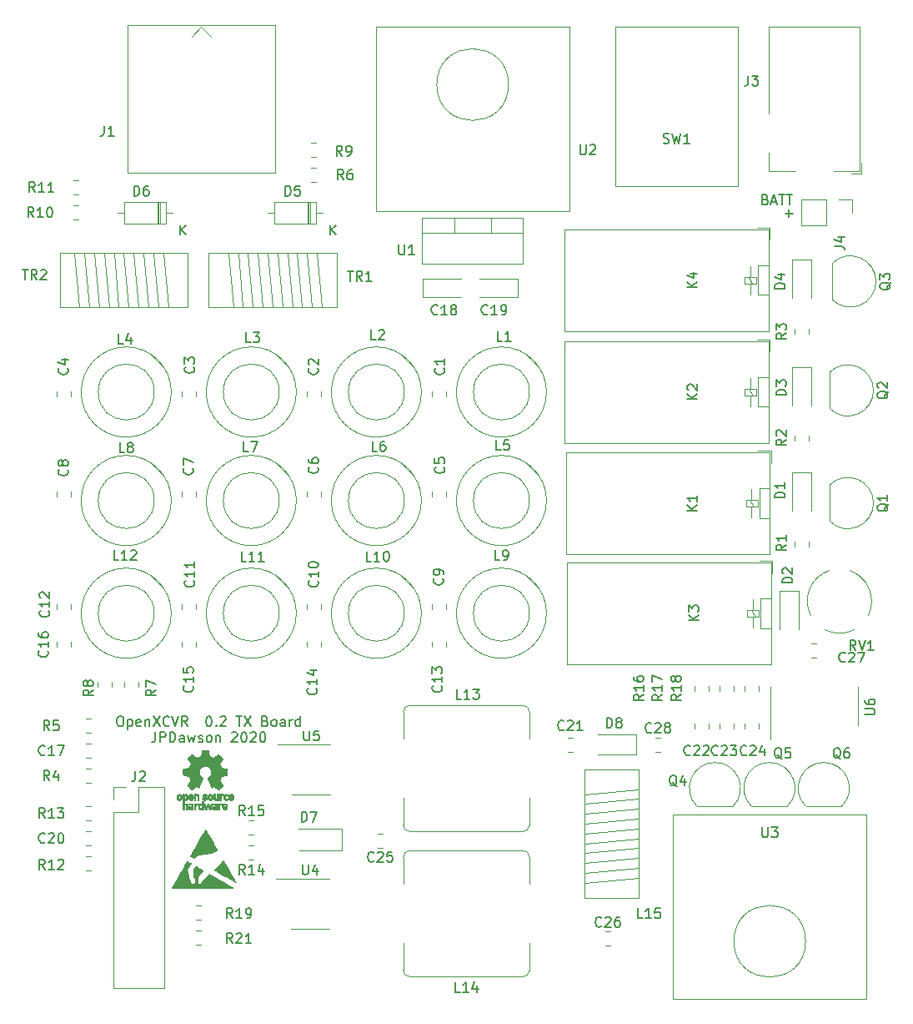
<source format=gto>
G04 #@! TF.GenerationSoftware,KiCad,Pcbnew,5.99.0-unknown-43514a1~86~ubuntu18.04.1*
G04 #@! TF.CreationDate,2020-06-17T19:02:55+01:00*
G04 #@! TF.ProjectId,TX_BOARD,54585f42-4f41-4524-942e-6b696361645f,rev?*
G04 #@! TF.SameCoordinates,Original*
G04 #@! TF.FileFunction,Legend,Top*
G04 #@! TF.FilePolarity,Positive*
%FSLAX46Y46*%
G04 Gerber Fmt 4.6, Leading zero omitted, Abs format (unit mm)*
G04 Created by KiCad (PCBNEW 5.99.0-unknown-43514a1~86~ubuntu18.04.1) date 2020-06-17 19:02:55*
%MOMM*%
%LPD*%
G01*
G04 APERTURE LIST*
%ADD10C,0.150000*%
%ADD11C,0.010000*%
%ADD12C,0.120000*%
G04 APERTURE END LIST*
D10*
X171069047Y-72461428D02*
X171830952Y-72461428D01*
X171450000Y-72842380D02*
X171450000Y-72080476D01*
X169060952Y-71048571D02*
X169203809Y-71096190D01*
X169251428Y-71143809D01*
X169299047Y-71239047D01*
X169299047Y-71381904D01*
X169251428Y-71477142D01*
X169203809Y-71524761D01*
X169108571Y-71572380D01*
X168727619Y-71572380D01*
X168727619Y-70572380D01*
X169060952Y-70572380D01*
X169156190Y-70620000D01*
X169203809Y-70667619D01*
X169251428Y-70762857D01*
X169251428Y-70858095D01*
X169203809Y-70953333D01*
X169156190Y-71000952D01*
X169060952Y-71048571D01*
X168727619Y-71048571D01*
X169680000Y-71286666D02*
X170156190Y-71286666D01*
X169584761Y-71572380D02*
X169918095Y-70572380D01*
X170251428Y-71572380D01*
X170441904Y-70572380D02*
X171013333Y-70572380D01*
X170727619Y-71572380D02*
X170727619Y-70572380D01*
X171203809Y-70572380D02*
X171775238Y-70572380D01*
X171489523Y-71572380D02*
X171489523Y-70572380D01*
X103450571Y-123488380D02*
X103641047Y-123488380D01*
X103736285Y-123536000D01*
X103831523Y-123631238D01*
X103879142Y-123821714D01*
X103879142Y-124155047D01*
X103831523Y-124345523D01*
X103736285Y-124440761D01*
X103641047Y-124488380D01*
X103450571Y-124488380D01*
X103355333Y-124440761D01*
X103260095Y-124345523D01*
X103212476Y-124155047D01*
X103212476Y-123821714D01*
X103260095Y-123631238D01*
X103355333Y-123536000D01*
X103450571Y-123488380D01*
X104307714Y-123821714D02*
X104307714Y-124821714D01*
X104307714Y-123869333D02*
X104402952Y-123821714D01*
X104593428Y-123821714D01*
X104688666Y-123869333D01*
X104736285Y-123916952D01*
X104783904Y-124012190D01*
X104783904Y-124297904D01*
X104736285Y-124393142D01*
X104688666Y-124440761D01*
X104593428Y-124488380D01*
X104402952Y-124488380D01*
X104307714Y-124440761D01*
X105593428Y-124440761D02*
X105498190Y-124488380D01*
X105307714Y-124488380D01*
X105212476Y-124440761D01*
X105164857Y-124345523D01*
X105164857Y-123964571D01*
X105212476Y-123869333D01*
X105307714Y-123821714D01*
X105498190Y-123821714D01*
X105593428Y-123869333D01*
X105641047Y-123964571D01*
X105641047Y-124059809D01*
X105164857Y-124155047D01*
X106069619Y-123821714D02*
X106069619Y-124488380D01*
X106069619Y-123916952D02*
X106117238Y-123869333D01*
X106212476Y-123821714D01*
X106355333Y-123821714D01*
X106450571Y-123869333D01*
X106498190Y-123964571D01*
X106498190Y-124488380D01*
X106879142Y-123488380D02*
X107545809Y-124488380D01*
X107545809Y-123488380D02*
X106879142Y-124488380D01*
X108498190Y-124393142D02*
X108450571Y-124440761D01*
X108307714Y-124488380D01*
X108212476Y-124488380D01*
X108069619Y-124440761D01*
X107974380Y-124345523D01*
X107926761Y-124250285D01*
X107879142Y-124059809D01*
X107879142Y-123916952D01*
X107926761Y-123726476D01*
X107974380Y-123631238D01*
X108069619Y-123536000D01*
X108212476Y-123488380D01*
X108307714Y-123488380D01*
X108450571Y-123536000D01*
X108498190Y-123583619D01*
X108783904Y-123488380D02*
X109117238Y-124488380D01*
X109450571Y-123488380D01*
X110355333Y-124488380D02*
X110022000Y-124012190D01*
X109783904Y-124488380D02*
X109783904Y-123488380D01*
X110164857Y-123488380D01*
X110260095Y-123536000D01*
X110307714Y-123583619D01*
X110355333Y-123678857D01*
X110355333Y-123821714D01*
X110307714Y-123916952D01*
X110260095Y-123964571D01*
X110164857Y-124012190D01*
X109783904Y-124012190D01*
X112498190Y-123488380D02*
X112593428Y-123488380D01*
X112688666Y-123536000D01*
X112736285Y-123583619D01*
X112783904Y-123678857D01*
X112831523Y-123869333D01*
X112831523Y-124107428D01*
X112783904Y-124297904D01*
X112736285Y-124393142D01*
X112688666Y-124440761D01*
X112593428Y-124488380D01*
X112498190Y-124488380D01*
X112402952Y-124440761D01*
X112355333Y-124393142D01*
X112307714Y-124297904D01*
X112260095Y-124107428D01*
X112260095Y-123869333D01*
X112307714Y-123678857D01*
X112355333Y-123583619D01*
X112402952Y-123536000D01*
X112498190Y-123488380D01*
X113260095Y-124393142D02*
X113307714Y-124440761D01*
X113260095Y-124488380D01*
X113212476Y-124440761D01*
X113260095Y-124393142D01*
X113260095Y-124488380D01*
X113688666Y-123583619D02*
X113736285Y-123536000D01*
X113831523Y-123488380D01*
X114069619Y-123488380D01*
X114164857Y-123536000D01*
X114212476Y-123583619D01*
X114260095Y-123678857D01*
X114260095Y-123774095D01*
X114212476Y-123916952D01*
X113641047Y-124488380D01*
X114260095Y-124488380D01*
X115307714Y-123488380D02*
X115879142Y-123488380D01*
X115593428Y-124488380D02*
X115593428Y-123488380D01*
X116117238Y-123488380D02*
X116783904Y-124488380D01*
X116783904Y-123488380D02*
X116117238Y-124488380D01*
X118260095Y-123964571D02*
X118402952Y-124012190D01*
X118450571Y-124059809D01*
X118498190Y-124155047D01*
X118498190Y-124297904D01*
X118450571Y-124393142D01*
X118402952Y-124440761D01*
X118307714Y-124488380D01*
X117926761Y-124488380D01*
X117926761Y-123488380D01*
X118260095Y-123488380D01*
X118355333Y-123536000D01*
X118402952Y-123583619D01*
X118450571Y-123678857D01*
X118450571Y-123774095D01*
X118402952Y-123869333D01*
X118355333Y-123916952D01*
X118260095Y-123964571D01*
X117926761Y-123964571D01*
X119069619Y-124488380D02*
X118974380Y-124440761D01*
X118926761Y-124393142D01*
X118879142Y-124297904D01*
X118879142Y-124012190D01*
X118926761Y-123916952D01*
X118974380Y-123869333D01*
X119069619Y-123821714D01*
X119212476Y-123821714D01*
X119307714Y-123869333D01*
X119355333Y-123916952D01*
X119402952Y-124012190D01*
X119402952Y-124297904D01*
X119355333Y-124393142D01*
X119307714Y-124440761D01*
X119212476Y-124488380D01*
X119069619Y-124488380D01*
X120260095Y-124488380D02*
X120260095Y-123964571D01*
X120212476Y-123869333D01*
X120117238Y-123821714D01*
X119926761Y-123821714D01*
X119831523Y-123869333D01*
X120260095Y-124440761D02*
X120164857Y-124488380D01*
X119926761Y-124488380D01*
X119831523Y-124440761D01*
X119783904Y-124345523D01*
X119783904Y-124250285D01*
X119831523Y-124155047D01*
X119926761Y-124107428D01*
X120164857Y-124107428D01*
X120260095Y-124059809D01*
X120736285Y-124488380D02*
X120736285Y-123821714D01*
X120736285Y-124012190D02*
X120783904Y-123916952D01*
X120831523Y-123869333D01*
X120926761Y-123821714D01*
X121022000Y-123821714D01*
X121783904Y-124488380D02*
X121783904Y-123488380D01*
X121783904Y-124440761D02*
X121688666Y-124488380D01*
X121498190Y-124488380D01*
X121402952Y-124440761D01*
X121355333Y-124393142D01*
X121307714Y-124297904D01*
X121307714Y-124012190D01*
X121355333Y-123916952D01*
X121402952Y-123869333D01*
X121498190Y-123821714D01*
X121688666Y-123821714D01*
X121783904Y-123869333D01*
X107093428Y-125098380D02*
X107093428Y-125812666D01*
X107045809Y-125955523D01*
X106950571Y-126050761D01*
X106807714Y-126098380D01*
X106712476Y-126098380D01*
X107569619Y-126098380D02*
X107569619Y-125098380D01*
X107950571Y-125098380D01*
X108045809Y-125146000D01*
X108093428Y-125193619D01*
X108141047Y-125288857D01*
X108141047Y-125431714D01*
X108093428Y-125526952D01*
X108045809Y-125574571D01*
X107950571Y-125622190D01*
X107569619Y-125622190D01*
X108569619Y-126098380D02*
X108569619Y-125098380D01*
X108807714Y-125098380D01*
X108950571Y-125146000D01*
X109045809Y-125241238D01*
X109093428Y-125336476D01*
X109141047Y-125526952D01*
X109141047Y-125669809D01*
X109093428Y-125860285D01*
X109045809Y-125955523D01*
X108950571Y-126050761D01*
X108807714Y-126098380D01*
X108569619Y-126098380D01*
X109998190Y-126098380D02*
X109998190Y-125574571D01*
X109950571Y-125479333D01*
X109855333Y-125431714D01*
X109664857Y-125431714D01*
X109569619Y-125479333D01*
X109998190Y-126050761D02*
X109902952Y-126098380D01*
X109664857Y-126098380D01*
X109569619Y-126050761D01*
X109522000Y-125955523D01*
X109522000Y-125860285D01*
X109569619Y-125765047D01*
X109664857Y-125717428D01*
X109902952Y-125717428D01*
X109998190Y-125669809D01*
X110379142Y-125431714D02*
X110569619Y-126098380D01*
X110760095Y-125622190D01*
X110950571Y-126098380D01*
X111141047Y-125431714D01*
X111474380Y-126050761D02*
X111569619Y-126098380D01*
X111760095Y-126098380D01*
X111855333Y-126050761D01*
X111902952Y-125955523D01*
X111902952Y-125907904D01*
X111855333Y-125812666D01*
X111760095Y-125765047D01*
X111617238Y-125765047D01*
X111522000Y-125717428D01*
X111474380Y-125622190D01*
X111474380Y-125574571D01*
X111522000Y-125479333D01*
X111617238Y-125431714D01*
X111760095Y-125431714D01*
X111855333Y-125479333D01*
X112474380Y-126098380D02*
X112379142Y-126050761D01*
X112331523Y-126003142D01*
X112283904Y-125907904D01*
X112283904Y-125622190D01*
X112331523Y-125526952D01*
X112379142Y-125479333D01*
X112474380Y-125431714D01*
X112617238Y-125431714D01*
X112712476Y-125479333D01*
X112760095Y-125526952D01*
X112807714Y-125622190D01*
X112807714Y-125907904D01*
X112760095Y-126003142D01*
X112712476Y-126050761D01*
X112617238Y-126098380D01*
X112474380Y-126098380D01*
X113236285Y-125431714D02*
X113236285Y-126098380D01*
X113236285Y-125526952D02*
X113283904Y-125479333D01*
X113379142Y-125431714D01*
X113522000Y-125431714D01*
X113617238Y-125479333D01*
X113664857Y-125574571D01*
X113664857Y-126098380D01*
X114855333Y-125193619D02*
X114902952Y-125146000D01*
X114998190Y-125098380D01*
X115236285Y-125098380D01*
X115331523Y-125146000D01*
X115379142Y-125193619D01*
X115426761Y-125288857D01*
X115426761Y-125384095D01*
X115379142Y-125526952D01*
X114807714Y-126098380D01*
X115426761Y-126098380D01*
X116045809Y-125098380D02*
X116141047Y-125098380D01*
X116236285Y-125146000D01*
X116283904Y-125193619D01*
X116331523Y-125288857D01*
X116379142Y-125479333D01*
X116379142Y-125717428D01*
X116331523Y-125907904D01*
X116283904Y-126003142D01*
X116236285Y-126050761D01*
X116141047Y-126098380D01*
X116045809Y-126098380D01*
X115950571Y-126050761D01*
X115902952Y-126003142D01*
X115855333Y-125907904D01*
X115807714Y-125717428D01*
X115807714Y-125479333D01*
X115855333Y-125288857D01*
X115902952Y-125193619D01*
X115950571Y-125146000D01*
X116045809Y-125098380D01*
X116760095Y-125193619D02*
X116807714Y-125146000D01*
X116902952Y-125098380D01*
X117141047Y-125098380D01*
X117236285Y-125146000D01*
X117283904Y-125193619D01*
X117331523Y-125288857D01*
X117331523Y-125384095D01*
X117283904Y-125526952D01*
X116712476Y-126098380D01*
X117331523Y-126098380D01*
X117950571Y-125098380D02*
X118045809Y-125098380D01*
X118141047Y-125146000D01*
X118188666Y-125193619D01*
X118236285Y-125288857D01*
X118283904Y-125479333D01*
X118283904Y-125717428D01*
X118236285Y-125907904D01*
X118188666Y-126003142D01*
X118141047Y-126050761D01*
X118045809Y-126098380D01*
X117950571Y-126098380D01*
X117855333Y-126050761D01*
X117807714Y-126003142D01*
X117760095Y-125907904D01*
X117712476Y-125717428D01*
X117712476Y-125479333D01*
X117760095Y-125288857D01*
X117807714Y-125193619D01*
X117855333Y-125146000D01*
X117950571Y-125098380D01*
G36*
X110336094Y-138213158D02*
G01*
X110368619Y-138225736D01*
X110418193Y-138250712D01*
X110489374Y-138289876D01*
X110494916Y-138292988D01*
X110560474Y-138330476D01*
X110615798Y-138363319D01*
X110655455Y-138388205D01*
X110674012Y-138401820D01*
X110674531Y-138402487D01*
X110670048Y-138421390D01*
X110649486Y-138463605D01*
X110614183Y-138526832D01*
X110565480Y-138608772D01*
X110504718Y-138707122D01*
X110433236Y-138819585D01*
X110415445Y-138847165D01*
X110369093Y-138923699D01*
X110335342Y-138989556D01*
X110317153Y-139038782D01*
X110315286Y-139048507D01*
X110316115Y-139091312D01*
X110325394Y-139159209D01*
X110341968Y-139247843D01*
X110364680Y-139352859D01*
X110392373Y-139469902D01*
X110423890Y-139594616D01*
X110458075Y-139722645D01*
X110493771Y-139849634D01*
X110529821Y-139971228D01*
X110565068Y-140083072D01*
X110598356Y-140180810D01*
X110628528Y-140260087D01*
X110649561Y-140307122D01*
X110674337Y-140357225D01*
X110697730Y-140405168D01*
X110698997Y-140407793D01*
X110737699Y-140456220D01*
X110794184Y-140488828D01*
X110859939Y-140504454D01*
X110926451Y-140501937D01*
X110985205Y-140480114D01*
X111018258Y-140451382D01*
X111065859Y-140372583D01*
X111100739Y-140274378D01*
X111119877Y-140166779D01*
X111122588Y-140105780D01*
X111111670Y-139991935D01*
X111079624Y-139897660D01*
X111024726Y-139818379D01*
X111007607Y-139800733D01*
X110956661Y-139751235D01*
X110953163Y-139401362D01*
X110949664Y-139051489D01*
X111038818Y-138916531D01*
X111080654Y-138855445D01*
X111120945Y-138800493D01*
X111153943Y-138759336D01*
X111168126Y-138744192D01*
X111208281Y-138706810D01*
X111262665Y-138736098D01*
X111297039Y-138757084D01*
X111315846Y-138773378D01*
X111317049Y-138776307D01*
X111329903Y-138788728D01*
X111351896Y-138797977D01*
X111373150Y-138806313D01*
X111405694Y-138822149D01*
X111452322Y-138847033D01*
X111515829Y-138882509D01*
X111599008Y-138930123D01*
X111704653Y-138991422D01*
X111762062Y-139024932D01*
X111829594Y-139065071D01*
X111873885Y-139093659D01*
X111898855Y-139114039D01*
X111908423Y-139129553D01*
X111906508Y-139143546D01*
X111904911Y-139146796D01*
X111889376Y-139167266D01*
X111856136Y-139205665D01*
X111809062Y-139257696D01*
X111752028Y-139319066D01*
X111702700Y-139371090D01*
X111589030Y-139494567D01*
X111500105Y-139601591D01*
X111435134Y-139693240D01*
X111393321Y-139770588D01*
X111379217Y-139809866D01*
X111373392Y-139844249D01*
X111367375Y-139902899D01*
X111361696Y-139979117D01*
X111356884Y-140066202D01*
X111354619Y-140121268D01*
X111351459Y-140216464D01*
X111350069Y-140286062D01*
X111350858Y-140335409D01*
X111354235Y-140369854D01*
X111360608Y-140394743D01*
X111370387Y-140415425D01*
X111378067Y-140428053D01*
X111422421Y-140476726D01*
X111479574Y-140510645D01*
X111539708Y-140525438D01*
X111584773Y-140520086D01*
X111625576Y-140496930D01*
X111676724Y-140455462D01*
X111731042Y-140402912D01*
X111781357Y-140346516D01*
X111820494Y-140293505D01*
X111834905Y-140267889D01*
X111856491Y-140232814D01*
X111895753Y-140179389D01*
X111949102Y-140111789D01*
X112012952Y-140034190D01*
X112083715Y-139950768D01*
X112157804Y-139865698D01*
X112231632Y-139783155D01*
X112301611Y-139707316D01*
X112364155Y-139642356D01*
X112413260Y-139594669D01*
X112467779Y-139547032D01*
X112513642Y-139511908D01*
X112545811Y-139492949D01*
X112556489Y-139490864D01*
X112572853Y-139499274D01*
X112613671Y-139521846D01*
X112676586Y-139557224D01*
X112759244Y-139604054D01*
X112859289Y-139660981D01*
X112974366Y-139726649D01*
X113102119Y-139799703D01*
X113240194Y-139878788D01*
X113386234Y-139962548D01*
X113537884Y-140049629D01*
X113692790Y-140138676D01*
X113848595Y-140228332D01*
X114002944Y-140317243D01*
X114153482Y-140404054D01*
X114297854Y-140487409D01*
X114433704Y-140565954D01*
X114558677Y-140638333D01*
X114670417Y-140703190D01*
X114766570Y-140759171D01*
X114844779Y-140804920D01*
X114902689Y-140839083D01*
X114937946Y-140860304D01*
X114948165Y-140866963D01*
X114934402Y-140868280D01*
X114891104Y-140869559D01*
X114819714Y-140870796D01*
X114721673Y-140871983D01*
X114598422Y-140873115D01*
X114451403Y-140874186D01*
X114282057Y-140875189D01*
X114091826Y-140876119D01*
X113882151Y-140876968D01*
X113654473Y-140877732D01*
X113410235Y-140878403D01*
X113150877Y-140878976D01*
X112877841Y-140879444D01*
X112592568Y-140879802D01*
X112296500Y-140880042D01*
X111991079Y-140880159D01*
X111862924Y-140880171D01*
X108762970Y-140880171D01*
X108984053Y-140496847D01*
X109030856Y-140415680D01*
X109091102Y-140311166D01*
X109162778Y-140186801D01*
X109243869Y-140046082D01*
X109332362Y-139892503D01*
X109426240Y-139729562D01*
X109523491Y-139560754D01*
X109622100Y-139389575D01*
X109720053Y-139219521D01*
X109744825Y-139176512D01*
X109835152Y-139019857D01*
X109921289Y-138870803D01*
X110001942Y-138731568D01*
X110075816Y-138604371D01*
X110141617Y-138491432D01*
X110198050Y-138394968D01*
X110243821Y-138317200D01*
X110277635Y-138260346D01*
X110298198Y-138226625D01*
X110303953Y-138218040D01*
X110316058Y-138211189D01*
X110336094Y-138213158D01*
G37*
D11*
X110336094Y-138213158D02*
X110368619Y-138225736D01*
X110418193Y-138250712D01*
X110489374Y-138289876D01*
X110494916Y-138292988D01*
X110560474Y-138330476D01*
X110615798Y-138363319D01*
X110655455Y-138388205D01*
X110674012Y-138401820D01*
X110674531Y-138402487D01*
X110670048Y-138421390D01*
X110649486Y-138463605D01*
X110614183Y-138526832D01*
X110565480Y-138608772D01*
X110504718Y-138707122D01*
X110433236Y-138819585D01*
X110415445Y-138847165D01*
X110369093Y-138923699D01*
X110335342Y-138989556D01*
X110317153Y-139038782D01*
X110315286Y-139048507D01*
X110316115Y-139091312D01*
X110325394Y-139159209D01*
X110341968Y-139247843D01*
X110364680Y-139352859D01*
X110392373Y-139469902D01*
X110423890Y-139594616D01*
X110458075Y-139722645D01*
X110493771Y-139849634D01*
X110529821Y-139971228D01*
X110565068Y-140083072D01*
X110598356Y-140180810D01*
X110628528Y-140260087D01*
X110649561Y-140307122D01*
X110674337Y-140357225D01*
X110697730Y-140405168D01*
X110698997Y-140407793D01*
X110737699Y-140456220D01*
X110794184Y-140488828D01*
X110859939Y-140504454D01*
X110926451Y-140501937D01*
X110985205Y-140480114D01*
X111018258Y-140451382D01*
X111065859Y-140372583D01*
X111100739Y-140274378D01*
X111119877Y-140166779D01*
X111122588Y-140105780D01*
X111111670Y-139991935D01*
X111079624Y-139897660D01*
X111024726Y-139818379D01*
X111007607Y-139800733D01*
X110956661Y-139751235D01*
X110953163Y-139401362D01*
X110949664Y-139051489D01*
X111038818Y-138916531D01*
X111080654Y-138855445D01*
X111120945Y-138800493D01*
X111153943Y-138759336D01*
X111168126Y-138744192D01*
X111208281Y-138706810D01*
X111262665Y-138736098D01*
X111297039Y-138757084D01*
X111315846Y-138773378D01*
X111317049Y-138776307D01*
X111329903Y-138788728D01*
X111351896Y-138797977D01*
X111373150Y-138806313D01*
X111405694Y-138822149D01*
X111452322Y-138847033D01*
X111515829Y-138882509D01*
X111599008Y-138930123D01*
X111704653Y-138991422D01*
X111762062Y-139024932D01*
X111829594Y-139065071D01*
X111873885Y-139093659D01*
X111898855Y-139114039D01*
X111908423Y-139129553D01*
X111906508Y-139143546D01*
X111904911Y-139146796D01*
X111889376Y-139167266D01*
X111856136Y-139205665D01*
X111809062Y-139257696D01*
X111752028Y-139319066D01*
X111702700Y-139371090D01*
X111589030Y-139494567D01*
X111500105Y-139601591D01*
X111435134Y-139693240D01*
X111393321Y-139770588D01*
X111379217Y-139809866D01*
X111373392Y-139844249D01*
X111367375Y-139902899D01*
X111361696Y-139979117D01*
X111356884Y-140066202D01*
X111354619Y-140121268D01*
X111351459Y-140216464D01*
X111350069Y-140286062D01*
X111350858Y-140335409D01*
X111354235Y-140369854D01*
X111360608Y-140394743D01*
X111370387Y-140415425D01*
X111378067Y-140428053D01*
X111422421Y-140476726D01*
X111479574Y-140510645D01*
X111539708Y-140525438D01*
X111584773Y-140520086D01*
X111625576Y-140496930D01*
X111676724Y-140455462D01*
X111731042Y-140402912D01*
X111781357Y-140346516D01*
X111820494Y-140293505D01*
X111834905Y-140267889D01*
X111856491Y-140232814D01*
X111895753Y-140179389D01*
X111949102Y-140111789D01*
X112012952Y-140034190D01*
X112083715Y-139950768D01*
X112157804Y-139865698D01*
X112231632Y-139783155D01*
X112301611Y-139707316D01*
X112364155Y-139642356D01*
X112413260Y-139594669D01*
X112467779Y-139547032D01*
X112513642Y-139511908D01*
X112545811Y-139492949D01*
X112556489Y-139490864D01*
X112572853Y-139499274D01*
X112613671Y-139521846D01*
X112676586Y-139557224D01*
X112759244Y-139604054D01*
X112859289Y-139660981D01*
X112974366Y-139726649D01*
X113102119Y-139799703D01*
X113240194Y-139878788D01*
X113386234Y-139962548D01*
X113537884Y-140049629D01*
X113692790Y-140138676D01*
X113848595Y-140228332D01*
X114002944Y-140317243D01*
X114153482Y-140404054D01*
X114297854Y-140487409D01*
X114433704Y-140565954D01*
X114558677Y-140638333D01*
X114670417Y-140703190D01*
X114766570Y-140759171D01*
X114844779Y-140804920D01*
X114902689Y-140839083D01*
X114937946Y-140860304D01*
X114948165Y-140866963D01*
X114934402Y-140868280D01*
X114891104Y-140869559D01*
X114819714Y-140870796D01*
X114721673Y-140871983D01*
X114598422Y-140873115D01*
X114451403Y-140874186D01*
X114282057Y-140875189D01*
X114091826Y-140876119D01*
X113882151Y-140876968D01*
X113654473Y-140877732D01*
X113410235Y-140878403D01*
X113150877Y-140878976D01*
X112877841Y-140879444D01*
X112592568Y-140879802D01*
X112296500Y-140880042D01*
X111991079Y-140880159D01*
X111862924Y-140880171D01*
X108762970Y-140880171D01*
X108984053Y-140496847D01*
X109030856Y-140415680D01*
X109091102Y-140311166D01*
X109162778Y-140186801D01*
X109243869Y-140046082D01*
X109332362Y-139892503D01*
X109426240Y-139729562D01*
X109523491Y-139560754D01*
X109622100Y-139389575D01*
X109720053Y-139219521D01*
X109744825Y-139176512D01*
X109835152Y-139019857D01*
X109921289Y-138870803D01*
X110001942Y-138731568D01*
X110075816Y-138604371D01*
X110141617Y-138491432D01*
X110198050Y-138394968D01*
X110243821Y-138317200D01*
X110277635Y-138260346D01*
X110298198Y-138226625D01*
X110303953Y-138218040D01*
X110316058Y-138211189D01*
X110336094Y-138213158D01*
G36*
X114001528Y-138156619D02*
G01*
X114012908Y-138175693D01*
X114038488Y-138219421D01*
X114077002Y-138285619D01*
X114127186Y-138372102D01*
X114187775Y-138476685D01*
X114257503Y-138597183D01*
X114335107Y-138731412D01*
X114419320Y-138877187D01*
X114508879Y-139032323D01*
X114600998Y-139192000D01*
X114695076Y-139355117D01*
X114785402Y-139511709D01*
X114870665Y-139659506D01*
X114949557Y-139796240D01*
X115020769Y-139919642D01*
X115082991Y-140027444D01*
X115134913Y-140117377D01*
X115175228Y-140187173D01*
X115202624Y-140234564D01*
X115215507Y-140256786D01*
X115236507Y-140294330D01*
X115247925Y-140317831D01*
X115248551Y-140321920D01*
X115234636Y-140314242D01*
X115195941Y-140292203D01*
X115134487Y-140256971D01*
X115052298Y-140209711D01*
X114951396Y-140151589D01*
X114833805Y-140083771D01*
X114701546Y-140007424D01*
X114556642Y-139923714D01*
X114401117Y-139833806D01*
X114236992Y-139738867D01*
X114174549Y-139702732D01*
X114007487Y-139606083D01*
X113848074Y-139513938D01*
X113698355Y-139427475D01*
X113560376Y-139347871D01*
X113436185Y-139276305D01*
X113327827Y-139213955D01*
X113237348Y-139161998D01*
X113166796Y-139121613D01*
X113118215Y-139093978D01*
X113093654Y-139080272D01*
X113091085Y-139078974D01*
X113098569Y-139067220D01*
X113124614Y-139035795D01*
X113166559Y-138987594D01*
X113221746Y-138925510D01*
X113287517Y-138852439D01*
X113361212Y-138771276D01*
X113440173Y-138684916D01*
X113521740Y-138596253D01*
X113603254Y-138508182D01*
X113682057Y-138423599D01*
X113755490Y-138345397D01*
X113820893Y-138276472D01*
X113875608Y-138219719D01*
X113916977Y-138178032D01*
X113931164Y-138164363D01*
X113978180Y-138120201D01*
X114001528Y-138156619D01*
G37*
X114001528Y-138156619D02*
X114012908Y-138175693D01*
X114038488Y-138219421D01*
X114077002Y-138285619D01*
X114127186Y-138372102D01*
X114187775Y-138476685D01*
X114257503Y-138597183D01*
X114335107Y-138731412D01*
X114419320Y-138877187D01*
X114508879Y-139032323D01*
X114600998Y-139192000D01*
X114695076Y-139355117D01*
X114785402Y-139511709D01*
X114870665Y-139659506D01*
X114949557Y-139796240D01*
X115020769Y-139919642D01*
X115082991Y-140027444D01*
X115134913Y-140117377D01*
X115175228Y-140187173D01*
X115202624Y-140234564D01*
X115215507Y-140256786D01*
X115236507Y-140294330D01*
X115247925Y-140317831D01*
X115248551Y-140321920D01*
X115234636Y-140314242D01*
X115195941Y-140292203D01*
X115134487Y-140256971D01*
X115052298Y-140209711D01*
X114951396Y-140151589D01*
X114833805Y-140083771D01*
X114701546Y-140007424D01*
X114556642Y-139923714D01*
X114401117Y-139833806D01*
X114236992Y-139738867D01*
X114174549Y-139702732D01*
X114007487Y-139606083D01*
X113848074Y-139513938D01*
X113698355Y-139427475D01*
X113560376Y-139347871D01*
X113436185Y-139276305D01*
X113327827Y-139213955D01*
X113237348Y-139161998D01*
X113166796Y-139121613D01*
X113118215Y-139093978D01*
X113093654Y-139080272D01*
X113091085Y-139078974D01*
X113098569Y-139067220D01*
X113124614Y-139035795D01*
X113166559Y-138987594D01*
X113221746Y-138925510D01*
X113287517Y-138852439D01*
X113361212Y-138771276D01*
X113440173Y-138684916D01*
X113521740Y-138596253D01*
X113603254Y-138508182D01*
X113682057Y-138423599D01*
X113755490Y-138345397D01*
X113820893Y-138276472D01*
X113875608Y-138219719D01*
X113916977Y-138178032D01*
X113931164Y-138164363D01*
X113978180Y-138120201D01*
X114001528Y-138156619D01*
G36*
X112178043Y-135007835D02*
G01*
X112201065Y-135045245D01*
X112236534Y-135104514D01*
X112282996Y-135183118D01*
X112338996Y-135278538D01*
X112403081Y-135388250D01*
X112473796Y-135509734D01*
X112549687Y-135640468D01*
X112629299Y-135777930D01*
X112711178Y-135919598D01*
X112793870Y-136062951D01*
X112875921Y-136205467D01*
X112955876Y-136344624D01*
X113032281Y-136477901D01*
X113103682Y-136602776D01*
X113168624Y-136716727D01*
X113225653Y-136817233D01*
X113273315Y-136901772D01*
X113310155Y-136967822D01*
X113334720Y-137012862D01*
X113345554Y-137034370D01*
X113345951Y-137035714D01*
X113332501Y-137053965D01*
X113295114Y-137081882D01*
X113238235Y-137116725D01*
X113166312Y-137155754D01*
X113091015Y-137192843D01*
X112988560Y-137237817D01*
X112880817Y-137278226D01*
X112764073Y-137314969D01*
X112634618Y-137348942D01*
X112488740Y-137381044D01*
X112322726Y-137412173D01*
X112132866Y-137443227D01*
X111936469Y-137472145D01*
X111765834Y-137497800D01*
X111622545Y-137523198D01*
X111503008Y-137549602D01*
X111403630Y-137578273D01*
X111320818Y-137610473D01*
X111250978Y-137647465D01*
X111190518Y-137690512D01*
X111135845Y-137740875D01*
X111118214Y-137759583D01*
X111080000Y-137803139D01*
X111051732Y-137838682D01*
X111038618Y-137859583D01*
X111038268Y-137861297D01*
X111033680Y-137871806D01*
X111017758Y-137871924D01*
X110987266Y-137860254D01*
X110938968Y-137835396D01*
X110869627Y-137795952D01*
X110821439Y-137767587D01*
X110749583Y-137723247D01*
X110693742Y-137685279D01*
X110657667Y-137656416D01*
X110645113Y-137639388D01*
X110645121Y-137639264D01*
X110652906Y-137623037D01*
X110674892Y-137582400D01*
X110709803Y-137519567D01*
X110756363Y-137436752D01*
X110813295Y-137336172D01*
X110879323Y-137220040D01*
X110953172Y-137090571D01*
X111033564Y-136949980D01*
X111119224Y-136800482D01*
X111208876Y-136644292D01*
X111301243Y-136483624D01*
X111395049Y-136320693D01*
X111489018Y-136157713D01*
X111581874Y-135996900D01*
X111672340Y-135840468D01*
X111759141Y-135690633D01*
X111841000Y-135549608D01*
X111916641Y-135419609D01*
X111984787Y-135302849D01*
X112044163Y-135201545D01*
X112093493Y-135117911D01*
X112131500Y-135054162D01*
X112156907Y-135012511D01*
X112168440Y-134995175D01*
X112168923Y-134994805D01*
X112178043Y-135007835D01*
G37*
X112178043Y-135007835D02*
X112201065Y-135045245D01*
X112236534Y-135104514D01*
X112282996Y-135183118D01*
X112338996Y-135278538D01*
X112403081Y-135388250D01*
X112473796Y-135509734D01*
X112549687Y-135640468D01*
X112629299Y-135777930D01*
X112711178Y-135919598D01*
X112793870Y-136062951D01*
X112875921Y-136205467D01*
X112955876Y-136344624D01*
X113032281Y-136477901D01*
X113103682Y-136602776D01*
X113168624Y-136716727D01*
X113225653Y-136817233D01*
X113273315Y-136901772D01*
X113310155Y-136967822D01*
X113334720Y-137012862D01*
X113345554Y-137034370D01*
X113345951Y-137035714D01*
X113332501Y-137053965D01*
X113295114Y-137081882D01*
X113238235Y-137116725D01*
X113166312Y-137155754D01*
X113091015Y-137192843D01*
X112988560Y-137237817D01*
X112880817Y-137278226D01*
X112764073Y-137314969D01*
X112634618Y-137348942D01*
X112488740Y-137381044D01*
X112322726Y-137412173D01*
X112132866Y-137443227D01*
X111936469Y-137472145D01*
X111765834Y-137497800D01*
X111622545Y-137523198D01*
X111503008Y-137549602D01*
X111403630Y-137578273D01*
X111320818Y-137610473D01*
X111250978Y-137647465D01*
X111190518Y-137690512D01*
X111135845Y-137740875D01*
X111118214Y-137759583D01*
X111080000Y-137803139D01*
X111051732Y-137838682D01*
X111038618Y-137859583D01*
X111038268Y-137861297D01*
X111033680Y-137871806D01*
X111017758Y-137871924D01*
X110987266Y-137860254D01*
X110938968Y-137835396D01*
X110869627Y-137795952D01*
X110821439Y-137767587D01*
X110749583Y-137723247D01*
X110693742Y-137685279D01*
X110657667Y-137656416D01*
X110645113Y-137639388D01*
X110645121Y-137639264D01*
X110652906Y-137623037D01*
X110674892Y-137582400D01*
X110709803Y-137519567D01*
X110756363Y-137436752D01*
X110813295Y-137336172D01*
X110879323Y-137220040D01*
X110953172Y-137090571D01*
X111033564Y-136949980D01*
X111119224Y-136800482D01*
X111208876Y-136644292D01*
X111301243Y-136483624D01*
X111395049Y-136320693D01*
X111489018Y-136157713D01*
X111581874Y-135996900D01*
X111672340Y-135840468D01*
X111759141Y-135690633D01*
X111841000Y-135549608D01*
X111916641Y-135419609D01*
X111984787Y-135302849D01*
X112044163Y-135201545D01*
X112093493Y-135117911D01*
X112131500Y-135054162D01*
X112156907Y-135012511D01*
X112168440Y-134995175D01*
X112168923Y-134994805D01*
X112178043Y-135007835D01*
G36*
X109934218Y-131379614D02*
G01*
X109975740Y-131381256D01*
X109997162Y-131387087D01*
X110003374Y-131398461D01*
X110003376Y-131398798D01*
X110006258Y-131409938D01*
X110018970Y-131408673D01*
X110044243Y-131396433D01*
X110103131Y-131377707D01*
X110169385Y-131375739D01*
X110232241Y-131390184D01*
X110258753Y-131403282D01*
X110291447Y-131426106D01*
X110315275Y-131450996D01*
X110331594Y-131482249D01*
X110341760Y-131524166D01*
X110347128Y-131581044D01*
X110349056Y-131657184D01*
X110349169Y-131689917D01*
X110348839Y-131761656D01*
X110347473Y-131812927D01*
X110344500Y-131848404D01*
X110339351Y-131872763D01*
X110331457Y-131890680D01*
X110323243Y-131902902D01*
X110270813Y-131954905D01*
X110209070Y-131986184D01*
X110142464Y-131995592D01*
X110075442Y-131981980D01*
X110054208Y-131972354D01*
X110003376Y-131945859D01*
X110003376Y-132361052D01*
X110040475Y-132341868D01*
X110089357Y-132327025D01*
X110149439Y-132323222D01*
X110209436Y-132330243D01*
X110254744Y-132346013D01*
X110292325Y-132376047D01*
X110324436Y-132419024D01*
X110326850Y-132423436D01*
X110337033Y-132444221D01*
X110344470Y-132465170D01*
X110349589Y-132490548D01*
X110352819Y-132524618D01*
X110354587Y-132571641D01*
X110355323Y-132635882D01*
X110355456Y-132708176D01*
X110355456Y-132938822D01*
X110217139Y-132938822D01*
X110217139Y-132513533D01*
X110178451Y-132480979D01*
X110138262Y-132454940D01*
X110100203Y-132450205D01*
X110061934Y-132462389D01*
X110041538Y-132474320D01*
X110026358Y-132491313D01*
X110015562Y-132516995D01*
X110008317Y-132554991D01*
X110003792Y-132608926D01*
X110001156Y-132682425D01*
X110000228Y-132731347D01*
X109997089Y-132932535D01*
X109931074Y-132936336D01*
X109865060Y-132940136D01*
X109865060Y-131691650D01*
X110003376Y-131691650D01*
X110006903Y-131761254D01*
X110018785Y-131809569D01*
X110040980Y-131839631D01*
X110075441Y-131854471D01*
X110110258Y-131857436D01*
X110149671Y-131854028D01*
X110175829Y-131840617D01*
X110192186Y-131822896D01*
X110205063Y-131803835D01*
X110212728Y-131782601D01*
X110216139Y-131752849D01*
X110216251Y-131708236D01*
X110215103Y-131670880D01*
X110212468Y-131614604D01*
X110208544Y-131577658D01*
X110201937Y-131554223D01*
X110191251Y-131538480D01*
X110181167Y-131529380D01*
X110139030Y-131509537D01*
X110089160Y-131506332D01*
X110060524Y-131513168D01*
X110032172Y-131537464D01*
X110013391Y-131584728D01*
X110004288Y-131654624D01*
X110003376Y-131691650D01*
X109865060Y-131691650D01*
X109865060Y-131379614D01*
X109934218Y-131379614D01*
G37*
X109934218Y-131379614D02*
X109975740Y-131381256D01*
X109997162Y-131387087D01*
X110003374Y-131398461D01*
X110003376Y-131398798D01*
X110006258Y-131409938D01*
X110018970Y-131408673D01*
X110044243Y-131396433D01*
X110103131Y-131377707D01*
X110169385Y-131375739D01*
X110232241Y-131390184D01*
X110258753Y-131403282D01*
X110291447Y-131426106D01*
X110315275Y-131450996D01*
X110331594Y-131482249D01*
X110341760Y-131524166D01*
X110347128Y-131581044D01*
X110349056Y-131657184D01*
X110349169Y-131689917D01*
X110348839Y-131761656D01*
X110347473Y-131812927D01*
X110344500Y-131848404D01*
X110339351Y-131872763D01*
X110331457Y-131890680D01*
X110323243Y-131902902D01*
X110270813Y-131954905D01*
X110209070Y-131986184D01*
X110142464Y-131995592D01*
X110075442Y-131981980D01*
X110054208Y-131972354D01*
X110003376Y-131945859D01*
X110003376Y-132361052D01*
X110040475Y-132341868D01*
X110089357Y-132327025D01*
X110149439Y-132323222D01*
X110209436Y-132330243D01*
X110254744Y-132346013D01*
X110292325Y-132376047D01*
X110324436Y-132419024D01*
X110326850Y-132423436D01*
X110337033Y-132444221D01*
X110344470Y-132465170D01*
X110349589Y-132490548D01*
X110352819Y-132524618D01*
X110354587Y-132571641D01*
X110355323Y-132635882D01*
X110355456Y-132708176D01*
X110355456Y-132938822D01*
X110217139Y-132938822D01*
X110217139Y-132513533D01*
X110178451Y-132480979D01*
X110138262Y-132454940D01*
X110100203Y-132450205D01*
X110061934Y-132462389D01*
X110041538Y-132474320D01*
X110026358Y-132491313D01*
X110015562Y-132516995D01*
X110008317Y-132554991D01*
X110003792Y-132608926D01*
X110001156Y-132682425D01*
X110000228Y-132731347D01*
X109997089Y-132932535D01*
X109931074Y-132936336D01*
X109865060Y-132940136D01*
X109865060Y-131691650D01*
X110003376Y-131691650D01*
X110006903Y-131761254D01*
X110018785Y-131809569D01*
X110040980Y-131839631D01*
X110075441Y-131854471D01*
X110110258Y-131857436D01*
X110149671Y-131854028D01*
X110175829Y-131840617D01*
X110192186Y-131822896D01*
X110205063Y-131803835D01*
X110212728Y-131782601D01*
X110216139Y-131752849D01*
X110216251Y-131708236D01*
X110215103Y-131670880D01*
X110212468Y-131614604D01*
X110208544Y-131577658D01*
X110201937Y-131554223D01*
X110191251Y-131538480D01*
X110181167Y-131529380D01*
X110139030Y-131509537D01*
X110089160Y-131506332D01*
X110060524Y-131513168D01*
X110032172Y-131537464D01*
X110013391Y-131584728D01*
X110004288Y-131654624D01*
X110003376Y-131691650D01*
X109865060Y-131691650D01*
X109865060Y-131379614D01*
X109934218Y-131379614D01*
G36*
X110460290Y-132644845D02*
G01*
X110504052Y-132602647D01*
X110510101Y-132598808D01*
X110536093Y-132586309D01*
X110568265Y-132578740D01*
X110613240Y-132575061D01*
X110666669Y-132574216D01*
X110782980Y-132574169D01*
X110782980Y-132525411D01*
X110778047Y-132487581D01*
X110765457Y-132462236D01*
X110763983Y-132460887D01*
X110735966Y-132449800D01*
X110693674Y-132445503D01*
X110646936Y-132447615D01*
X110605582Y-132455756D01*
X110581043Y-132467965D01*
X110567747Y-132477746D01*
X110553706Y-132479613D01*
X110534329Y-132471600D01*
X110505024Y-132451739D01*
X110461197Y-132418063D01*
X110457175Y-132414909D01*
X110459236Y-132403236D01*
X110476432Y-132383822D01*
X110502567Y-132362248D01*
X110531448Y-132344096D01*
X110540522Y-132339809D01*
X110573620Y-132331256D01*
X110622120Y-132325155D01*
X110676305Y-132322708D01*
X110678839Y-132322703D01*
X110756790Y-132327555D01*
X110815945Y-132343339D01*
X110860977Y-132371948D01*
X110892754Y-132409419D01*
X110902634Y-132425411D01*
X110909927Y-132442163D01*
X110915026Y-132463592D01*
X110918321Y-132493616D01*
X110920203Y-132536154D01*
X110921063Y-132595122D01*
X110921293Y-132674440D01*
X110921297Y-132695484D01*
X110921297Y-132938822D01*
X110860941Y-132938822D01*
X110822443Y-132936126D01*
X110793977Y-132929295D01*
X110786845Y-132925083D01*
X110767348Y-132917813D01*
X110747434Y-132925083D01*
X110714647Y-132934160D01*
X110667022Y-132937813D01*
X110614236Y-132936228D01*
X110565964Y-132929589D01*
X110537782Y-132921072D01*
X110483247Y-132886063D01*
X110449165Y-132837479D01*
X110433843Y-132772882D01*
X110433701Y-132771223D01*
X110435045Y-132742566D01*
X110556644Y-132742566D01*
X110567274Y-132775161D01*
X110584590Y-132793505D01*
X110619348Y-132807379D01*
X110665227Y-132812917D01*
X110712012Y-132810191D01*
X110749486Y-132799274D01*
X110759985Y-132792269D01*
X110778332Y-132759904D01*
X110782980Y-132723111D01*
X110782980Y-132674763D01*
X110713418Y-132674763D01*
X110647333Y-132679850D01*
X110597236Y-132694263D01*
X110566071Y-132716729D01*
X110556644Y-132742566D01*
X110435045Y-132742566D01*
X110437013Y-132700647D01*
X110460290Y-132644845D01*
G37*
X110460290Y-132644845D02*
X110504052Y-132602647D01*
X110510101Y-132598808D01*
X110536093Y-132586309D01*
X110568265Y-132578740D01*
X110613240Y-132575061D01*
X110666669Y-132574216D01*
X110782980Y-132574169D01*
X110782980Y-132525411D01*
X110778047Y-132487581D01*
X110765457Y-132462236D01*
X110763983Y-132460887D01*
X110735966Y-132449800D01*
X110693674Y-132445503D01*
X110646936Y-132447615D01*
X110605582Y-132455756D01*
X110581043Y-132467965D01*
X110567747Y-132477746D01*
X110553706Y-132479613D01*
X110534329Y-132471600D01*
X110505024Y-132451739D01*
X110461197Y-132418063D01*
X110457175Y-132414909D01*
X110459236Y-132403236D01*
X110476432Y-132383822D01*
X110502567Y-132362248D01*
X110531448Y-132344096D01*
X110540522Y-132339809D01*
X110573620Y-132331256D01*
X110622120Y-132325155D01*
X110676305Y-132322708D01*
X110678839Y-132322703D01*
X110756790Y-132327555D01*
X110815945Y-132343339D01*
X110860977Y-132371948D01*
X110892754Y-132409419D01*
X110902634Y-132425411D01*
X110909927Y-132442163D01*
X110915026Y-132463592D01*
X110918321Y-132493616D01*
X110920203Y-132536154D01*
X110921063Y-132595122D01*
X110921293Y-132674440D01*
X110921297Y-132695484D01*
X110921297Y-132938822D01*
X110860941Y-132938822D01*
X110822443Y-132936126D01*
X110793977Y-132929295D01*
X110786845Y-132925083D01*
X110767348Y-132917813D01*
X110747434Y-132925083D01*
X110714647Y-132934160D01*
X110667022Y-132937813D01*
X110614236Y-132936228D01*
X110565964Y-132929589D01*
X110537782Y-132921072D01*
X110483247Y-132886063D01*
X110449165Y-132837479D01*
X110433843Y-132772882D01*
X110433701Y-132771223D01*
X110435045Y-132742566D01*
X110556644Y-132742566D01*
X110567274Y-132775161D01*
X110584590Y-132793505D01*
X110619348Y-132807379D01*
X110665227Y-132812917D01*
X110712012Y-132810191D01*
X110749486Y-132799274D01*
X110759985Y-132792269D01*
X110778332Y-132759904D01*
X110782980Y-132723111D01*
X110782980Y-132674763D01*
X110713418Y-132674763D01*
X110647333Y-132679850D01*
X110597236Y-132694263D01*
X110566071Y-132716729D01*
X110556644Y-132742566D01*
X110435045Y-132742566D01*
X110437013Y-132700647D01*
X110460290Y-132644845D01*
G36*
X111147644Y-132324020D02*
G01*
X111166461Y-132329660D01*
X111172527Y-132342053D01*
X111172782Y-132347647D01*
X111173871Y-132363230D01*
X111181368Y-132365676D01*
X111201619Y-132354993D01*
X111213649Y-132347694D01*
X111251600Y-132332063D01*
X111296928Y-132324334D01*
X111344456Y-132323740D01*
X111389005Y-132329513D01*
X111425398Y-132340884D01*
X111448457Y-132357088D01*
X111453004Y-132377355D01*
X111450709Y-132382843D01*
X111433980Y-132405626D01*
X111408037Y-132433647D01*
X111403345Y-132438177D01*
X111378617Y-132459005D01*
X111357282Y-132465735D01*
X111327445Y-132461038D01*
X111315492Y-132457917D01*
X111278295Y-132450421D01*
X111252141Y-132453792D01*
X111230054Y-132465681D01*
X111209822Y-132481635D01*
X111194921Y-132501700D01*
X111184566Y-132529702D01*
X111177971Y-132569467D01*
X111174351Y-132624823D01*
X111172922Y-132699594D01*
X111172782Y-132744740D01*
X111172782Y-132938822D01*
X111047040Y-132938822D01*
X111047040Y-132322683D01*
X111109911Y-132322683D01*
X111147644Y-132324020D01*
G37*
X111147644Y-132324020D02*
X111166461Y-132329660D01*
X111172527Y-132342053D01*
X111172782Y-132347647D01*
X111173871Y-132363230D01*
X111181368Y-132365676D01*
X111201619Y-132354993D01*
X111213649Y-132347694D01*
X111251600Y-132332063D01*
X111296928Y-132324334D01*
X111344456Y-132323740D01*
X111389005Y-132329513D01*
X111425398Y-132340884D01*
X111448457Y-132357088D01*
X111453004Y-132377355D01*
X111450709Y-132382843D01*
X111433980Y-132405626D01*
X111408037Y-132433647D01*
X111403345Y-132438177D01*
X111378617Y-132459005D01*
X111357282Y-132465735D01*
X111327445Y-132461038D01*
X111315492Y-132457917D01*
X111278295Y-132450421D01*
X111252141Y-132453792D01*
X111230054Y-132465681D01*
X111209822Y-132481635D01*
X111194921Y-132501700D01*
X111184566Y-132529702D01*
X111177971Y-132569467D01*
X111174351Y-132624823D01*
X111172922Y-132699594D01*
X111172782Y-132744740D01*
X111172782Y-132938822D01*
X111047040Y-132938822D01*
X111047040Y-132322683D01*
X111109911Y-132322683D01*
X111147644Y-132324020D01*
G36*
X111451336Y-132583563D02*
G01*
X111457486Y-132501981D01*
X111470267Y-132440730D01*
X111491529Y-132395449D01*
X111523122Y-132361779D01*
X111553793Y-132342014D01*
X111596646Y-132328120D01*
X111649944Y-132323354D01*
X111704520Y-132327236D01*
X111751208Y-132339282D01*
X111775876Y-132353693D01*
X111801495Y-132376878D01*
X111801495Y-132083773D01*
X111939812Y-132083773D01*
X111939812Y-132938822D01*
X111870654Y-132938822D01*
X111830512Y-132937645D01*
X111809606Y-132932772D01*
X111802078Y-132922186D01*
X111801495Y-132915029D01*
X111800226Y-132900676D01*
X111792221Y-132897923D01*
X111771185Y-132906771D01*
X111754827Y-132915029D01*
X111692023Y-132934597D01*
X111623752Y-132935729D01*
X111568248Y-132921135D01*
X111516562Y-132885877D01*
X111477162Y-132833835D01*
X111455587Y-132772450D01*
X111455038Y-132769018D01*
X111451833Y-132731571D01*
X111450239Y-132677813D01*
X111450367Y-132637155D01*
X111587721Y-132637155D01*
X111590903Y-132691194D01*
X111598141Y-132735735D01*
X111607940Y-132760888D01*
X111645011Y-132795260D01*
X111689026Y-132807582D01*
X111734416Y-132797618D01*
X111773203Y-132767895D01*
X111787892Y-132747905D01*
X111796481Y-132724050D01*
X111800504Y-132689230D01*
X111801495Y-132636930D01*
X111799722Y-132585139D01*
X111795037Y-132539634D01*
X111788397Y-132509181D01*
X111787290Y-132506452D01*
X111760509Y-132474000D01*
X111721421Y-132456183D01*
X111677685Y-132453306D01*
X111636962Y-132465674D01*
X111606913Y-132493593D01*
X111603796Y-132499148D01*
X111594039Y-132533022D01*
X111588723Y-132581728D01*
X111587721Y-132637155D01*
X111450367Y-132637155D01*
X111450432Y-132616540D01*
X111451336Y-132583563D01*
G37*
X111451336Y-132583563D02*
X111457486Y-132501981D01*
X111470267Y-132440730D01*
X111491529Y-132395449D01*
X111523122Y-132361779D01*
X111553793Y-132342014D01*
X111596646Y-132328120D01*
X111649944Y-132323354D01*
X111704520Y-132327236D01*
X111751208Y-132339282D01*
X111775876Y-132353693D01*
X111801495Y-132376878D01*
X111801495Y-132083773D01*
X111939812Y-132083773D01*
X111939812Y-132938822D01*
X111870654Y-132938822D01*
X111830512Y-132937645D01*
X111809606Y-132932772D01*
X111802078Y-132922186D01*
X111801495Y-132915029D01*
X111800226Y-132900676D01*
X111792221Y-132897923D01*
X111771185Y-132906771D01*
X111754827Y-132915029D01*
X111692023Y-132934597D01*
X111623752Y-132935729D01*
X111568248Y-132921135D01*
X111516562Y-132885877D01*
X111477162Y-132833835D01*
X111455587Y-132772450D01*
X111455038Y-132769018D01*
X111451833Y-132731571D01*
X111450239Y-132677813D01*
X111450367Y-132637155D01*
X111587721Y-132637155D01*
X111590903Y-132691194D01*
X111598141Y-132735735D01*
X111607940Y-132760888D01*
X111645011Y-132795260D01*
X111689026Y-132807582D01*
X111734416Y-132797618D01*
X111773203Y-132767895D01*
X111787892Y-132747905D01*
X111796481Y-132724050D01*
X111800504Y-132689230D01*
X111801495Y-132636930D01*
X111799722Y-132585139D01*
X111795037Y-132539634D01*
X111788397Y-132509181D01*
X111787290Y-132506452D01*
X111760509Y-132474000D01*
X111721421Y-132456183D01*
X111677685Y-132453306D01*
X111636962Y-132465674D01*
X111606913Y-132493593D01*
X111603796Y-132499148D01*
X111594039Y-132533022D01*
X111588723Y-132581728D01*
X111587721Y-132637155D01*
X111450367Y-132637155D01*
X111450432Y-132616540D01*
X111451336Y-132583563D01*
G36*
X112422524Y-132325237D02*
G01*
X112472255Y-132328971D01*
X112602291Y-132718773D01*
X112622678Y-132649614D01*
X112634946Y-132606874D01*
X112651085Y-132549115D01*
X112668512Y-132485625D01*
X112677726Y-132451570D01*
X112712388Y-132322683D01*
X112855391Y-132322683D01*
X112812646Y-132457857D01*
X112791596Y-132524342D01*
X112766167Y-132604539D01*
X112739610Y-132688193D01*
X112715902Y-132762782D01*
X112661902Y-132932535D01*
X112603598Y-132936328D01*
X112545295Y-132940122D01*
X112513679Y-132835734D01*
X112494182Y-132770889D01*
X112472904Y-132699400D01*
X112454308Y-132636263D01*
X112453574Y-132633750D01*
X112439684Y-132590969D01*
X112427429Y-132561779D01*
X112418846Y-132550741D01*
X112417082Y-132552018D01*
X112410891Y-132569130D01*
X112399128Y-132605787D01*
X112383225Y-132657378D01*
X112364614Y-132719294D01*
X112354543Y-132753352D01*
X112300007Y-132938822D01*
X112184264Y-132938822D01*
X112091737Y-132646471D01*
X112065744Y-132564462D01*
X112042066Y-132489987D01*
X112021820Y-132426544D01*
X112006126Y-132377632D01*
X111996102Y-132346749D01*
X111993055Y-132337726D01*
X111995467Y-132328487D01*
X112014408Y-132324441D01*
X112053823Y-132324846D01*
X112059993Y-132325152D01*
X112133086Y-132328971D01*
X112180957Y-132505010D01*
X112198553Y-132569211D01*
X112214277Y-132625649D01*
X112226746Y-132669422D01*
X112234574Y-132695630D01*
X112236020Y-132699903D01*
X112242014Y-132694990D01*
X112254101Y-132669532D01*
X112270893Y-132626997D01*
X112291003Y-132570850D01*
X112308003Y-132520130D01*
X112372794Y-132321504D01*
X112422524Y-132325237D01*
G37*
X112422524Y-132325237D02*
X112472255Y-132328971D01*
X112602291Y-132718773D01*
X112622678Y-132649614D01*
X112634946Y-132606874D01*
X112651085Y-132549115D01*
X112668512Y-132485625D01*
X112677726Y-132451570D01*
X112712388Y-132322683D01*
X112855391Y-132322683D01*
X112812646Y-132457857D01*
X112791596Y-132524342D01*
X112766167Y-132604539D01*
X112739610Y-132688193D01*
X112715902Y-132762782D01*
X112661902Y-132932535D01*
X112603598Y-132936328D01*
X112545295Y-132940122D01*
X112513679Y-132835734D01*
X112494182Y-132770889D01*
X112472904Y-132699400D01*
X112454308Y-132636263D01*
X112453574Y-132633750D01*
X112439684Y-132590969D01*
X112427429Y-132561779D01*
X112418846Y-132550741D01*
X112417082Y-132552018D01*
X112410891Y-132569130D01*
X112399128Y-132605787D01*
X112383225Y-132657378D01*
X112364614Y-132719294D01*
X112354543Y-132753352D01*
X112300007Y-132938822D01*
X112184264Y-132938822D01*
X112091737Y-132646471D01*
X112065744Y-132564462D01*
X112042066Y-132489987D01*
X112021820Y-132426544D01*
X112006126Y-132377632D01*
X111996102Y-132346749D01*
X111993055Y-132337726D01*
X111995467Y-132328487D01*
X112014408Y-132324441D01*
X112053823Y-132324846D01*
X112059993Y-132325152D01*
X112133086Y-132328971D01*
X112180957Y-132505010D01*
X112198553Y-132569211D01*
X112214277Y-132625649D01*
X112226746Y-132669422D01*
X112234574Y-132695630D01*
X112236020Y-132699903D01*
X112242014Y-132694990D01*
X112254101Y-132669532D01*
X112270893Y-132626997D01*
X112291003Y-132570850D01*
X112308003Y-132520130D01*
X112372794Y-132321504D01*
X112422524Y-132325237D01*
G36*
X112877663Y-132656244D02*
G01*
X112908624Y-132617580D01*
X112927376Y-132600864D01*
X112945733Y-132589878D01*
X112969619Y-132583180D01*
X113004957Y-132579326D01*
X113057669Y-132576873D01*
X113078577Y-132576168D01*
X113209812Y-132571879D01*
X113209620Y-132532158D01*
X113204537Y-132490405D01*
X113186162Y-132465158D01*
X113149039Y-132449030D01*
X113148043Y-132448742D01*
X113095410Y-132442400D01*
X113043906Y-132450684D01*
X113005630Y-132470827D01*
X112990272Y-132480773D01*
X112973730Y-132479397D01*
X112948275Y-132464987D01*
X112933328Y-132454817D01*
X112904091Y-132433088D01*
X112885980Y-132416800D01*
X112883074Y-132412137D01*
X112895040Y-132388005D01*
X112930396Y-132359185D01*
X112945753Y-132349461D01*
X112989901Y-132332714D01*
X113049398Y-132323227D01*
X113115487Y-132321095D01*
X113179411Y-132326417D01*
X113232411Y-132339290D01*
X113247731Y-132346110D01*
X113277428Y-132363974D01*
X113300220Y-132384093D01*
X113317083Y-132409962D01*
X113328998Y-132445073D01*
X113336942Y-132492920D01*
X113341894Y-132556996D01*
X113344831Y-132640794D01*
X113345947Y-132696768D01*
X113350052Y-132938822D01*
X113279932Y-132938822D01*
X113237393Y-132937038D01*
X113215476Y-132930942D01*
X113209812Y-132920706D01*
X113206821Y-132909637D01*
X113193451Y-132911754D01*
X113175233Y-132920629D01*
X113129624Y-132934233D01*
X113071007Y-132937899D01*
X113009354Y-132931903D01*
X112954638Y-132916521D01*
X112949730Y-132914386D01*
X112899723Y-132879255D01*
X112866756Y-132830419D01*
X112851587Y-132773333D01*
X112852746Y-132752824D01*
X112976508Y-132752824D01*
X112987413Y-132780425D01*
X113019745Y-132800204D01*
X113071910Y-132810819D01*
X113099787Y-132812228D01*
X113146247Y-132808620D01*
X113177129Y-132794597D01*
X113184664Y-132787931D01*
X113205076Y-132751666D01*
X113209812Y-132718773D01*
X113209812Y-132674763D01*
X113148513Y-132674763D01*
X113077256Y-132678395D01*
X113027276Y-132689818D01*
X112995696Y-132709824D01*
X112988626Y-132718743D01*
X112976508Y-132752824D01*
X112852746Y-132752824D01*
X112854971Y-132713456D01*
X112877663Y-132656244D01*
G37*
X112877663Y-132656244D02*
X112908624Y-132617580D01*
X112927376Y-132600864D01*
X112945733Y-132589878D01*
X112969619Y-132583180D01*
X113004957Y-132579326D01*
X113057669Y-132576873D01*
X113078577Y-132576168D01*
X113209812Y-132571879D01*
X113209620Y-132532158D01*
X113204537Y-132490405D01*
X113186162Y-132465158D01*
X113149039Y-132449030D01*
X113148043Y-132448742D01*
X113095410Y-132442400D01*
X113043906Y-132450684D01*
X113005630Y-132470827D01*
X112990272Y-132480773D01*
X112973730Y-132479397D01*
X112948275Y-132464987D01*
X112933328Y-132454817D01*
X112904091Y-132433088D01*
X112885980Y-132416800D01*
X112883074Y-132412137D01*
X112895040Y-132388005D01*
X112930396Y-132359185D01*
X112945753Y-132349461D01*
X112989901Y-132332714D01*
X113049398Y-132323227D01*
X113115487Y-132321095D01*
X113179411Y-132326417D01*
X113232411Y-132339290D01*
X113247731Y-132346110D01*
X113277428Y-132363974D01*
X113300220Y-132384093D01*
X113317083Y-132409962D01*
X113328998Y-132445073D01*
X113336942Y-132492920D01*
X113341894Y-132556996D01*
X113344831Y-132640794D01*
X113345947Y-132696768D01*
X113350052Y-132938822D01*
X113279932Y-132938822D01*
X113237393Y-132937038D01*
X113215476Y-132930942D01*
X113209812Y-132920706D01*
X113206821Y-132909637D01*
X113193451Y-132911754D01*
X113175233Y-132920629D01*
X113129624Y-132934233D01*
X113071007Y-132937899D01*
X113009354Y-132931903D01*
X112954638Y-132916521D01*
X112949730Y-132914386D01*
X112899723Y-132879255D01*
X112866756Y-132830419D01*
X112851587Y-132773333D01*
X112852746Y-132752824D01*
X112976508Y-132752824D01*
X112987413Y-132780425D01*
X113019745Y-132800204D01*
X113071910Y-132810819D01*
X113099787Y-132812228D01*
X113146247Y-132808620D01*
X113177129Y-132794597D01*
X113184664Y-132787931D01*
X113205076Y-132751666D01*
X113209812Y-132718773D01*
X113209812Y-132674763D01*
X113148513Y-132674763D01*
X113077256Y-132678395D01*
X113027276Y-132689818D01*
X112995696Y-132709824D01*
X112988626Y-132718743D01*
X112976508Y-132752824D01*
X112852746Y-132752824D01*
X112854971Y-132713456D01*
X112877663Y-132656244D01*
G36*
X113776255Y-132322486D02*
G01*
X113824595Y-132332015D01*
X113852114Y-132346125D01*
X113881064Y-132369568D01*
X113839876Y-132421571D01*
X113814482Y-132453064D01*
X113797238Y-132468428D01*
X113780102Y-132470776D01*
X113755027Y-132463217D01*
X113743257Y-132458941D01*
X113695270Y-132452631D01*
X113651324Y-132466156D01*
X113619060Y-132496710D01*
X113613819Y-132506452D01*
X113608112Y-132532258D01*
X113603706Y-132579817D01*
X113600811Y-132645758D01*
X113599631Y-132726710D01*
X113599614Y-132738226D01*
X113599614Y-132938822D01*
X113461297Y-132938822D01*
X113461297Y-132322683D01*
X113530456Y-132322683D01*
X113570333Y-132323725D01*
X113591107Y-132328358D01*
X113598789Y-132338849D01*
X113599614Y-132348745D01*
X113599614Y-132374806D01*
X113632745Y-132348745D01*
X113670735Y-132330965D01*
X113721770Y-132322174D01*
X113776255Y-132322486D01*
G37*
X113776255Y-132322486D02*
X113824595Y-132332015D01*
X113852114Y-132346125D01*
X113881064Y-132369568D01*
X113839876Y-132421571D01*
X113814482Y-132453064D01*
X113797238Y-132468428D01*
X113780102Y-132470776D01*
X113755027Y-132463217D01*
X113743257Y-132458941D01*
X113695270Y-132452631D01*
X113651324Y-132466156D01*
X113619060Y-132496710D01*
X113613819Y-132506452D01*
X113608112Y-132532258D01*
X113603706Y-132579817D01*
X113600811Y-132645758D01*
X113599631Y-132726710D01*
X113599614Y-132738226D01*
X113599614Y-132938822D01*
X113461297Y-132938822D01*
X113461297Y-132322683D01*
X113530456Y-132322683D01*
X113570333Y-132323725D01*
X113591107Y-132328358D01*
X113598789Y-132338849D01*
X113599614Y-132348745D01*
X113599614Y-132374806D01*
X113632745Y-132348745D01*
X113670735Y-132330965D01*
X113721770Y-132322174D01*
X113776255Y-132322486D01*
G36*
X113905055Y-132451949D02*
G01*
X113941470Y-132392263D01*
X113993297Y-132351549D01*
X114060990Y-132329179D01*
X114097662Y-132324871D01*
X114173581Y-132325970D01*
X114233685Y-132341597D01*
X114284021Y-132373848D01*
X114308393Y-132397940D01*
X114348345Y-132454895D01*
X114371242Y-132520965D01*
X114379108Y-132602182D01*
X114379148Y-132608748D01*
X114379218Y-132674763D01*
X113999264Y-132674763D01*
X114007363Y-132709342D01*
X114021987Y-132740659D01*
X114047581Y-132773291D01*
X114052935Y-132778500D01*
X114098943Y-132806694D01*
X114151410Y-132811475D01*
X114211803Y-132792926D01*
X114222040Y-132787931D01*
X114253439Y-132772745D01*
X114274470Y-132764094D01*
X114278139Y-132763293D01*
X114290948Y-132771063D01*
X114315378Y-132790072D01*
X114327779Y-132800460D01*
X114353476Y-132824321D01*
X114361915Y-132840077D01*
X114356058Y-132854571D01*
X114352928Y-132858534D01*
X114331725Y-132875879D01*
X114296738Y-132896959D01*
X114272337Y-132909265D01*
X114203072Y-132930946D01*
X114126388Y-132937971D01*
X114053765Y-132929647D01*
X114033426Y-132923686D01*
X113970476Y-132889952D01*
X113923815Y-132838045D01*
X113893173Y-132767459D01*
X113878282Y-132677692D01*
X113876647Y-132630753D01*
X113881421Y-132562413D01*
X114001990Y-132562413D01*
X114013652Y-132567465D01*
X114044998Y-132571429D01*
X114090571Y-132573768D01*
X114121446Y-132574169D01*
X114176981Y-132573783D01*
X114212033Y-132571975D01*
X114231262Y-132567773D01*
X114239330Y-132560203D01*
X114240901Y-132549218D01*
X114230121Y-132515381D01*
X114202980Y-132481940D01*
X114167277Y-132456272D01*
X114131560Y-132445772D01*
X114083048Y-132455086D01*
X114041053Y-132482013D01*
X114011936Y-132520827D01*
X114001990Y-132562413D01*
X113881421Y-132562413D01*
X113883599Y-132531236D01*
X113905055Y-132451949D01*
G37*
X113905055Y-132451949D02*
X113941470Y-132392263D01*
X113993297Y-132351549D01*
X114060990Y-132329179D01*
X114097662Y-132324871D01*
X114173581Y-132325970D01*
X114233685Y-132341597D01*
X114284021Y-132373848D01*
X114308393Y-132397940D01*
X114348345Y-132454895D01*
X114371242Y-132520965D01*
X114379108Y-132602182D01*
X114379148Y-132608748D01*
X114379218Y-132674763D01*
X113999264Y-132674763D01*
X114007363Y-132709342D01*
X114021987Y-132740659D01*
X114047581Y-132773291D01*
X114052935Y-132778500D01*
X114098943Y-132806694D01*
X114151410Y-132811475D01*
X114211803Y-132792926D01*
X114222040Y-132787931D01*
X114253439Y-132772745D01*
X114274470Y-132764094D01*
X114278139Y-132763293D01*
X114290948Y-132771063D01*
X114315378Y-132790072D01*
X114327779Y-132800460D01*
X114353476Y-132824321D01*
X114361915Y-132840077D01*
X114356058Y-132854571D01*
X114352928Y-132858534D01*
X114331725Y-132875879D01*
X114296738Y-132896959D01*
X114272337Y-132909265D01*
X114203072Y-132930946D01*
X114126388Y-132937971D01*
X114053765Y-132929647D01*
X114033426Y-132923686D01*
X113970476Y-132889952D01*
X113923815Y-132838045D01*
X113893173Y-132767459D01*
X113878282Y-132677692D01*
X113876647Y-132630753D01*
X113881421Y-132562413D01*
X114001990Y-132562413D01*
X114013652Y-132567465D01*
X114044998Y-132571429D01*
X114090571Y-132573768D01*
X114121446Y-132574169D01*
X114176981Y-132573783D01*
X114212033Y-132571975D01*
X114231262Y-132567773D01*
X114239330Y-132560203D01*
X114240901Y-132549218D01*
X114230121Y-132515381D01*
X114202980Y-132481940D01*
X114167277Y-132456272D01*
X114131560Y-132445772D01*
X114083048Y-132455086D01*
X114041053Y-132482013D01*
X114011936Y-132520827D01*
X114001990Y-132562413D01*
X113881421Y-132562413D01*
X113883599Y-132531236D01*
X113905055Y-132451949D01*
G36*
X109277052Y-131579056D02*
G01*
X109284638Y-131535007D01*
X109298319Y-131500248D01*
X109319135Y-131469551D01*
X109326853Y-131460436D01*
X109375111Y-131415021D01*
X109426872Y-131388493D01*
X109490172Y-131377379D01*
X109521039Y-131376471D01*
X109602739Y-131386148D01*
X109668521Y-131415231D01*
X109718460Y-131463793D01*
X109752626Y-131531908D01*
X109771093Y-131619651D01*
X109772417Y-131633351D01*
X109773454Y-131729939D01*
X109760007Y-131814602D01*
X109732892Y-131883221D01*
X109718373Y-131905294D01*
X109667799Y-131952011D01*
X109603391Y-131982268D01*
X109531334Y-131994824D01*
X109457815Y-131988439D01*
X109401928Y-131968772D01*
X109353868Y-131935629D01*
X109314588Y-131892175D01*
X109313908Y-131891158D01*
X109297956Y-131864338D01*
X109287590Y-131837368D01*
X109281312Y-131803332D01*
X109277627Y-131755310D01*
X109276003Y-131715931D01*
X109275328Y-131680219D01*
X109401045Y-131680219D01*
X109402274Y-131715770D01*
X109406734Y-131763094D01*
X109414603Y-131793465D01*
X109428793Y-131815072D01*
X109442083Y-131827694D01*
X109489198Y-131854122D01*
X109538495Y-131857653D01*
X109584407Y-131838639D01*
X109607362Y-131817331D01*
X109623904Y-131795859D01*
X109633579Y-131775313D01*
X109637826Y-131748574D01*
X109638080Y-131708523D01*
X109636772Y-131671638D01*
X109633957Y-131618947D01*
X109629495Y-131584772D01*
X109621452Y-131562480D01*
X109607897Y-131545442D01*
X109597155Y-131535703D01*
X109552223Y-131510123D01*
X109503751Y-131508847D01*
X109463106Y-131523999D01*
X109428433Y-131555642D01*
X109407776Y-131607620D01*
X109401045Y-131680219D01*
X109275328Y-131680219D01*
X109274521Y-131637621D01*
X109277052Y-131579056D01*
G37*
X109277052Y-131579056D02*
X109284638Y-131535007D01*
X109298319Y-131500248D01*
X109319135Y-131469551D01*
X109326853Y-131460436D01*
X109375111Y-131415021D01*
X109426872Y-131388493D01*
X109490172Y-131377379D01*
X109521039Y-131376471D01*
X109602739Y-131386148D01*
X109668521Y-131415231D01*
X109718460Y-131463793D01*
X109752626Y-131531908D01*
X109771093Y-131619651D01*
X109772417Y-131633351D01*
X109773454Y-131729939D01*
X109760007Y-131814602D01*
X109732892Y-131883221D01*
X109718373Y-131905294D01*
X109667799Y-131952011D01*
X109603391Y-131982268D01*
X109531334Y-131994824D01*
X109457815Y-131988439D01*
X109401928Y-131968772D01*
X109353868Y-131935629D01*
X109314588Y-131892175D01*
X109313908Y-131891158D01*
X109297956Y-131864338D01*
X109287590Y-131837368D01*
X109281312Y-131803332D01*
X109277627Y-131755310D01*
X109276003Y-131715931D01*
X109275328Y-131680219D01*
X109401045Y-131680219D01*
X109402274Y-131715770D01*
X109406734Y-131763094D01*
X109414603Y-131793465D01*
X109428793Y-131815072D01*
X109442083Y-131827694D01*
X109489198Y-131854122D01*
X109538495Y-131857653D01*
X109584407Y-131838639D01*
X109607362Y-131817331D01*
X109623904Y-131795859D01*
X109633579Y-131775313D01*
X109637826Y-131748574D01*
X109638080Y-131708523D01*
X109636772Y-131671638D01*
X109633957Y-131618947D01*
X109629495Y-131584772D01*
X109621452Y-131562480D01*
X109607897Y-131545442D01*
X109597155Y-131535703D01*
X109552223Y-131510123D01*
X109503751Y-131508847D01*
X109463106Y-131523999D01*
X109428433Y-131555642D01*
X109407776Y-131607620D01*
X109401045Y-131680219D01*
X109275328Y-131680219D01*
X109274521Y-131637621D01*
X109277052Y-131579056D01*
G36*
X110474962Y-131481025D02*
G01*
X110507193Y-131441639D01*
X110566783Y-131398931D01*
X110636832Y-131376109D01*
X110711339Y-131374046D01*
X110784301Y-131393614D01*
X110796832Y-131399514D01*
X110840201Y-131431283D01*
X110881210Y-131477646D01*
X110911832Y-131528696D01*
X110920541Y-131552166D01*
X110928488Y-131594091D01*
X110933226Y-131644757D01*
X110933801Y-131665679D01*
X110933871Y-131731693D01*
X110553917Y-131731693D01*
X110562017Y-131766273D01*
X110581896Y-131807170D01*
X110616653Y-131842514D01*
X110658002Y-131865282D01*
X110684351Y-131870010D01*
X110720084Y-131864273D01*
X110762718Y-131849882D01*
X110777201Y-131843262D01*
X110830760Y-131816513D01*
X110876467Y-131851376D01*
X110902842Y-131874955D01*
X110916876Y-131894417D01*
X110917586Y-131900129D01*
X110905049Y-131913973D01*
X110877572Y-131935012D01*
X110852634Y-131951425D01*
X110785336Y-131980930D01*
X110709890Y-131994284D01*
X110635112Y-131990812D01*
X110575505Y-131972663D01*
X110514059Y-131933784D01*
X110470392Y-131882595D01*
X110443074Y-131816367D01*
X110430678Y-131732371D01*
X110429579Y-131693936D01*
X110433978Y-131605861D01*
X110434518Y-131603299D01*
X110560418Y-131603299D01*
X110563885Y-131611558D01*
X110578137Y-131616113D01*
X110607530Y-131618065D01*
X110656425Y-131618517D01*
X110675252Y-131618525D01*
X110732533Y-131617843D01*
X110768859Y-131615364D01*
X110788396Y-131610443D01*
X110795310Y-131602434D01*
X110795555Y-131599862D01*
X110787664Y-131579423D01*
X110767915Y-131550789D01*
X110759425Y-131540763D01*
X110727906Y-131512408D01*
X110695051Y-131501259D01*
X110677349Y-131500327D01*
X110629461Y-131511981D01*
X110589301Y-131543285D01*
X110563827Y-131588752D01*
X110563375Y-131590233D01*
X110560418Y-131603299D01*
X110434518Y-131603299D01*
X110448608Y-131536510D01*
X110474962Y-131481025D01*
G37*
X110474962Y-131481025D02*
X110507193Y-131441639D01*
X110566783Y-131398931D01*
X110636832Y-131376109D01*
X110711339Y-131374046D01*
X110784301Y-131393614D01*
X110796832Y-131399514D01*
X110840201Y-131431283D01*
X110881210Y-131477646D01*
X110911832Y-131528696D01*
X110920541Y-131552166D01*
X110928488Y-131594091D01*
X110933226Y-131644757D01*
X110933801Y-131665679D01*
X110933871Y-131731693D01*
X110553917Y-131731693D01*
X110562017Y-131766273D01*
X110581896Y-131807170D01*
X110616653Y-131842514D01*
X110658002Y-131865282D01*
X110684351Y-131870010D01*
X110720084Y-131864273D01*
X110762718Y-131849882D01*
X110777201Y-131843262D01*
X110830760Y-131816513D01*
X110876467Y-131851376D01*
X110902842Y-131874955D01*
X110916876Y-131894417D01*
X110917586Y-131900129D01*
X110905049Y-131913973D01*
X110877572Y-131935012D01*
X110852634Y-131951425D01*
X110785336Y-131980930D01*
X110709890Y-131994284D01*
X110635112Y-131990812D01*
X110575505Y-131972663D01*
X110514059Y-131933784D01*
X110470392Y-131882595D01*
X110443074Y-131816367D01*
X110430678Y-131732371D01*
X110429579Y-131693936D01*
X110433978Y-131605861D01*
X110434518Y-131603299D01*
X110560418Y-131603299D01*
X110563885Y-131611558D01*
X110578137Y-131616113D01*
X110607530Y-131618065D01*
X110656425Y-131618517D01*
X110675252Y-131618525D01*
X110732533Y-131617843D01*
X110768859Y-131615364D01*
X110788396Y-131610443D01*
X110795310Y-131602434D01*
X110795555Y-131599862D01*
X110787664Y-131579423D01*
X110767915Y-131550789D01*
X110759425Y-131540763D01*
X110727906Y-131512408D01*
X110695051Y-131501259D01*
X110677349Y-131500327D01*
X110629461Y-131511981D01*
X110589301Y-131543285D01*
X110563827Y-131588752D01*
X110563375Y-131590233D01*
X110560418Y-131603299D01*
X110434518Y-131603299D01*
X110448608Y-131536510D01*
X110474962Y-131481025D01*
G36*
X112155017Y-131377452D02*
G01*
X112202634Y-131386482D01*
X112252034Y-131405370D01*
X112257312Y-131407777D01*
X112294774Y-131427476D01*
X112320717Y-131445781D01*
X112329103Y-131457508D01*
X112321117Y-131476632D01*
X112301720Y-131504850D01*
X112293110Y-131515384D01*
X112257628Y-131556847D01*
X112211885Y-131529858D01*
X112168350Y-131511878D01*
X112118050Y-131502267D01*
X112069812Y-131501660D01*
X112032467Y-131510691D01*
X112023505Y-131516327D01*
X112006437Y-131542171D01*
X112004363Y-131571941D01*
X112017134Y-131595197D01*
X112024688Y-131599708D01*
X112047325Y-131605309D01*
X112087115Y-131611892D01*
X112136166Y-131618183D01*
X112145215Y-131619170D01*
X112223996Y-131632798D01*
X112281136Y-131655946D01*
X112319030Y-131690752D01*
X112340079Y-131739354D01*
X112346635Y-131798718D01*
X112337577Y-131866198D01*
X112308164Y-131919188D01*
X112258278Y-131957783D01*
X112187800Y-131982081D01*
X112109565Y-131991667D01*
X112045766Y-131991552D01*
X111994016Y-131982845D01*
X111958673Y-131970825D01*
X111914017Y-131949880D01*
X111872747Y-131925574D01*
X111858079Y-131914876D01*
X111820357Y-131884084D01*
X111865852Y-131838049D01*
X111911347Y-131792013D01*
X111963072Y-131826243D01*
X112014952Y-131851952D01*
X112070351Y-131865399D01*
X112123605Y-131866818D01*
X112169049Y-131856443D01*
X112201016Y-131834507D01*
X112211338Y-131815998D01*
X112209789Y-131786314D01*
X112184140Y-131763615D01*
X112134460Y-131747940D01*
X112080031Y-131740695D01*
X111996264Y-131726873D01*
X111934033Y-131700796D01*
X111892507Y-131661699D01*
X111870853Y-131608820D01*
X111867853Y-131546126D01*
X111882671Y-131480642D01*
X111916454Y-131431144D01*
X111969505Y-131397408D01*
X112042126Y-131379207D01*
X112095928Y-131375639D01*
X112155017Y-131377452D01*
G37*
X112155017Y-131377452D02*
X112202634Y-131386482D01*
X112252034Y-131405370D01*
X112257312Y-131407777D01*
X112294774Y-131427476D01*
X112320717Y-131445781D01*
X112329103Y-131457508D01*
X112321117Y-131476632D01*
X112301720Y-131504850D01*
X112293110Y-131515384D01*
X112257628Y-131556847D01*
X112211885Y-131529858D01*
X112168350Y-131511878D01*
X112118050Y-131502267D01*
X112069812Y-131501660D01*
X112032467Y-131510691D01*
X112023505Y-131516327D01*
X112006437Y-131542171D01*
X112004363Y-131571941D01*
X112017134Y-131595197D01*
X112024688Y-131599708D01*
X112047325Y-131605309D01*
X112087115Y-131611892D01*
X112136166Y-131618183D01*
X112145215Y-131619170D01*
X112223996Y-131632798D01*
X112281136Y-131655946D01*
X112319030Y-131690752D01*
X112340079Y-131739354D01*
X112346635Y-131798718D01*
X112337577Y-131866198D01*
X112308164Y-131919188D01*
X112258278Y-131957783D01*
X112187800Y-131982081D01*
X112109565Y-131991667D01*
X112045766Y-131991552D01*
X111994016Y-131982845D01*
X111958673Y-131970825D01*
X111914017Y-131949880D01*
X111872747Y-131925574D01*
X111858079Y-131914876D01*
X111820357Y-131884084D01*
X111865852Y-131838049D01*
X111911347Y-131792013D01*
X111963072Y-131826243D01*
X112014952Y-131851952D01*
X112070351Y-131865399D01*
X112123605Y-131866818D01*
X112169049Y-131856443D01*
X112201016Y-131834507D01*
X112211338Y-131815998D01*
X112209789Y-131786314D01*
X112184140Y-131763615D01*
X112134460Y-131747940D01*
X112080031Y-131740695D01*
X111996264Y-131726873D01*
X111934033Y-131700796D01*
X111892507Y-131661699D01*
X111870853Y-131608820D01*
X111867853Y-131546126D01*
X111882671Y-131480642D01*
X111916454Y-131431144D01*
X111969505Y-131397408D01*
X112042126Y-131379207D01*
X112095928Y-131375639D01*
X112155017Y-131377452D01*
G36*
X112426388Y-131531501D02*
G01*
X112460029Y-131463530D01*
X112510018Y-131414664D01*
X112576356Y-131384899D01*
X112590601Y-131381448D01*
X112676210Y-131373345D01*
X112751762Y-131387055D01*
X112815363Y-131421692D01*
X112865123Y-131476372D01*
X112888568Y-131520842D01*
X112898634Y-131560121D01*
X112905156Y-131616116D01*
X112907951Y-131680621D01*
X112906836Y-131745429D01*
X112901626Y-131802334D01*
X112895541Y-131832727D01*
X112875014Y-131874306D01*
X112839463Y-131918468D01*
X112796619Y-131957087D01*
X112754211Y-131982034D01*
X112753177Y-131982430D01*
X112700553Y-131993331D01*
X112638188Y-131993601D01*
X112578924Y-131983676D01*
X112556040Y-131975722D01*
X112497102Y-131942300D01*
X112454890Y-131898511D01*
X112427156Y-131840538D01*
X112411651Y-131764565D01*
X112408143Y-131724771D01*
X112408590Y-131674766D01*
X112543376Y-131674766D01*
X112547917Y-131747732D01*
X112560986Y-131803334D01*
X112581756Y-131838861D01*
X112596552Y-131849020D01*
X112634464Y-131856104D01*
X112679527Y-131854007D01*
X112718487Y-131843812D01*
X112728704Y-131838204D01*
X112755659Y-131805538D01*
X112773451Y-131755545D01*
X112781024Y-131694705D01*
X112777325Y-131629497D01*
X112769057Y-131590253D01*
X112745320Y-131544805D01*
X112707849Y-131516396D01*
X112662720Y-131506573D01*
X112616011Y-131516887D01*
X112580132Y-131542112D01*
X112561277Y-131562925D01*
X112550272Y-131583439D01*
X112545026Y-131611203D01*
X112543449Y-131653762D01*
X112543376Y-131674766D01*
X112408590Y-131674766D01*
X112409094Y-131618580D01*
X112426388Y-131531501D01*
G37*
X112426388Y-131531501D02*
X112460029Y-131463530D01*
X112510018Y-131414664D01*
X112576356Y-131384899D01*
X112590601Y-131381448D01*
X112676210Y-131373345D01*
X112751762Y-131387055D01*
X112815363Y-131421692D01*
X112865123Y-131476372D01*
X112888568Y-131520842D01*
X112898634Y-131560121D01*
X112905156Y-131616116D01*
X112907951Y-131680621D01*
X112906836Y-131745429D01*
X112901626Y-131802334D01*
X112895541Y-131832727D01*
X112875014Y-131874306D01*
X112839463Y-131918468D01*
X112796619Y-131957087D01*
X112754211Y-131982034D01*
X112753177Y-131982430D01*
X112700553Y-131993331D01*
X112638188Y-131993601D01*
X112578924Y-131983676D01*
X112556040Y-131975722D01*
X112497102Y-131942300D01*
X112454890Y-131898511D01*
X112427156Y-131840538D01*
X112411651Y-131764565D01*
X112408143Y-131724771D01*
X112408590Y-131674766D01*
X112543376Y-131674766D01*
X112547917Y-131747732D01*
X112560986Y-131803334D01*
X112581756Y-131838861D01*
X112596552Y-131849020D01*
X112634464Y-131856104D01*
X112679527Y-131854007D01*
X112718487Y-131843812D01*
X112728704Y-131838204D01*
X112755659Y-131805538D01*
X112773451Y-131755545D01*
X112781024Y-131694705D01*
X112777325Y-131629497D01*
X112769057Y-131590253D01*
X112745320Y-131544805D01*
X112707849Y-131516396D01*
X112662720Y-131506573D01*
X112616011Y-131516887D01*
X112580132Y-131542112D01*
X112561277Y-131562925D01*
X112550272Y-131583439D01*
X112545026Y-131611203D01*
X112543449Y-131653762D01*
X112543376Y-131674766D01*
X112408590Y-131674766D01*
X112409094Y-131618580D01*
X112426388Y-131531501D01*
G36*
X113134367Y-131575342D02*
G01*
X113135555Y-131667563D01*
X113139897Y-131737610D01*
X113148558Y-131788381D01*
X113162704Y-131822772D01*
X113183500Y-131843679D01*
X113212110Y-131854000D01*
X113247535Y-131856636D01*
X113284636Y-131853682D01*
X113312818Y-131842889D01*
X113333243Y-131821360D01*
X113347079Y-131786199D01*
X113355491Y-131734510D01*
X113359643Y-131663394D01*
X113360703Y-131575342D01*
X113360703Y-131379614D01*
X113499020Y-131379614D01*
X113499020Y-131983179D01*
X113429862Y-131983179D01*
X113388170Y-131981489D01*
X113366701Y-131975556D01*
X113360703Y-131964293D01*
X113357091Y-131954261D01*
X113342714Y-131956383D01*
X113313736Y-131970580D01*
X113247319Y-131992480D01*
X113176875Y-131990928D01*
X113109377Y-131967147D01*
X113077233Y-131948362D01*
X113052715Y-131928022D01*
X113034804Y-131902573D01*
X113022479Y-131868458D01*
X113014723Y-131822121D01*
X113010516Y-131760007D01*
X113008840Y-131678561D01*
X113008624Y-131615578D01*
X113008624Y-131379614D01*
X113134367Y-131379614D01*
X113134367Y-131575342D01*
G37*
X113134367Y-131575342D02*
X113135555Y-131667563D01*
X113139897Y-131737610D01*
X113148558Y-131788381D01*
X113162704Y-131822772D01*
X113183500Y-131843679D01*
X113212110Y-131854000D01*
X113247535Y-131856636D01*
X113284636Y-131853682D01*
X113312818Y-131842889D01*
X113333243Y-131821360D01*
X113347079Y-131786199D01*
X113355491Y-131734510D01*
X113359643Y-131663394D01*
X113360703Y-131575342D01*
X113360703Y-131379614D01*
X113499020Y-131379614D01*
X113499020Y-131983179D01*
X113429862Y-131983179D01*
X113388170Y-131981489D01*
X113366701Y-131975556D01*
X113360703Y-131964293D01*
X113357091Y-131954261D01*
X113342714Y-131956383D01*
X113313736Y-131970580D01*
X113247319Y-131992480D01*
X113176875Y-131990928D01*
X113109377Y-131967147D01*
X113077233Y-131948362D01*
X113052715Y-131928022D01*
X113034804Y-131902573D01*
X113022479Y-131868458D01*
X113014723Y-131822121D01*
X113010516Y-131760007D01*
X113008840Y-131678561D01*
X113008624Y-131615578D01*
X113008624Y-131379614D01*
X113134367Y-131379614D01*
X113134367Y-131575342D01*
G36*
X114358226Y-131384880D02*
G01*
X114431080Y-131415830D01*
X114454027Y-131430895D01*
X114483354Y-131454048D01*
X114501764Y-131472253D01*
X114504961Y-131478183D01*
X114495935Y-131491340D01*
X114472837Y-131513667D01*
X114454344Y-131529250D01*
X114403728Y-131569926D01*
X114363760Y-131536295D01*
X114332874Y-131514584D01*
X114302759Y-131507090D01*
X114268292Y-131508920D01*
X114213561Y-131522528D01*
X114175886Y-131550772D01*
X114152991Y-131596433D01*
X114142597Y-131662289D01*
X114142595Y-131662331D01*
X114143494Y-131735939D01*
X114157463Y-131789946D01*
X114185328Y-131826716D01*
X114204325Y-131839168D01*
X114254776Y-131854673D01*
X114308663Y-131854683D01*
X114355546Y-131839638D01*
X114366644Y-131832287D01*
X114394476Y-131813511D01*
X114416236Y-131810434D01*
X114439704Y-131824409D01*
X114465649Y-131849510D01*
X114506716Y-131891880D01*
X114461121Y-131929464D01*
X114390674Y-131971882D01*
X114311233Y-131992785D01*
X114228215Y-131991272D01*
X114173694Y-131977411D01*
X114109970Y-131943135D01*
X114059005Y-131889212D01*
X114035851Y-131851149D01*
X114017099Y-131796536D01*
X114007715Y-131727369D01*
X114007643Y-131652407D01*
X114016824Y-131580409D01*
X114035199Y-131520137D01*
X114038093Y-131513958D01*
X114080952Y-131453351D01*
X114138979Y-131409224D01*
X114207591Y-131382493D01*
X114282201Y-131374073D01*
X114358226Y-131384880D01*
G37*
X114358226Y-131384880D02*
X114431080Y-131415830D01*
X114454027Y-131430895D01*
X114483354Y-131454048D01*
X114501764Y-131472253D01*
X114504961Y-131478183D01*
X114495935Y-131491340D01*
X114472837Y-131513667D01*
X114454344Y-131529250D01*
X114403728Y-131569926D01*
X114363760Y-131536295D01*
X114332874Y-131514584D01*
X114302759Y-131507090D01*
X114268292Y-131508920D01*
X114213561Y-131522528D01*
X114175886Y-131550772D01*
X114152991Y-131596433D01*
X114142597Y-131662289D01*
X114142595Y-131662331D01*
X114143494Y-131735939D01*
X114157463Y-131789946D01*
X114185328Y-131826716D01*
X114204325Y-131839168D01*
X114254776Y-131854673D01*
X114308663Y-131854683D01*
X114355546Y-131839638D01*
X114366644Y-131832287D01*
X114394476Y-131813511D01*
X114416236Y-131810434D01*
X114439704Y-131824409D01*
X114465649Y-131849510D01*
X114506716Y-131891880D01*
X114461121Y-131929464D01*
X114390674Y-131971882D01*
X114311233Y-131992785D01*
X114228215Y-131991272D01*
X114173694Y-131977411D01*
X114109970Y-131943135D01*
X114059005Y-131889212D01*
X114035851Y-131851149D01*
X114017099Y-131796536D01*
X114007715Y-131727369D01*
X114007643Y-131652407D01*
X114016824Y-131580409D01*
X114035199Y-131520137D01*
X114038093Y-131513958D01*
X114080952Y-131453351D01*
X114138979Y-131409224D01*
X114207591Y-131382493D01*
X114282201Y-131374073D01*
X114358226Y-131384880D01*
G36*
X114569698Y-131485191D02*
G01*
X114615701Y-131429779D01*
X114673821Y-131392009D01*
X114742180Y-131373896D01*
X114818898Y-131377457D01*
X114851096Y-131385279D01*
X114912825Y-131413921D01*
X114965610Y-131457667D01*
X115002141Y-131510117D01*
X115007160Y-131521893D01*
X115014045Y-131552740D01*
X115018864Y-131598371D01*
X115020505Y-131644492D01*
X115020505Y-131731693D01*
X114838178Y-131731693D01*
X114762979Y-131731978D01*
X114710003Y-131733704D01*
X114676325Y-131738181D01*
X114659020Y-131746720D01*
X114655163Y-131760630D01*
X114661829Y-131781222D01*
X114673770Y-131805315D01*
X114707080Y-131845525D01*
X114753368Y-131865558D01*
X114809944Y-131864905D01*
X114874031Y-131843101D01*
X114929417Y-131816193D01*
X114975375Y-131852532D01*
X115021333Y-131888872D01*
X114978096Y-131928819D01*
X114920374Y-131966563D01*
X114849386Y-131989320D01*
X114773029Y-131995688D01*
X114699199Y-131984268D01*
X114687287Y-131980393D01*
X114622399Y-131946506D01*
X114574130Y-131895986D01*
X114541465Y-131827325D01*
X114523385Y-131739014D01*
X114523175Y-131737121D01*
X114521556Y-131640878D01*
X114528100Y-131606542D01*
X114655852Y-131606542D01*
X114667584Y-131611822D01*
X114699438Y-131615867D01*
X114746397Y-131618176D01*
X114776154Y-131618525D01*
X114831648Y-131618306D01*
X114866346Y-131616916D01*
X114884601Y-131613251D01*
X114890766Y-131606210D01*
X114889195Y-131594690D01*
X114887878Y-131590233D01*
X114865382Y-131548355D01*
X114830003Y-131514604D01*
X114798780Y-131499773D01*
X114757301Y-131500668D01*
X114715269Y-131519164D01*
X114680012Y-131549786D01*
X114658854Y-131587062D01*
X114655852Y-131606542D01*
X114528100Y-131606542D01*
X114537690Y-131556229D01*
X114569698Y-131485191D01*
G37*
X114569698Y-131485191D02*
X114615701Y-131429779D01*
X114673821Y-131392009D01*
X114742180Y-131373896D01*
X114818898Y-131377457D01*
X114851096Y-131385279D01*
X114912825Y-131413921D01*
X114965610Y-131457667D01*
X115002141Y-131510117D01*
X115007160Y-131521893D01*
X115014045Y-131552740D01*
X115018864Y-131598371D01*
X115020505Y-131644492D01*
X115020505Y-131731693D01*
X114838178Y-131731693D01*
X114762979Y-131731978D01*
X114710003Y-131733704D01*
X114676325Y-131738181D01*
X114659020Y-131746720D01*
X114655163Y-131760630D01*
X114661829Y-131781222D01*
X114673770Y-131805315D01*
X114707080Y-131845525D01*
X114753368Y-131865558D01*
X114809944Y-131864905D01*
X114874031Y-131843101D01*
X114929417Y-131816193D01*
X114975375Y-131852532D01*
X115021333Y-131888872D01*
X114978096Y-131928819D01*
X114920374Y-131966563D01*
X114849386Y-131989320D01*
X114773029Y-131995688D01*
X114699199Y-131984268D01*
X114687287Y-131980393D01*
X114622399Y-131946506D01*
X114574130Y-131895986D01*
X114541465Y-131827325D01*
X114523385Y-131739014D01*
X114523175Y-131737121D01*
X114521556Y-131640878D01*
X114528100Y-131606542D01*
X114655852Y-131606542D01*
X114667584Y-131611822D01*
X114699438Y-131615867D01*
X114746397Y-131618176D01*
X114776154Y-131618525D01*
X114831648Y-131618306D01*
X114866346Y-131616916D01*
X114884601Y-131613251D01*
X114890766Y-131606210D01*
X114889195Y-131594690D01*
X114887878Y-131590233D01*
X114865382Y-131548355D01*
X114830003Y-131514604D01*
X114798780Y-131499773D01*
X114757301Y-131500668D01*
X114715269Y-131519164D01*
X114680012Y-131549786D01*
X114658854Y-131587062D01*
X114655852Y-131606542D01*
X114528100Y-131606542D01*
X114537690Y-131556229D01*
X114569698Y-131485191D01*
G36*
X111386988Y-131390002D02*
G01*
X111418283Y-131404950D01*
X111448591Y-131426541D01*
X111471682Y-131451391D01*
X111488500Y-131483087D01*
X111499994Y-131525214D01*
X111507109Y-131581358D01*
X111510793Y-131655106D01*
X111511992Y-131750044D01*
X111512011Y-131759985D01*
X111512287Y-131983179D01*
X111373970Y-131983179D01*
X111373970Y-131777418D01*
X111373872Y-131701189D01*
X111373191Y-131645939D01*
X111371349Y-131607501D01*
X111367767Y-131581706D01*
X111361868Y-131564384D01*
X111353073Y-131551368D01*
X111340820Y-131538507D01*
X111297953Y-131510873D01*
X111251157Y-131505745D01*
X111206576Y-131523217D01*
X111191072Y-131536221D01*
X111179690Y-131548447D01*
X111171519Y-131561540D01*
X111166026Y-131579615D01*
X111162680Y-131606787D01*
X111160949Y-131647170D01*
X111160303Y-131704879D01*
X111160208Y-131775132D01*
X111160208Y-131983179D01*
X111021891Y-131983179D01*
X111021891Y-131379614D01*
X111091050Y-131379614D01*
X111132572Y-131381256D01*
X111153994Y-131387087D01*
X111160205Y-131398461D01*
X111160208Y-131398798D01*
X111163090Y-131409938D01*
X111175801Y-131408674D01*
X111201074Y-131396434D01*
X111258395Y-131378424D01*
X111323963Y-131376421D01*
X111386988Y-131390002D01*
G37*
X111386988Y-131390002D02*
X111418283Y-131404950D01*
X111448591Y-131426541D01*
X111471682Y-131451391D01*
X111488500Y-131483087D01*
X111499994Y-131525214D01*
X111507109Y-131581358D01*
X111510793Y-131655106D01*
X111511992Y-131750044D01*
X111512011Y-131759985D01*
X111512287Y-131983179D01*
X111373970Y-131983179D01*
X111373970Y-131777418D01*
X111373872Y-131701189D01*
X111373191Y-131645939D01*
X111371349Y-131607501D01*
X111367767Y-131581706D01*
X111361868Y-131564384D01*
X111353073Y-131551368D01*
X111340820Y-131538507D01*
X111297953Y-131510873D01*
X111251157Y-131505745D01*
X111206576Y-131523217D01*
X111191072Y-131536221D01*
X111179690Y-131548447D01*
X111171519Y-131561540D01*
X111166026Y-131579615D01*
X111162680Y-131606787D01*
X111160949Y-131647170D01*
X111160303Y-131704879D01*
X111160208Y-131775132D01*
X111160208Y-131983179D01*
X111021891Y-131983179D01*
X111021891Y-131379614D01*
X111091050Y-131379614D01*
X111132572Y-131381256D01*
X111153994Y-131387087D01*
X111160205Y-131398461D01*
X111160208Y-131398798D01*
X111163090Y-131409938D01*
X111175801Y-131408674D01*
X111201074Y-131396434D01*
X111258395Y-131378424D01*
X111323963Y-131376421D01*
X111386988Y-131390002D01*
G36*
X113940460Y-131379030D02*
G01*
X113983711Y-131392245D01*
X114011558Y-131408941D01*
X114020629Y-131422145D01*
X114018132Y-131437797D01*
X114001931Y-131462385D01*
X113988232Y-131479800D01*
X113959992Y-131511283D01*
X113938775Y-131524529D01*
X113920688Y-131523664D01*
X113867035Y-131510010D01*
X113827630Y-131510630D01*
X113795632Y-131526104D01*
X113784890Y-131535161D01*
X113750505Y-131567027D01*
X113750505Y-131983179D01*
X113612188Y-131983179D01*
X113612188Y-131379614D01*
X113681347Y-131379614D01*
X113722869Y-131381256D01*
X113744291Y-131387087D01*
X113750502Y-131398461D01*
X113750505Y-131398798D01*
X113753439Y-131410713D01*
X113766704Y-131409159D01*
X113785084Y-131400563D01*
X113823046Y-131384568D01*
X113853872Y-131374945D01*
X113893536Y-131372478D01*
X113940460Y-131379030D01*
G37*
X113940460Y-131379030D02*
X113983711Y-131392245D01*
X114011558Y-131408941D01*
X114020629Y-131422145D01*
X114018132Y-131437797D01*
X114001931Y-131462385D01*
X113988232Y-131479800D01*
X113959992Y-131511283D01*
X113938775Y-131524529D01*
X113920688Y-131523664D01*
X113867035Y-131510010D01*
X113827630Y-131510630D01*
X113795632Y-131526104D01*
X113784890Y-131535161D01*
X113750505Y-131567027D01*
X113750505Y-131983179D01*
X113612188Y-131983179D01*
X113612188Y-131379614D01*
X113681347Y-131379614D01*
X113722869Y-131381256D01*
X113744291Y-131387087D01*
X113750502Y-131398461D01*
X113750505Y-131398798D01*
X113753439Y-131410713D01*
X113766704Y-131409159D01*
X113785084Y-131400563D01*
X113823046Y-131384568D01*
X113853872Y-131374945D01*
X113893536Y-131372478D01*
X113940460Y-131379030D01*
G36*
X112517964Y-127211018D02*
G01*
X112574812Y-127512570D01*
X112994338Y-127685512D01*
X113245984Y-127514395D01*
X113316458Y-127466750D01*
X113380163Y-127424210D01*
X113434126Y-127388715D01*
X113475373Y-127362210D01*
X113500934Y-127346636D01*
X113507895Y-127343278D01*
X113520435Y-127351914D01*
X113547231Y-127375792D01*
X113585280Y-127411859D01*
X113631579Y-127457067D01*
X113683123Y-127508364D01*
X113736909Y-127562701D01*
X113789935Y-127617028D01*
X113839195Y-127668295D01*
X113881687Y-127713451D01*
X113914407Y-127749446D01*
X113934351Y-127773230D01*
X113939119Y-127781190D01*
X113932257Y-127795865D01*
X113913020Y-127828014D01*
X113883430Y-127874492D01*
X113845510Y-127932156D01*
X113801282Y-127997860D01*
X113775654Y-128035336D01*
X113728941Y-128103768D01*
X113687432Y-128165520D01*
X113653140Y-128217519D01*
X113628080Y-128256692D01*
X113614264Y-128279965D01*
X113612188Y-128284855D01*
X113616895Y-128298755D01*
X113629723Y-128331150D01*
X113648738Y-128377485D01*
X113672003Y-128433206D01*
X113697584Y-128493758D01*
X113723545Y-128554586D01*
X113747950Y-128611136D01*
X113768863Y-128658852D01*
X113784349Y-128693181D01*
X113792472Y-128709568D01*
X113792952Y-128710212D01*
X113805707Y-128713341D01*
X113839677Y-128720321D01*
X113891340Y-128730467D01*
X113957176Y-128743092D01*
X114033664Y-128757509D01*
X114078290Y-128765823D01*
X114160021Y-128781384D01*
X114233843Y-128796192D01*
X114296021Y-128809436D01*
X114342822Y-128820305D01*
X114370509Y-128827989D01*
X114376074Y-128830427D01*
X114381526Y-128846930D01*
X114385924Y-128884200D01*
X114389272Y-128937880D01*
X114391574Y-129003612D01*
X114392832Y-129077037D01*
X114393048Y-129153796D01*
X114392227Y-129229532D01*
X114390371Y-129299886D01*
X114387482Y-129360500D01*
X114383565Y-129407016D01*
X114378622Y-129435075D01*
X114375657Y-129440916D01*
X114357934Y-129447917D01*
X114320381Y-129457927D01*
X114267964Y-129469769D01*
X114205652Y-129482267D01*
X114183900Y-129486310D01*
X114079024Y-129505520D01*
X113996180Y-129520991D01*
X113932630Y-129533337D01*
X113885637Y-129543173D01*
X113852463Y-129551114D01*
X113830371Y-129557776D01*
X113816624Y-129563773D01*
X113808484Y-129569719D01*
X113807345Y-129570894D01*
X113795977Y-129589826D01*
X113778635Y-129626669D01*
X113757050Y-129676913D01*
X113732954Y-129736046D01*
X113708079Y-129799556D01*
X113684157Y-129862932D01*
X113662919Y-129921662D01*
X113646097Y-129971235D01*
X113635422Y-130007139D01*
X113632627Y-130024862D01*
X113632860Y-130025483D01*
X113642331Y-130039970D01*
X113663818Y-130071844D01*
X113695063Y-130117789D01*
X113733807Y-130174485D01*
X113777793Y-130238617D01*
X113790319Y-130256842D01*
X113834984Y-130322914D01*
X113874288Y-130383200D01*
X113906088Y-130434235D01*
X113928245Y-130472560D01*
X113938617Y-130494711D01*
X113939119Y-130497432D01*
X113930405Y-130511736D01*
X113906325Y-130540072D01*
X113869976Y-130579396D01*
X113824453Y-130626661D01*
X113772852Y-130678823D01*
X113718267Y-130732835D01*
X113663794Y-130785653D01*
X113612529Y-130834231D01*
X113567567Y-130875523D01*
X113532004Y-130906485D01*
X113508935Y-130924070D01*
X113502554Y-130926941D01*
X113487699Y-130920178D01*
X113457286Y-130901939D01*
X113416268Y-130875297D01*
X113384709Y-130853852D01*
X113327525Y-130814503D01*
X113259806Y-130768171D01*
X113191880Y-130721913D01*
X113155361Y-130697155D01*
X113031752Y-130613547D01*
X112927991Y-130669650D01*
X112880720Y-130694228D01*
X112840523Y-130713331D01*
X112813326Y-130724227D01*
X112806402Y-130725743D01*
X112798077Y-130714549D01*
X112781654Y-130682917D01*
X112758357Y-130633765D01*
X112729414Y-130570010D01*
X112696050Y-130494571D01*
X112659491Y-130410364D01*
X112620964Y-130320308D01*
X112581694Y-130227321D01*
X112542908Y-130134320D01*
X112505830Y-130044223D01*
X112471689Y-129959948D01*
X112441708Y-129884413D01*
X112417116Y-129820534D01*
X112399136Y-129771231D01*
X112388997Y-129739421D01*
X112387366Y-129728496D01*
X112400291Y-129714561D01*
X112428589Y-129691940D01*
X112466346Y-129665333D01*
X112469515Y-129663228D01*
X112567100Y-129585114D01*
X112645786Y-129493982D01*
X112704891Y-129392745D01*
X112743732Y-129284318D01*
X112761628Y-129171614D01*
X112757897Y-129057548D01*
X112731857Y-128945034D01*
X112682825Y-128836985D01*
X112668400Y-128813345D01*
X112593369Y-128717887D01*
X112504730Y-128641232D01*
X112405549Y-128583780D01*
X112298895Y-128545929D01*
X112187836Y-128528078D01*
X112075439Y-128530625D01*
X111964773Y-128553970D01*
X111858906Y-128598510D01*
X111760905Y-128664645D01*
X111730590Y-128691487D01*
X111653438Y-128775512D01*
X111597218Y-128863966D01*
X111558653Y-128963115D01*
X111537174Y-129061303D01*
X111531872Y-129171697D01*
X111549552Y-129282640D01*
X111588419Y-129390381D01*
X111646677Y-129491169D01*
X111722531Y-129581256D01*
X111814183Y-129656892D01*
X111826228Y-129664864D01*
X111864389Y-129690974D01*
X111893399Y-129713595D01*
X111907268Y-129728039D01*
X111907469Y-129728496D01*
X111904492Y-129744121D01*
X111892689Y-129779582D01*
X111873286Y-129831962D01*
X111847512Y-129898345D01*
X111816591Y-129975814D01*
X111781751Y-130061450D01*
X111744217Y-130152337D01*
X111705217Y-130245559D01*
X111665977Y-130338197D01*
X111627724Y-130427335D01*
X111591683Y-130510055D01*
X111559083Y-130583441D01*
X111531148Y-130644575D01*
X111509105Y-130690541D01*
X111494182Y-130718421D01*
X111488172Y-130725743D01*
X111469809Y-130720041D01*
X111435448Y-130704749D01*
X111391016Y-130682599D01*
X111366583Y-130669650D01*
X111262822Y-130613547D01*
X111139213Y-130697155D01*
X111076114Y-130739987D01*
X111007030Y-130787122D01*
X110942293Y-130831503D01*
X110909866Y-130853852D01*
X110864259Y-130884477D01*
X110825640Y-130908747D01*
X110799048Y-130923587D01*
X110790410Y-130926724D01*
X110777839Y-130918261D01*
X110750016Y-130894636D01*
X110709639Y-130858302D01*
X110659405Y-130811711D01*
X110602012Y-130757317D01*
X110565714Y-130722392D01*
X110502210Y-130659996D01*
X110447327Y-130604188D01*
X110403286Y-130557354D01*
X110372305Y-130521882D01*
X110356602Y-130500161D01*
X110355095Y-130495752D01*
X110362086Y-130478985D01*
X110381406Y-130445082D01*
X110410909Y-130397476D01*
X110448455Y-130339599D01*
X110491900Y-130274884D01*
X110504255Y-130256842D01*
X110549273Y-130191267D01*
X110589660Y-130132228D01*
X110623160Y-130083042D01*
X110647514Y-130047028D01*
X110660464Y-130027502D01*
X110661715Y-130025483D01*
X110659844Y-130009922D01*
X110649913Y-129975709D01*
X110633653Y-129927355D01*
X110612795Y-129869371D01*
X110589073Y-129806270D01*
X110564216Y-129742563D01*
X110539958Y-129682761D01*
X110518029Y-129631376D01*
X110500162Y-129592919D01*
X110488087Y-129571902D01*
X110487229Y-129570894D01*
X110479846Y-129564888D01*
X110467375Y-129558948D01*
X110447080Y-129552460D01*
X110416222Y-129544809D01*
X110372066Y-129535380D01*
X110311874Y-129523559D01*
X110232907Y-129508729D01*
X110132430Y-129490277D01*
X110110675Y-129486310D01*
X110046198Y-129473853D01*
X109989989Y-129461666D01*
X109947013Y-129450926D01*
X109922240Y-129442809D01*
X109918918Y-129440916D01*
X109913444Y-129424138D01*
X109908994Y-129386645D01*
X109905572Y-129332794D01*
X109903181Y-129266944D01*
X109901823Y-129193453D01*
X109901501Y-129116680D01*
X109902219Y-129040983D01*
X109903979Y-128970720D01*
X109906784Y-128910250D01*
X109910638Y-128863930D01*
X109915543Y-128836119D01*
X109918500Y-128830427D01*
X109934963Y-128824686D01*
X109972449Y-128815345D01*
X110027225Y-128803215D01*
X110095555Y-128789107D01*
X110173706Y-128773830D01*
X110216284Y-128765823D01*
X110297071Y-128750721D01*
X110369113Y-128737040D01*
X110428889Y-128725467D01*
X110472879Y-128716687D01*
X110497561Y-128711387D01*
X110501623Y-128710212D01*
X110508489Y-128696965D01*
X110523002Y-128665057D01*
X110543229Y-128619047D01*
X110567234Y-128563492D01*
X110593082Y-128502953D01*
X110618840Y-128441986D01*
X110642573Y-128385151D01*
X110662346Y-128337006D01*
X110676224Y-128302110D01*
X110682274Y-128285021D01*
X110682386Y-128284274D01*
X110675528Y-128270793D01*
X110656302Y-128239770D01*
X110626728Y-128194289D01*
X110588827Y-128137432D01*
X110544620Y-128072283D01*
X110518921Y-128034862D01*
X110472093Y-127966247D01*
X110430501Y-127903952D01*
X110396175Y-127851129D01*
X110371143Y-127810927D01*
X110357435Y-127786500D01*
X110355456Y-127781024D01*
X110363966Y-127768278D01*
X110387493Y-127741063D01*
X110423032Y-127702428D01*
X110467577Y-127655423D01*
X110518123Y-127603095D01*
X110571664Y-127548495D01*
X110625195Y-127494670D01*
X110675711Y-127444670D01*
X110720206Y-127401543D01*
X110755675Y-127368339D01*
X110779113Y-127348106D01*
X110786954Y-127343278D01*
X110799720Y-127350067D01*
X110830256Y-127369142D01*
X110875590Y-127398561D01*
X110932756Y-127436381D01*
X110998784Y-127480661D01*
X111048590Y-127514395D01*
X111300236Y-127685512D01*
X111509999Y-127599041D01*
X111719763Y-127512570D01*
X111776611Y-127211018D01*
X111833460Y-126909466D01*
X112461115Y-126909466D01*
X112517964Y-127211018D01*
G37*
X112517964Y-127211018D02*
X112574812Y-127512570D01*
X112994338Y-127685512D01*
X113245984Y-127514395D01*
X113316458Y-127466750D01*
X113380163Y-127424210D01*
X113434126Y-127388715D01*
X113475373Y-127362210D01*
X113500934Y-127346636D01*
X113507895Y-127343278D01*
X113520435Y-127351914D01*
X113547231Y-127375792D01*
X113585280Y-127411859D01*
X113631579Y-127457067D01*
X113683123Y-127508364D01*
X113736909Y-127562701D01*
X113789935Y-127617028D01*
X113839195Y-127668295D01*
X113881687Y-127713451D01*
X113914407Y-127749446D01*
X113934351Y-127773230D01*
X113939119Y-127781190D01*
X113932257Y-127795865D01*
X113913020Y-127828014D01*
X113883430Y-127874492D01*
X113845510Y-127932156D01*
X113801282Y-127997860D01*
X113775654Y-128035336D01*
X113728941Y-128103768D01*
X113687432Y-128165520D01*
X113653140Y-128217519D01*
X113628080Y-128256692D01*
X113614264Y-128279965D01*
X113612188Y-128284855D01*
X113616895Y-128298755D01*
X113629723Y-128331150D01*
X113648738Y-128377485D01*
X113672003Y-128433206D01*
X113697584Y-128493758D01*
X113723545Y-128554586D01*
X113747950Y-128611136D01*
X113768863Y-128658852D01*
X113784349Y-128693181D01*
X113792472Y-128709568D01*
X113792952Y-128710212D01*
X113805707Y-128713341D01*
X113839677Y-128720321D01*
X113891340Y-128730467D01*
X113957176Y-128743092D01*
X114033664Y-128757509D01*
X114078290Y-128765823D01*
X114160021Y-128781384D01*
X114233843Y-128796192D01*
X114296021Y-128809436D01*
X114342822Y-128820305D01*
X114370509Y-128827989D01*
X114376074Y-128830427D01*
X114381526Y-128846930D01*
X114385924Y-128884200D01*
X114389272Y-128937880D01*
X114391574Y-129003612D01*
X114392832Y-129077037D01*
X114393048Y-129153796D01*
X114392227Y-129229532D01*
X114390371Y-129299886D01*
X114387482Y-129360500D01*
X114383565Y-129407016D01*
X114378622Y-129435075D01*
X114375657Y-129440916D01*
X114357934Y-129447917D01*
X114320381Y-129457927D01*
X114267964Y-129469769D01*
X114205652Y-129482267D01*
X114183900Y-129486310D01*
X114079024Y-129505520D01*
X113996180Y-129520991D01*
X113932630Y-129533337D01*
X113885637Y-129543173D01*
X113852463Y-129551114D01*
X113830371Y-129557776D01*
X113816624Y-129563773D01*
X113808484Y-129569719D01*
X113807345Y-129570894D01*
X113795977Y-129589826D01*
X113778635Y-129626669D01*
X113757050Y-129676913D01*
X113732954Y-129736046D01*
X113708079Y-129799556D01*
X113684157Y-129862932D01*
X113662919Y-129921662D01*
X113646097Y-129971235D01*
X113635422Y-130007139D01*
X113632627Y-130024862D01*
X113632860Y-130025483D01*
X113642331Y-130039970D01*
X113663818Y-130071844D01*
X113695063Y-130117789D01*
X113733807Y-130174485D01*
X113777793Y-130238617D01*
X113790319Y-130256842D01*
X113834984Y-130322914D01*
X113874288Y-130383200D01*
X113906088Y-130434235D01*
X113928245Y-130472560D01*
X113938617Y-130494711D01*
X113939119Y-130497432D01*
X113930405Y-130511736D01*
X113906325Y-130540072D01*
X113869976Y-130579396D01*
X113824453Y-130626661D01*
X113772852Y-130678823D01*
X113718267Y-130732835D01*
X113663794Y-130785653D01*
X113612529Y-130834231D01*
X113567567Y-130875523D01*
X113532004Y-130906485D01*
X113508935Y-130924070D01*
X113502554Y-130926941D01*
X113487699Y-130920178D01*
X113457286Y-130901939D01*
X113416268Y-130875297D01*
X113384709Y-130853852D01*
X113327525Y-130814503D01*
X113259806Y-130768171D01*
X113191880Y-130721913D01*
X113155361Y-130697155D01*
X113031752Y-130613547D01*
X112927991Y-130669650D01*
X112880720Y-130694228D01*
X112840523Y-130713331D01*
X112813326Y-130724227D01*
X112806402Y-130725743D01*
X112798077Y-130714549D01*
X112781654Y-130682917D01*
X112758357Y-130633765D01*
X112729414Y-130570010D01*
X112696050Y-130494571D01*
X112659491Y-130410364D01*
X112620964Y-130320308D01*
X112581694Y-130227321D01*
X112542908Y-130134320D01*
X112505830Y-130044223D01*
X112471689Y-129959948D01*
X112441708Y-129884413D01*
X112417116Y-129820534D01*
X112399136Y-129771231D01*
X112388997Y-129739421D01*
X112387366Y-129728496D01*
X112400291Y-129714561D01*
X112428589Y-129691940D01*
X112466346Y-129665333D01*
X112469515Y-129663228D01*
X112567100Y-129585114D01*
X112645786Y-129493982D01*
X112704891Y-129392745D01*
X112743732Y-129284318D01*
X112761628Y-129171614D01*
X112757897Y-129057548D01*
X112731857Y-128945034D01*
X112682825Y-128836985D01*
X112668400Y-128813345D01*
X112593369Y-128717887D01*
X112504730Y-128641232D01*
X112405549Y-128583780D01*
X112298895Y-128545929D01*
X112187836Y-128528078D01*
X112075439Y-128530625D01*
X111964773Y-128553970D01*
X111858906Y-128598510D01*
X111760905Y-128664645D01*
X111730590Y-128691487D01*
X111653438Y-128775512D01*
X111597218Y-128863966D01*
X111558653Y-128963115D01*
X111537174Y-129061303D01*
X111531872Y-129171697D01*
X111549552Y-129282640D01*
X111588419Y-129390381D01*
X111646677Y-129491169D01*
X111722531Y-129581256D01*
X111814183Y-129656892D01*
X111826228Y-129664864D01*
X111864389Y-129690974D01*
X111893399Y-129713595D01*
X111907268Y-129728039D01*
X111907469Y-129728496D01*
X111904492Y-129744121D01*
X111892689Y-129779582D01*
X111873286Y-129831962D01*
X111847512Y-129898345D01*
X111816591Y-129975814D01*
X111781751Y-130061450D01*
X111744217Y-130152337D01*
X111705217Y-130245559D01*
X111665977Y-130338197D01*
X111627724Y-130427335D01*
X111591683Y-130510055D01*
X111559083Y-130583441D01*
X111531148Y-130644575D01*
X111509105Y-130690541D01*
X111494182Y-130718421D01*
X111488172Y-130725743D01*
X111469809Y-130720041D01*
X111435448Y-130704749D01*
X111391016Y-130682599D01*
X111366583Y-130669650D01*
X111262822Y-130613547D01*
X111139213Y-130697155D01*
X111076114Y-130739987D01*
X111007030Y-130787122D01*
X110942293Y-130831503D01*
X110909866Y-130853852D01*
X110864259Y-130884477D01*
X110825640Y-130908747D01*
X110799048Y-130923587D01*
X110790410Y-130926724D01*
X110777839Y-130918261D01*
X110750016Y-130894636D01*
X110709639Y-130858302D01*
X110659405Y-130811711D01*
X110602012Y-130757317D01*
X110565714Y-130722392D01*
X110502210Y-130659996D01*
X110447327Y-130604188D01*
X110403286Y-130557354D01*
X110372305Y-130521882D01*
X110356602Y-130500161D01*
X110355095Y-130495752D01*
X110362086Y-130478985D01*
X110381406Y-130445082D01*
X110410909Y-130397476D01*
X110448455Y-130339599D01*
X110491900Y-130274884D01*
X110504255Y-130256842D01*
X110549273Y-130191267D01*
X110589660Y-130132228D01*
X110623160Y-130083042D01*
X110647514Y-130047028D01*
X110660464Y-130027502D01*
X110661715Y-130025483D01*
X110659844Y-130009922D01*
X110649913Y-129975709D01*
X110633653Y-129927355D01*
X110612795Y-129869371D01*
X110589073Y-129806270D01*
X110564216Y-129742563D01*
X110539958Y-129682761D01*
X110518029Y-129631376D01*
X110500162Y-129592919D01*
X110488087Y-129571902D01*
X110487229Y-129570894D01*
X110479846Y-129564888D01*
X110467375Y-129558948D01*
X110447080Y-129552460D01*
X110416222Y-129544809D01*
X110372066Y-129535380D01*
X110311874Y-129523559D01*
X110232907Y-129508729D01*
X110132430Y-129490277D01*
X110110675Y-129486310D01*
X110046198Y-129473853D01*
X109989989Y-129461666D01*
X109947013Y-129450926D01*
X109922240Y-129442809D01*
X109918918Y-129440916D01*
X109913444Y-129424138D01*
X109908994Y-129386645D01*
X109905572Y-129332794D01*
X109903181Y-129266944D01*
X109901823Y-129193453D01*
X109901501Y-129116680D01*
X109902219Y-129040983D01*
X109903979Y-128970720D01*
X109906784Y-128910250D01*
X109910638Y-128863930D01*
X109915543Y-128836119D01*
X109918500Y-128830427D01*
X109934963Y-128824686D01*
X109972449Y-128815345D01*
X110027225Y-128803215D01*
X110095555Y-128789107D01*
X110173706Y-128773830D01*
X110216284Y-128765823D01*
X110297071Y-128750721D01*
X110369113Y-128737040D01*
X110428889Y-128725467D01*
X110472879Y-128716687D01*
X110497561Y-128711387D01*
X110501623Y-128710212D01*
X110508489Y-128696965D01*
X110523002Y-128665057D01*
X110543229Y-128619047D01*
X110567234Y-128563492D01*
X110593082Y-128502953D01*
X110618840Y-128441986D01*
X110642573Y-128385151D01*
X110662346Y-128337006D01*
X110676224Y-128302110D01*
X110682274Y-128285021D01*
X110682386Y-128284274D01*
X110675528Y-128270793D01*
X110656302Y-128239770D01*
X110626728Y-128194289D01*
X110588827Y-128137432D01*
X110544620Y-128072283D01*
X110518921Y-128034862D01*
X110472093Y-127966247D01*
X110430501Y-127903952D01*
X110396175Y-127851129D01*
X110371143Y-127810927D01*
X110357435Y-127786500D01*
X110355456Y-127781024D01*
X110363966Y-127768278D01*
X110387493Y-127741063D01*
X110423032Y-127702428D01*
X110467577Y-127655423D01*
X110518123Y-127603095D01*
X110571664Y-127548495D01*
X110625195Y-127494670D01*
X110675711Y-127444670D01*
X110720206Y-127401543D01*
X110755675Y-127368339D01*
X110779113Y-127348106D01*
X110786954Y-127343278D01*
X110799720Y-127350067D01*
X110830256Y-127369142D01*
X110875590Y-127398561D01*
X110932756Y-127436381D01*
X110998784Y-127480661D01*
X111048590Y-127514395D01*
X111300236Y-127685512D01*
X111509999Y-127599041D01*
X111719763Y-127512570D01*
X111776611Y-127211018D01*
X111833460Y-126909466D01*
X112461115Y-126909466D01*
X112517964Y-127211018D01*
D12*
X111247422Y-145213000D02*
X111764578Y-145213000D01*
X111247422Y-146633000D02*
X111764578Y-146633000D01*
X111247422Y-142673000D02*
X111764578Y-142673000D01*
X111247422Y-144093000D02*
X111764578Y-144093000D01*
X166243000Y-54102000D02*
X166243000Y-69088000D01*
X153797000Y-69088000D02*
X153797000Y-54102000D01*
X153797000Y-54102000D02*
X153797000Y-53530500D01*
X153797000Y-53530500D02*
X166243000Y-53530500D01*
X166243000Y-53530500D02*
X166243000Y-54102000D01*
X166243000Y-69088000D02*
X166243000Y-69723000D01*
X166243000Y-69723000D02*
X153860500Y-69723000D01*
X153860500Y-69723000D02*
X153797000Y-69723000D01*
X153797000Y-69723000D02*
X153797000Y-69088000D01*
X172660000Y-71060000D02*
X172660000Y-73720000D01*
X175260000Y-71060000D02*
X172660000Y-71060000D01*
X175260000Y-73720000D02*
X172660000Y-73720000D01*
X175260000Y-71060000D02*
X175260000Y-73720000D01*
X176530000Y-71060000D02*
X177860000Y-71060000D01*
X177860000Y-71060000D02*
X177860000Y-72390000D01*
X173731422Y-116130000D02*
X174248578Y-116130000D01*
X173731422Y-117550000D02*
X174248578Y-117550000D01*
X169494001Y-73928000D02*
X169494001Y-75138000D01*
X168194001Y-73928000D02*
X169494001Y-73928000D01*
X169344001Y-74088000D02*
X148674001Y-74088000D01*
X148674001Y-74088000D02*
X148674001Y-84408000D01*
X148674001Y-84408000D02*
X169344001Y-84408000D01*
X169344001Y-84408000D02*
X169344001Y-74088000D01*
X169344001Y-77738000D02*
X168304001Y-77738000D01*
X168284001Y-77738000D02*
X168284001Y-80738000D01*
X168284001Y-80738000D02*
X169344001Y-80738000D01*
X167504001Y-78908000D02*
X167504001Y-77808000D01*
X167504001Y-79608000D02*
X167504001Y-80708000D01*
X167334001Y-78908000D02*
X167734001Y-79608000D01*
X168134001Y-78908000D02*
X166934001Y-78908000D01*
X166934001Y-78908000D02*
X166934001Y-79608000D01*
X166934001Y-79608000D02*
X168134001Y-79608000D01*
X168134001Y-79608000D02*
X168134001Y-78908000D01*
X173720001Y-77125000D02*
X171720001Y-77125000D01*
X171720001Y-77125000D02*
X171720001Y-81025000D01*
X173720001Y-77125000D02*
X173720001Y-81025000D01*
X133350001Y-110490000D02*
X132080001Y-109220000D01*
X132379807Y-113030000D02*
G75*
G03*
X132379807Y-113030000I-2839806J0D01*
G01*
X134119051Y-113030000D02*
G75*
G03*
X134119051Y-113030000I-4579050J0D01*
G01*
X169625000Y-96574002D02*
X169625000Y-97784002D01*
X168325000Y-96574002D02*
X169625000Y-96574002D01*
X169475000Y-96734002D02*
X148805000Y-96734002D01*
X148805000Y-96734002D02*
X148805000Y-107054002D01*
X148805000Y-107054002D02*
X169475000Y-107054002D01*
X169475000Y-107054002D02*
X169475000Y-96734002D01*
X169475000Y-100384002D02*
X168435000Y-100384002D01*
X168415000Y-100384002D02*
X168415000Y-103384002D01*
X168415000Y-103384002D02*
X169475000Y-103384002D01*
X167635000Y-101554002D02*
X167635000Y-100454002D01*
X167635000Y-102254002D02*
X167635000Y-103354002D01*
X167465000Y-101554002D02*
X167865000Y-102254002D01*
X168265000Y-101554002D02*
X167065000Y-101554002D01*
X167065000Y-101554002D02*
X167065000Y-102254002D01*
X167065000Y-102254002D02*
X168265000Y-102254002D01*
X168265000Y-102254002D02*
X168265000Y-101554002D01*
X122936001Y-131465000D02*
X124886001Y-131465000D01*
X122936001Y-131465000D02*
X120986001Y-131465000D01*
X122936001Y-126345000D02*
X124886001Y-126345000D01*
X122936001Y-126345000D02*
X119486001Y-126345000D01*
X116581423Y-134037000D02*
X117098579Y-134037000D01*
X116581423Y-135457000D02*
X117098579Y-135457000D01*
X116581423Y-136577000D02*
X117098579Y-136577000D01*
X116581423Y-137997000D02*
X117098579Y-137997000D01*
X121709001Y-137117000D02*
X126009001Y-137117000D01*
X126009001Y-137117000D02*
X126009001Y-134917000D01*
X126009001Y-134917000D02*
X121609001Y-134917000D01*
X144434001Y-137110000D02*
G75*
G02*
X145084001Y-137760000I0J-650000D01*
G01*
X145084001Y-149260000D02*
G75*
G02*
X144434001Y-149910000I-650000J0D01*
G01*
X132934001Y-149910000D02*
G75*
G02*
X132284001Y-149260000I0J650000D01*
G01*
X132284001Y-137760000D02*
G75*
G02*
X132934001Y-137110000I650000J0D01*
G01*
X145084001Y-146510000D02*
X145084001Y-149260000D01*
X132284001Y-146510000D02*
X132284001Y-149260000D01*
X145084001Y-137760000D02*
X145084001Y-140510000D01*
X144434001Y-149910000D02*
X132934001Y-149910000D01*
X132284001Y-137760000D02*
X132284001Y-140510000D01*
X132934001Y-137110000D02*
X144434001Y-137110000D01*
X132934001Y-135178000D02*
G75*
G02*
X132284001Y-134528000I0J650000D01*
G01*
X132284001Y-123028000D02*
G75*
G02*
X132934001Y-122378000I650000J0D01*
G01*
X144434001Y-122378000D02*
G75*
G02*
X145084001Y-123028000I0J-650000D01*
G01*
X145084001Y-134528000D02*
G75*
G02*
X144434001Y-135178000I-650000J0D01*
G01*
X132284001Y-125778000D02*
X132284001Y-123028000D01*
X145084001Y-125778000D02*
X145084001Y-123028000D01*
X132284001Y-134528000D02*
X132284001Y-131778000D01*
X132934001Y-122378000D02*
X144434001Y-122378000D01*
X145084001Y-134528000D02*
X145084001Y-131778000D01*
X144434001Y-135178000D02*
X132934001Y-135178000D01*
X156166001Y-130883000D02*
X150666001Y-131383000D01*
X156166001Y-131883000D02*
X150666001Y-132383000D01*
X156166001Y-132883000D02*
X150666001Y-133383000D01*
X156166001Y-133883000D02*
X150666001Y-134383000D01*
X156166001Y-134883000D02*
X150666001Y-135383000D01*
X156166001Y-135883000D02*
X150666001Y-136383000D01*
X156166001Y-136883000D02*
X150666001Y-137383000D01*
X156166001Y-137883000D02*
X150666001Y-138383000D01*
X156166001Y-138883000D02*
X150666001Y-139383000D01*
X156166001Y-139883000D02*
X150666001Y-140383000D01*
X150666001Y-128883000D02*
X156166001Y-128883000D01*
X150666001Y-141883000D02*
X150666001Y-128883000D01*
X156166001Y-141883000D02*
X150666001Y-141883000D01*
X156166001Y-128883000D02*
X156166001Y-141883000D01*
X138125001Y-79075000D02*
X134215001Y-79075000D01*
X134215001Y-79075000D02*
X134215001Y-80945000D01*
X134215001Y-80945000D02*
X138125001Y-80945000D01*
X140005001Y-80945000D02*
X143915001Y-80945000D01*
X143915001Y-80945000D02*
X143915001Y-79075000D01*
X143915001Y-79075000D02*
X140005001Y-79075000D01*
X100071423Y-135180000D02*
X100588579Y-135180000D01*
X100071423Y-136600000D02*
X100588579Y-136600000D01*
X98500001Y-90546422D02*
X98500001Y-91063578D01*
X97080001Y-90546422D02*
X97080001Y-91063578D01*
X111200001Y-90546422D02*
X111200001Y-91063578D01*
X109780001Y-90546422D02*
X109780001Y-91063578D01*
X123900001Y-90546422D02*
X123900001Y-91063578D01*
X122480001Y-90546422D02*
X122480001Y-91063578D01*
X136600001Y-90546422D02*
X136600001Y-91063578D01*
X135180001Y-90546422D02*
X135180001Y-91063578D01*
X98500001Y-100706422D02*
X98500001Y-101223578D01*
X97080001Y-100706422D02*
X97080001Y-101223578D01*
X111200001Y-100706422D02*
X111200001Y-101223578D01*
X109780001Y-100706422D02*
X109780001Y-101223578D01*
X123900001Y-100706422D02*
X123900001Y-101223578D01*
X122480001Y-100706422D02*
X122480001Y-101223578D01*
X136600001Y-100706422D02*
X136600001Y-101223578D01*
X135180001Y-100706422D02*
X135180001Y-101223578D01*
X98500001Y-112136422D02*
X98500001Y-112653578D01*
X97080001Y-112136422D02*
X97080001Y-112653578D01*
X111200001Y-112136422D02*
X111200001Y-112653578D01*
X109780001Y-112136422D02*
X109780001Y-112653578D01*
X123900001Y-112136422D02*
X123900001Y-112653578D01*
X122480001Y-112136422D02*
X122480001Y-112653578D01*
X136600001Y-112136422D02*
X136600001Y-112653578D01*
X135180001Y-112136422D02*
X135180001Y-112653578D01*
X97080001Y-116463578D02*
X97080001Y-115946422D01*
X98500001Y-116463578D02*
X98500001Y-115946422D01*
X109780001Y-116463578D02*
X109780001Y-115946422D01*
X111200001Y-116463578D02*
X111200001Y-115946422D01*
X122480001Y-116463578D02*
X122480001Y-115946422D01*
X123900001Y-116463578D02*
X123900001Y-115946422D01*
X135180001Y-116463578D02*
X135180001Y-115946422D01*
X136600001Y-116463578D02*
X136600001Y-115946422D01*
X173720001Y-98715000D02*
X171720001Y-98715000D01*
X171720001Y-98715000D02*
X171720001Y-102615000D01*
X173720001Y-98715000D02*
X173720001Y-102615000D01*
X172450001Y-110780000D02*
X170450001Y-110780000D01*
X170450001Y-110780000D02*
X170450001Y-114680000D01*
X172450001Y-110780000D02*
X172450001Y-114680000D01*
X169498000Y-85271002D02*
X169498000Y-86481002D01*
X168198000Y-85271002D02*
X169498000Y-85271002D01*
X169348000Y-85431002D02*
X148678000Y-85431002D01*
X148678000Y-85431002D02*
X148678000Y-95751002D01*
X148678000Y-95751002D02*
X169348000Y-95751002D01*
X169348000Y-95751002D02*
X169348000Y-85431002D01*
X169348000Y-89081002D02*
X168308000Y-89081002D01*
X168288000Y-89081002D02*
X168288000Y-92081002D01*
X168288000Y-92081002D02*
X169348000Y-92081002D01*
X167508000Y-90251002D02*
X167508000Y-89151002D01*
X167508000Y-90951002D02*
X167508000Y-92051002D01*
X167338000Y-90251002D02*
X167738000Y-90951002D01*
X168138000Y-90251002D02*
X166938000Y-90251002D01*
X166938000Y-90251002D02*
X166938000Y-90951002D01*
X166938000Y-90951002D02*
X168138000Y-90951002D01*
X168138000Y-90951002D02*
X168138000Y-90251002D01*
X169752000Y-107750002D02*
X169752000Y-108960002D01*
X168452000Y-107750002D02*
X169752000Y-107750002D01*
X169602000Y-107910002D02*
X148932000Y-107910002D01*
X148932000Y-107910002D02*
X148932000Y-118230002D01*
X148932000Y-118230002D02*
X169602000Y-118230002D01*
X169602000Y-118230002D02*
X169602000Y-107910002D01*
X169602000Y-111560002D02*
X168562000Y-111560002D01*
X168542000Y-111560002D02*
X168542000Y-114560002D01*
X168542000Y-114560002D02*
X169602000Y-114560002D01*
X167762000Y-112730002D02*
X167762000Y-111630002D01*
X167762000Y-113430002D02*
X167762000Y-114530002D01*
X167592000Y-112730002D02*
X167992000Y-113430002D01*
X168392000Y-112730002D02*
X167192000Y-112730002D01*
X167192000Y-112730002D02*
X167192000Y-113430002D01*
X167192000Y-113430002D02*
X168392000Y-113430002D01*
X168392000Y-113430002D02*
X168392000Y-112730002D01*
X107950001Y-88051002D02*
X106680001Y-86781002D01*
X106979807Y-90591002D02*
G75*
G03*
X106979807Y-90591002I-2839806J0D01*
G01*
X108719051Y-90591002D02*
G75*
G03*
X108719051Y-90591002I-4579050J0D01*
G01*
X120650001Y-88051002D02*
X119380001Y-86781002D01*
X119679807Y-90591002D02*
G75*
G03*
X119679807Y-90591002I-2839806J0D01*
G01*
X121419051Y-90591002D02*
G75*
G03*
X121419051Y-90591002I-4579050J0D01*
G01*
X133350001Y-88051002D02*
X132080001Y-86781002D01*
X132379807Y-90591002D02*
G75*
G03*
X132379807Y-90591002I-2839806J0D01*
G01*
X134119051Y-90591002D02*
G75*
G03*
X134119051Y-90591002I-4579050J0D01*
G01*
X146050001Y-88051002D02*
X144780001Y-86781002D01*
X145079807Y-90591002D02*
G75*
G03*
X145079807Y-90591002I-2839806J0D01*
G01*
X146819051Y-90591002D02*
G75*
G03*
X146819051Y-90591002I-4579050J0D01*
G01*
X107950001Y-99060000D02*
X106680001Y-97790000D01*
X106979807Y-101600000D02*
G75*
G03*
X106979807Y-101600000I-2839806J0D01*
G01*
X108719051Y-101600000D02*
G75*
G03*
X108719051Y-101600000I-4579050J0D01*
G01*
X120650001Y-99060000D02*
X119380001Y-97790000D01*
X119679807Y-101600000D02*
G75*
G03*
X119679807Y-101600000I-2839806J0D01*
G01*
X121419051Y-101600000D02*
G75*
G03*
X121419051Y-101600000I-4579050J0D01*
G01*
X133350001Y-99060000D02*
X132080001Y-97790000D01*
X132379807Y-101600000D02*
G75*
G03*
X132379807Y-101600000I-2839806J0D01*
G01*
X134119051Y-101600000D02*
G75*
G03*
X134119051Y-101600000I-4579050J0D01*
G01*
X146050001Y-99060000D02*
X144780001Y-97790000D01*
X145079807Y-101600000D02*
G75*
G03*
X145079807Y-101600000I-2839806J0D01*
G01*
X146819051Y-101600000D02*
G75*
G03*
X146819051Y-101600000I-4579050J0D01*
G01*
X146050001Y-110490000D02*
X144780001Y-109220000D01*
X145079807Y-113030000D02*
G75*
G03*
X145079807Y-113030000I-2839806J0D01*
G01*
X146819051Y-113030000D02*
G75*
G03*
X146819051Y-113030000I-4579050J0D01*
G01*
X175569001Y-100054000D02*
X175569001Y-103654000D01*
X175580523Y-100015522D02*
G75*
G02*
X180019001Y-101854000I1838478J-1838478D01*
G01*
X175580523Y-103692478D02*
G75*
G03*
X180019001Y-101854000I1838478J1838478D01*
G01*
X175569001Y-88624000D02*
X175569001Y-92224000D01*
X175580523Y-88585522D02*
G75*
G02*
X180019001Y-90424000I1838478J-1838478D01*
G01*
X175580523Y-92262478D02*
G75*
G03*
X180019001Y-90424000I1838478J1838478D01*
G01*
X175823001Y-77575000D02*
X175823001Y-81175000D01*
X175834523Y-77536522D02*
G75*
G02*
X180273001Y-79375000I1838478J-1838478D01*
G01*
X175834523Y-81213478D02*
G75*
G03*
X180273001Y-79375000I1838478J1838478D01*
G01*
X173430001Y-105786422D02*
X173430001Y-106303578D01*
X172010001Y-105786422D02*
X172010001Y-106303578D01*
X173430001Y-94991422D02*
X173430001Y-95508578D01*
X172010001Y-94991422D02*
X172010001Y-95508578D01*
X173430001Y-84196422D02*
X173430001Y-84713578D01*
X172010001Y-84196422D02*
X172010001Y-84713578D01*
X105358001Y-120010422D02*
X105358001Y-120527578D01*
X103938001Y-120010422D02*
X103938001Y-120527578D01*
X101271001Y-120527578D02*
X101271001Y-120010422D01*
X102691001Y-120527578D02*
X102691001Y-120010422D01*
X123448578Y-66750000D02*
X122931422Y-66750000D01*
X123448578Y-65330000D02*
X122931422Y-65330000D01*
X99318579Y-73100000D02*
X98801423Y-73100000D01*
X99318579Y-71680000D02*
X98801423Y-71680000D01*
X114500001Y-76498000D02*
X115000001Y-81998000D01*
X115500001Y-76498000D02*
X116000001Y-81998000D01*
X116500001Y-76498000D02*
X117000001Y-81998000D01*
X117500001Y-76498000D02*
X118000001Y-81998000D01*
X118500001Y-76498000D02*
X119000001Y-81998000D01*
X119500001Y-76498000D02*
X120000001Y-81998000D01*
X120500001Y-76498000D02*
X121000001Y-81998000D01*
X121500001Y-76498000D02*
X122000001Y-81998000D01*
X122500001Y-76498000D02*
X123000001Y-81998000D01*
X123500001Y-76498000D02*
X124000001Y-81998000D01*
X112500001Y-81998000D02*
X112500001Y-76498000D01*
X125500001Y-81998000D02*
X112500001Y-81998000D01*
X125500001Y-76498000D02*
X125500001Y-81998000D01*
X112500001Y-76498000D02*
X125500001Y-76498000D01*
X108385001Y-81998000D02*
X107885001Y-76498000D01*
X107385001Y-81998000D02*
X106885001Y-76498000D01*
X106385001Y-81998000D02*
X105885001Y-76498000D01*
X105385001Y-81998000D02*
X104885001Y-76498000D01*
X104385001Y-81998000D02*
X103885001Y-76498000D01*
X103385001Y-81998000D02*
X102885001Y-76498000D01*
X102385001Y-81998000D02*
X101885001Y-76498000D01*
X101385001Y-81998000D02*
X100885001Y-76498000D01*
X100385001Y-81998000D02*
X99885001Y-76498000D01*
X99385001Y-81998000D02*
X98885001Y-76498000D01*
X110385001Y-76498000D02*
X110385001Y-81998000D01*
X97385001Y-76498000D02*
X110385001Y-76498000D01*
X97385001Y-81998000D02*
X97385001Y-76498000D01*
X110385001Y-81998000D02*
X97385001Y-81998000D01*
X100071423Y-126290000D02*
X100588579Y-126290000D01*
X100071423Y-127710000D02*
X100588579Y-127710000D01*
X123405001Y-73510000D02*
X123405001Y-71270000D01*
X123405001Y-71270000D02*
X119165001Y-71270000D01*
X119165001Y-71270000D02*
X119165001Y-73510000D01*
X119165001Y-73510000D02*
X123405001Y-73510000D01*
X124055001Y-72390000D02*
X123405001Y-72390000D01*
X118515001Y-72390000D02*
X119165001Y-72390000D01*
X122685001Y-73510000D02*
X122685001Y-71270000D01*
X122565001Y-73510000D02*
X122565001Y-71270000D01*
X122805001Y-73510000D02*
X122805001Y-71270000D01*
X108165001Y-73510000D02*
X108165001Y-71270000D01*
X108165001Y-71270000D02*
X103925001Y-71270000D01*
X103925001Y-71270000D02*
X103925001Y-73510000D01*
X103925001Y-73510000D02*
X108165001Y-73510000D01*
X108815001Y-72390000D02*
X108165001Y-72390000D01*
X103275001Y-72390000D02*
X103925001Y-72390000D01*
X107445001Y-73510000D02*
X107445001Y-71270000D01*
X107325001Y-73510000D02*
X107325001Y-71270000D01*
X107565001Y-73510000D02*
X107565001Y-71270000D01*
X123448578Y-69290000D02*
X122931422Y-69290000D01*
X123448578Y-67870000D02*
X122931422Y-67870000D01*
X99318579Y-70560000D02*
X98801423Y-70560000D01*
X99318579Y-69140000D02*
X98801423Y-69140000D01*
X173720001Y-88047000D02*
X171720001Y-88047000D01*
X171720001Y-88047000D02*
X171720001Y-91947000D01*
X173720001Y-88047000D02*
X173720001Y-91947000D01*
X100071423Y-123750000D02*
X100588579Y-123750000D01*
X100071423Y-125170000D02*
X100588579Y-125170000D01*
X100071423Y-137720000D02*
X100588579Y-137720000D01*
X100071423Y-139140000D02*
X100588579Y-139140000D01*
X120650001Y-110490000D02*
X119380001Y-109220000D01*
X119679807Y-113030000D02*
G75*
G03*
X119679807Y-113030000I-2839806J0D01*
G01*
X121419051Y-113030000D02*
G75*
G03*
X121419051Y-113030000I-4579050J0D01*
G01*
X107950001Y-110490000D02*
X106680001Y-109220000D01*
X106979807Y-113030000D02*
G75*
G03*
X106979807Y-113030000I-2839806J0D01*
G01*
X108719051Y-113030000D02*
G75*
G03*
X108719051Y-113030000I-4579050J0D01*
G01*
X130179579Y-136854000D02*
X129662423Y-136854000D01*
X130179579Y-135434000D02*
X129662423Y-135434000D01*
X161850001Y-124718578D02*
X161850001Y-124201422D01*
X163270001Y-124718578D02*
X163270001Y-124201422D01*
X164390001Y-124718578D02*
X164390001Y-124201422D01*
X165810001Y-124718578D02*
X165810001Y-124201422D01*
X166930001Y-124718578D02*
X166930001Y-124201422D01*
X168350001Y-124718578D02*
X168350001Y-124201422D01*
X162124201Y-132623500D02*
X165724201Y-132623500D01*
X162085723Y-132611978D02*
G75*
G02*
X163924201Y-128173500I1838478J1838478D01*
G01*
X165762679Y-132611978D02*
G75*
G03*
X163924201Y-128173500I-1838478J1838478D01*
G01*
X167648701Y-132623500D02*
X171248701Y-132623500D01*
X167610223Y-132611978D02*
G75*
G02*
X169448701Y-128173500I1838478J1838478D01*
G01*
X171287179Y-132611978D02*
G75*
G03*
X169448701Y-128173500I-1838478J1838478D01*
G01*
X173173201Y-132623500D02*
X176773201Y-132623500D01*
X173134723Y-132611978D02*
G75*
G02*
X174973201Y-128173500I1838478J1838478D01*
G01*
X176811679Y-132611978D02*
G75*
G03*
X174973201Y-128173500I-1838478J1838478D01*
G01*
X161850001Y-120908578D02*
X161850001Y-120391422D01*
X163270001Y-120908578D02*
X163270001Y-120391422D01*
X164390001Y-120908578D02*
X164390001Y-120391422D01*
X165810001Y-120908578D02*
X165810001Y-120391422D01*
X166930001Y-120908578D02*
X166930001Y-120391422D01*
X168350001Y-120908578D02*
X168350001Y-120391422D01*
X177634609Y-108708154D02*
G75*
G02*
X179840001Y-111800000I-1064608J-3091846D01*
G01*
X173656172Y-113283968D02*
G75*
G02*
X175506001Y-108708000I2913829J1483968D01*
G01*
X178055203Y-114713387D02*
G75*
G02*
X175086001Y-114714000I-1485202J2913387D01*
G01*
X179840076Y-111743137D02*
G75*
G02*
X179484001Y-113285000I-3270075J-56863D01*
G01*
X122809001Y-145054000D02*
X124759001Y-145054000D01*
X122809001Y-145054000D02*
X120859001Y-145054000D01*
X122809001Y-139934000D02*
X124759001Y-139934000D01*
X122809001Y-139934000D02*
X119359001Y-139934000D01*
X104260001Y-53340000D02*
X119260001Y-53340000D01*
X119260001Y-53340000D02*
X119260001Y-68340000D01*
X119260001Y-68340000D02*
X104260001Y-68340000D01*
X104260001Y-68340000D02*
X104260001Y-53340000D01*
X111760001Y-53540000D02*
X110760001Y-54540000D01*
X111760001Y-53540000D02*
X112760001Y-54540000D01*
X177740000Y-68410000D02*
X178790000Y-68410000D01*
X178790000Y-67360000D02*
X178790000Y-68410000D01*
X169390000Y-62310000D02*
X169390000Y-53510000D01*
X169390000Y-53510000D02*
X178590000Y-53510000D01*
X172090000Y-68210000D02*
X169390000Y-68210000D01*
X169390000Y-68210000D02*
X169390000Y-66310000D01*
X178590000Y-53510000D02*
X178590000Y-68210000D01*
X178590000Y-68210000D02*
X175990000Y-68210000D01*
X134199001Y-72944500D02*
X144439001Y-72944500D01*
X134199001Y-77585500D02*
X144439001Y-77585500D01*
X134199001Y-72944500D02*
X134199001Y-77585500D01*
X144439001Y-72944500D02*
X144439001Y-77585500D01*
X134199001Y-74454500D02*
X144439001Y-74454500D01*
X137469001Y-72944500D02*
X137469001Y-74454500D01*
X141170001Y-72944500D02*
X141170001Y-74454500D01*
X142959056Y-59404500D02*
G75*
G03*
X142959056Y-59404500I-3640055J0D01*
G01*
X149161501Y-72277500D02*
X149161501Y-53545000D01*
X149161501Y-53545000D02*
X129476501Y-53545000D01*
X129476501Y-53545000D02*
X129476501Y-72277500D01*
X129476501Y-72277500D02*
X149161501Y-72277500D01*
X173126756Y-146313500D02*
G75*
G03*
X173126756Y-146313500I-3640055J0D01*
G01*
X159644201Y-133440500D02*
X159644201Y-152173000D01*
X159644201Y-152173000D02*
X179329201Y-152173000D01*
X179329201Y-152173000D02*
X179329201Y-133440500D01*
X179329201Y-133440500D02*
X159644201Y-133440500D01*
X102810000Y-151063000D02*
X108010000Y-151063000D01*
X102810000Y-133223000D02*
X102810000Y-151063000D01*
X108010000Y-130623000D02*
X108010000Y-151063000D01*
X102810000Y-133223000D02*
X105410000Y-133223000D01*
X105410000Y-133223000D02*
X105410000Y-130623000D01*
X105410000Y-130623000D02*
X108010000Y-130623000D01*
X102810000Y-131953000D02*
X102810000Y-130623000D01*
X102810000Y-130623000D02*
X104140000Y-130623000D01*
X148966423Y-125655000D02*
X149483579Y-125655000D01*
X148966423Y-127075000D02*
X149483579Y-127075000D01*
X152776423Y-145340000D02*
X153293579Y-145340000D01*
X152776423Y-146760000D02*
X153293579Y-146760000D01*
X157856423Y-125655000D02*
X158373579Y-125655000D01*
X157856423Y-127075000D02*
X158373579Y-127075000D01*
X155920001Y-127365000D02*
X155920001Y-125365000D01*
X155920001Y-125365000D02*
X152020001Y-125365000D01*
X155920001Y-127365000D02*
X152020001Y-127365000D01*
X100588579Y-130250000D02*
X100071423Y-130250000D01*
X100588579Y-128830000D02*
X100071423Y-128830000D01*
X100071423Y-132640000D02*
X100588579Y-132640000D01*
X100071423Y-134060000D02*
X100588579Y-134060000D01*
X178425001Y-122428000D02*
X178425001Y-120478000D01*
X178425001Y-122428000D02*
X178425001Y-124378000D01*
X169555001Y-122428000D02*
X169555001Y-120478000D01*
X169555001Y-122428000D02*
X169555001Y-125878000D01*
D10*
X114927142Y-146502380D02*
X114593809Y-146026190D01*
X114355714Y-146502380D02*
X114355714Y-145502380D01*
X114736666Y-145502380D01*
X114831904Y-145550000D01*
X114879523Y-145597619D01*
X114927142Y-145692857D01*
X114927142Y-145835714D01*
X114879523Y-145930952D01*
X114831904Y-145978571D01*
X114736666Y-146026190D01*
X114355714Y-146026190D01*
X115308095Y-145597619D02*
X115355714Y-145550000D01*
X115450952Y-145502380D01*
X115689047Y-145502380D01*
X115784285Y-145550000D01*
X115831904Y-145597619D01*
X115879523Y-145692857D01*
X115879523Y-145788095D01*
X115831904Y-145930952D01*
X115260476Y-146502380D01*
X115879523Y-146502380D01*
X116831904Y-146502380D02*
X116260476Y-146502380D01*
X116546190Y-146502380D02*
X116546190Y-145502380D01*
X116450952Y-145645238D01*
X116355714Y-145740476D01*
X116260476Y-145788095D01*
X114927142Y-143962380D02*
X114593809Y-143486190D01*
X114355714Y-143962380D02*
X114355714Y-142962380D01*
X114736666Y-142962380D01*
X114831904Y-143010000D01*
X114879523Y-143057619D01*
X114927142Y-143152857D01*
X114927142Y-143295714D01*
X114879523Y-143390952D01*
X114831904Y-143438571D01*
X114736666Y-143486190D01*
X114355714Y-143486190D01*
X115879523Y-143962380D02*
X115308095Y-143962380D01*
X115593809Y-143962380D02*
X115593809Y-142962380D01*
X115498571Y-143105238D01*
X115403333Y-143200476D01*
X115308095Y-143248095D01*
X116355714Y-143962380D02*
X116546190Y-143962380D01*
X116641428Y-143914761D01*
X116689047Y-143867142D01*
X116784285Y-143724285D01*
X116831904Y-143533809D01*
X116831904Y-143152857D01*
X116784285Y-143057619D01*
X116736666Y-143010000D01*
X116641428Y-142962380D01*
X116450952Y-142962380D01*
X116355714Y-143010000D01*
X116308095Y-143057619D01*
X116260476Y-143152857D01*
X116260476Y-143390952D01*
X116308095Y-143486190D01*
X116355714Y-143533809D01*
X116450952Y-143581428D01*
X116641428Y-143581428D01*
X116736666Y-143533809D01*
X116784285Y-143486190D01*
X116831904Y-143390952D01*
X158686666Y-65309761D02*
X158829523Y-65357380D01*
X159067619Y-65357380D01*
X159162857Y-65309761D01*
X159210476Y-65262142D01*
X159258095Y-65166904D01*
X159258095Y-65071666D01*
X159210476Y-64976428D01*
X159162857Y-64928809D01*
X159067619Y-64881190D01*
X158877142Y-64833571D01*
X158781904Y-64785952D01*
X158734285Y-64738333D01*
X158686666Y-64643095D01*
X158686666Y-64547857D01*
X158734285Y-64452619D01*
X158781904Y-64405000D01*
X158877142Y-64357380D01*
X159115238Y-64357380D01*
X159258095Y-64405000D01*
X159591428Y-64357380D02*
X159829523Y-65357380D01*
X160020000Y-64643095D01*
X160210476Y-65357380D01*
X160448571Y-64357380D01*
X161353333Y-65357380D02*
X160781904Y-65357380D01*
X161067619Y-65357380D02*
X161067619Y-64357380D01*
X160972380Y-64500238D01*
X160877142Y-64595476D01*
X160781904Y-64643095D01*
X176058580Y-75796733D02*
X176772866Y-75796733D01*
X176915723Y-75844352D01*
X177010961Y-75939590D01*
X177058580Y-76082447D01*
X177058580Y-76177685D01*
X176391914Y-74891971D02*
X177058580Y-74891971D01*
X176010961Y-75130066D02*
X176725247Y-75368161D01*
X176725247Y-74749114D01*
X177157142Y-117907142D02*
X177109523Y-117954761D01*
X176966666Y-118002380D01*
X176871428Y-118002380D01*
X176728571Y-117954761D01*
X176633333Y-117859523D01*
X176585714Y-117764285D01*
X176538095Y-117573809D01*
X176538095Y-117430952D01*
X176585714Y-117240476D01*
X176633333Y-117145238D01*
X176728571Y-117050000D01*
X176871428Y-117002380D01*
X176966666Y-117002380D01*
X177109523Y-117050000D01*
X177157142Y-117097619D01*
X177538095Y-117097619D02*
X177585714Y-117050000D01*
X177680952Y-117002380D01*
X177919047Y-117002380D01*
X178014285Y-117050000D01*
X178061904Y-117097619D01*
X178109523Y-117192857D01*
X178109523Y-117288095D01*
X178061904Y-117430952D01*
X177490476Y-118002380D01*
X178109523Y-118002380D01*
X178442857Y-117002380D02*
X179109523Y-117002380D01*
X178680952Y-118002380D01*
X162123380Y-79986095D02*
X161123380Y-79986095D01*
X162123380Y-79414666D02*
X161551952Y-79843238D01*
X161123380Y-79414666D02*
X161694809Y-79986095D01*
X161456714Y-78557523D02*
X162123380Y-78557523D01*
X161075761Y-78795619D02*
X161790047Y-79033714D01*
X161790047Y-78414666D01*
X171013381Y-80113095D02*
X170013381Y-80113095D01*
X170013381Y-79875000D01*
X170061001Y-79732142D01*
X170156239Y-79636904D01*
X170251477Y-79589285D01*
X170441953Y-79541666D01*
X170584810Y-79541666D01*
X170775286Y-79589285D01*
X170870524Y-79636904D01*
X170965762Y-79732142D01*
X171013381Y-79875000D01*
X171013381Y-80113095D01*
X170346715Y-78684523D02*
X171013381Y-78684523D01*
X169965762Y-78922619D02*
X170680048Y-79160714D01*
X170680048Y-78541666D01*
X129024143Y-107767380D02*
X128547953Y-107767380D01*
X128547953Y-106767380D01*
X129881286Y-107767380D02*
X129309858Y-107767380D01*
X129595572Y-107767380D02*
X129595572Y-106767380D01*
X129500334Y-106910238D01*
X129405096Y-107005476D01*
X129309858Y-107053095D01*
X130500334Y-106767380D02*
X130595572Y-106767380D01*
X130690810Y-106815000D01*
X130738429Y-106862619D01*
X130786048Y-106957857D01*
X130833667Y-107148333D01*
X130833667Y-107386428D01*
X130786048Y-107576904D01*
X130738429Y-107672142D01*
X130690810Y-107719761D01*
X130595572Y-107767380D01*
X130500334Y-107767380D01*
X130405096Y-107719761D01*
X130357477Y-107672142D01*
X130309858Y-107576904D01*
X130262239Y-107386428D01*
X130262239Y-107148333D01*
X130309858Y-106957857D01*
X130357477Y-106862619D01*
X130405096Y-106815000D01*
X130500334Y-106767380D01*
X162127380Y-102632097D02*
X161127380Y-102632097D01*
X162127380Y-102060668D02*
X161555952Y-102489240D01*
X161127380Y-102060668D02*
X161698809Y-102632097D01*
X162127380Y-101108287D02*
X162127380Y-101679716D01*
X162127380Y-101394002D02*
X161127380Y-101394002D01*
X161270238Y-101489240D01*
X161365476Y-101584478D01*
X161413095Y-101679716D01*
X122174096Y-124957380D02*
X122174096Y-125766904D01*
X122221715Y-125862142D01*
X122269334Y-125909761D01*
X122364572Y-125957380D01*
X122555048Y-125957380D01*
X122650286Y-125909761D01*
X122697905Y-125862142D01*
X122745524Y-125766904D01*
X122745524Y-124957380D01*
X123697905Y-124957380D02*
X123221715Y-124957380D01*
X123174096Y-125433571D01*
X123221715Y-125385952D01*
X123316953Y-125338333D01*
X123555048Y-125338333D01*
X123650286Y-125385952D01*
X123697905Y-125433571D01*
X123745524Y-125528809D01*
X123745524Y-125766904D01*
X123697905Y-125862142D01*
X123650286Y-125909761D01*
X123555048Y-125957380D01*
X123316953Y-125957380D01*
X123221715Y-125909761D01*
X123174096Y-125862142D01*
X116197143Y-133549380D02*
X115863810Y-133073190D01*
X115625715Y-133549380D02*
X115625715Y-132549380D01*
X116006667Y-132549380D01*
X116101905Y-132597000D01*
X116149524Y-132644619D01*
X116197143Y-132739857D01*
X116197143Y-132882714D01*
X116149524Y-132977952D01*
X116101905Y-133025571D01*
X116006667Y-133073190D01*
X115625715Y-133073190D01*
X117149524Y-133549380D02*
X116578096Y-133549380D01*
X116863810Y-133549380D02*
X116863810Y-132549380D01*
X116768572Y-132692238D01*
X116673334Y-132787476D01*
X116578096Y-132835095D01*
X118054286Y-132549380D02*
X117578096Y-132549380D01*
X117530477Y-133025571D01*
X117578096Y-132977952D01*
X117673334Y-132930333D01*
X117911429Y-132930333D01*
X118006667Y-132977952D01*
X118054286Y-133025571D01*
X118101905Y-133120809D01*
X118101905Y-133358904D01*
X118054286Y-133454142D01*
X118006667Y-133501761D01*
X117911429Y-133549380D01*
X117673334Y-133549380D01*
X117578096Y-133501761D01*
X117530477Y-133454142D01*
X116197143Y-139517380D02*
X115863810Y-139041190D01*
X115625715Y-139517380D02*
X115625715Y-138517380D01*
X116006667Y-138517380D01*
X116101905Y-138565000D01*
X116149524Y-138612619D01*
X116197143Y-138707857D01*
X116197143Y-138850714D01*
X116149524Y-138945952D01*
X116101905Y-138993571D01*
X116006667Y-139041190D01*
X115625715Y-139041190D01*
X117149524Y-139517380D02*
X116578096Y-139517380D01*
X116863810Y-139517380D02*
X116863810Y-138517380D01*
X116768572Y-138660238D01*
X116673334Y-138755476D01*
X116578096Y-138803095D01*
X118006667Y-138850714D02*
X118006667Y-139517380D01*
X117768572Y-138469761D02*
X117530477Y-139184047D01*
X118149524Y-139184047D01*
X121943905Y-134183380D02*
X121943905Y-133183380D01*
X122182001Y-133183380D01*
X122324858Y-133231000D01*
X122420096Y-133326238D01*
X122467715Y-133421476D01*
X122515334Y-133611952D01*
X122515334Y-133754809D01*
X122467715Y-133945285D01*
X122420096Y-134040523D01*
X122324858Y-134135761D01*
X122182001Y-134183380D01*
X121943905Y-134183380D01*
X122848667Y-133183380D02*
X123515334Y-133183380D01*
X123086762Y-134183380D01*
X138041143Y-151455380D02*
X137564953Y-151455380D01*
X137564953Y-150455380D01*
X138898286Y-151455380D02*
X138326858Y-151455380D01*
X138612572Y-151455380D02*
X138612572Y-150455380D01*
X138517334Y-150598238D01*
X138422096Y-150693476D01*
X138326858Y-150741095D01*
X139755429Y-150788714D02*
X139755429Y-151455380D01*
X139517334Y-150407761D02*
X139279239Y-151122047D01*
X139898286Y-151122047D01*
X138168143Y-121737380D02*
X137691953Y-121737380D01*
X137691953Y-120737380D01*
X139025286Y-121737380D02*
X138453858Y-121737380D01*
X138739572Y-121737380D02*
X138739572Y-120737380D01*
X138644334Y-120880238D01*
X138549096Y-120975476D01*
X138453858Y-121023095D01*
X139358620Y-120737380D02*
X139977667Y-120737380D01*
X139644334Y-121118333D01*
X139787191Y-121118333D01*
X139882429Y-121165952D01*
X139930048Y-121213571D01*
X139977667Y-121308809D01*
X139977667Y-121546904D01*
X139930048Y-121642142D01*
X139882429Y-121689761D01*
X139787191Y-121737380D01*
X139501477Y-121737380D01*
X139406239Y-121689761D01*
X139358620Y-121642142D01*
X156583143Y-143962380D02*
X156106953Y-143962380D01*
X156106953Y-142962380D01*
X157440286Y-143962380D02*
X156868858Y-143962380D01*
X157154572Y-143962380D02*
X157154572Y-142962380D01*
X157059334Y-143105238D01*
X156964096Y-143200476D01*
X156868858Y-143248095D01*
X158345048Y-142962380D02*
X157868858Y-142962380D01*
X157821239Y-143438571D01*
X157868858Y-143390952D01*
X157964096Y-143343333D01*
X158202191Y-143343333D01*
X158297429Y-143390952D01*
X158345048Y-143438571D01*
X158392667Y-143533809D01*
X158392667Y-143771904D01*
X158345048Y-143867142D01*
X158297429Y-143914761D01*
X158202191Y-143962380D01*
X157964096Y-143962380D01*
X157868858Y-143914761D01*
X157821239Y-143867142D01*
X135755143Y-82653142D02*
X135707524Y-82700761D01*
X135564667Y-82748380D01*
X135469429Y-82748380D01*
X135326572Y-82700761D01*
X135231334Y-82605523D01*
X135183715Y-82510285D01*
X135136096Y-82319809D01*
X135136096Y-82176952D01*
X135183715Y-81986476D01*
X135231334Y-81891238D01*
X135326572Y-81796000D01*
X135469429Y-81748380D01*
X135564667Y-81748380D01*
X135707524Y-81796000D01*
X135755143Y-81843619D01*
X136707524Y-82748380D02*
X136136096Y-82748380D01*
X136421810Y-82748380D02*
X136421810Y-81748380D01*
X136326572Y-81891238D01*
X136231334Y-81986476D01*
X136136096Y-82034095D01*
X137278953Y-82176952D02*
X137183715Y-82129333D01*
X137136096Y-82081714D01*
X137088477Y-81986476D01*
X137088477Y-81938857D01*
X137136096Y-81843619D01*
X137183715Y-81796000D01*
X137278953Y-81748380D01*
X137469429Y-81748380D01*
X137564667Y-81796000D01*
X137612286Y-81843619D01*
X137659905Y-81938857D01*
X137659905Y-81986476D01*
X137612286Y-82081714D01*
X137564667Y-82129333D01*
X137469429Y-82176952D01*
X137278953Y-82176952D01*
X137183715Y-82224571D01*
X137136096Y-82272190D01*
X137088477Y-82367428D01*
X137088477Y-82557904D01*
X137136096Y-82653142D01*
X137183715Y-82700761D01*
X137278953Y-82748380D01*
X137469429Y-82748380D01*
X137564667Y-82700761D01*
X137612286Y-82653142D01*
X137659905Y-82557904D01*
X137659905Y-82367428D01*
X137612286Y-82272190D01*
X137564667Y-82224571D01*
X137469429Y-82176952D01*
X140835143Y-82653142D02*
X140787524Y-82700761D01*
X140644667Y-82748380D01*
X140549429Y-82748380D01*
X140406572Y-82700761D01*
X140311334Y-82605523D01*
X140263715Y-82510285D01*
X140216096Y-82319809D01*
X140216096Y-82176952D01*
X140263715Y-81986476D01*
X140311334Y-81891238D01*
X140406572Y-81796000D01*
X140549429Y-81748380D01*
X140644667Y-81748380D01*
X140787524Y-81796000D01*
X140835143Y-81843619D01*
X141787524Y-82748380D02*
X141216096Y-82748380D01*
X141501810Y-82748380D02*
X141501810Y-81748380D01*
X141406572Y-81891238D01*
X141311334Y-81986476D01*
X141216096Y-82034095D01*
X142263715Y-82748380D02*
X142454191Y-82748380D01*
X142549429Y-82700761D01*
X142597048Y-82653142D01*
X142692286Y-82510285D01*
X142739905Y-82319809D01*
X142739905Y-81938857D01*
X142692286Y-81843619D01*
X142644667Y-81796000D01*
X142549429Y-81748380D01*
X142358953Y-81748380D01*
X142263715Y-81796000D01*
X142216096Y-81843619D01*
X142168477Y-81938857D01*
X142168477Y-82176952D01*
X142216096Y-82272190D01*
X142263715Y-82319809D01*
X142358953Y-82367428D01*
X142549429Y-82367428D01*
X142644667Y-82319809D01*
X142692286Y-82272190D01*
X142739905Y-82176952D01*
X95877143Y-136247142D02*
X95829524Y-136294761D01*
X95686667Y-136342380D01*
X95591429Y-136342380D01*
X95448572Y-136294761D01*
X95353334Y-136199523D01*
X95305715Y-136104285D01*
X95258096Y-135913809D01*
X95258096Y-135770952D01*
X95305715Y-135580476D01*
X95353334Y-135485238D01*
X95448572Y-135390000D01*
X95591429Y-135342380D01*
X95686667Y-135342380D01*
X95829524Y-135390000D01*
X95877143Y-135437619D01*
X96258096Y-135437619D02*
X96305715Y-135390000D01*
X96400953Y-135342380D01*
X96639048Y-135342380D01*
X96734286Y-135390000D01*
X96781905Y-135437619D01*
X96829524Y-135532857D01*
X96829524Y-135628095D01*
X96781905Y-135770952D01*
X96210477Y-136342380D01*
X96829524Y-136342380D01*
X97448572Y-135342380D02*
X97543810Y-135342380D01*
X97639048Y-135390000D01*
X97686667Y-135437619D01*
X97734286Y-135532857D01*
X97781905Y-135723333D01*
X97781905Y-135961428D01*
X97734286Y-136151904D01*
X97686667Y-136247142D01*
X97639048Y-136294761D01*
X97543810Y-136342380D01*
X97448572Y-136342380D01*
X97353334Y-136294761D01*
X97305715Y-136247142D01*
X97258096Y-136151904D01*
X97210477Y-135961428D01*
X97210477Y-135723333D01*
X97258096Y-135532857D01*
X97305715Y-135437619D01*
X97353334Y-135390000D01*
X97448572Y-135342380D01*
X98147143Y-88177666D02*
X98194762Y-88225285D01*
X98242381Y-88368142D01*
X98242381Y-88463380D01*
X98194762Y-88606238D01*
X98099524Y-88701476D01*
X98004286Y-88749095D01*
X97813810Y-88796714D01*
X97670953Y-88796714D01*
X97480477Y-88749095D01*
X97385239Y-88701476D01*
X97290001Y-88606238D01*
X97242381Y-88463380D01*
X97242381Y-88368142D01*
X97290001Y-88225285D01*
X97337620Y-88177666D01*
X97575715Y-87320523D02*
X98242381Y-87320523D01*
X97194762Y-87558619D02*
X97909048Y-87796714D01*
X97909048Y-87177666D01*
X110974143Y-88050666D02*
X111021762Y-88098285D01*
X111069381Y-88241142D01*
X111069381Y-88336380D01*
X111021762Y-88479238D01*
X110926524Y-88574476D01*
X110831286Y-88622095D01*
X110640810Y-88669714D01*
X110497953Y-88669714D01*
X110307477Y-88622095D01*
X110212239Y-88574476D01*
X110117001Y-88479238D01*
X110069381Y-88336380D01*
X110069381Y-88241142D01*
X110117001Y-88098285D01*
X110164620Y-88050666D01*
X110069381Y-87717333D02*
X110069381Y-87098285D01*
X110450334Y-87431619D01*
X110450334Y-87288761D01*
X110497953Y-87193523D01*
X110545572Y-87145904D01*
X110640810Y-87098285D01*
X110878905Y-87098285D01*
X110974143Y-87145904D01*
X111021762Y-87193523D01*
X111069381Y-87288761D01*
X111069381Y-87574476D01*
X111021762Y-87669714D01*
X110974143Y-87717333D01*
X123547143Y-88177666D02*
X123594762Y-88225285D01*
X123642381Y-88368142D01*
X123642381Y-88463380D01*
X123594762Y-88606238D01*
X123499524Y-88701476D01*
X123404286Y-88749095D01*
X123213810Y-88796714D01*
X123070953Y-88796714D01*
X122880477Y-88749095D01*
X122785239Y-88701476D01*
X122690001Y-88606238D01*
X122642381Y-88463380D01*
X122642381Y-88368142D01*
X122690001Y-88225285D01*
X122737620Y-88177666D01*
X122737620Y-87796714D02*
X122690001Y-87749095D01*
X122642381Y-87653857D01*
X122642381Y-87415761D01*
X122690001Y-87320523D01*
X122737620Y-87272904D01*
X122832858Y-87225285D01*
X122928096Y-87225285D01*
X123070953Y-87272904D01*
X123642381Y-87844333D01*
X123642381Y-87225285D01*
X136374143Y-88177666D02*
X136421762Y-88225285D01*
X136469381Y-88368142D01*
X136469381Y-88463380D01*
X136421762Y-88606238D01*
X136326524Y-88701476D01*
X136231286Y-88749095D01*
X136040810Y-88796714D01*
X135897953Y-88796714D01*
X135707477Y-88749095D01*
X135612239Y-88701476D01*
X135517001Y-88606238D01*
X135469381Y-88463380D01*
X135469381Y-88368142D01*
X135517001Y-88225285D01*
X135564620Y-88177666D01*
X136469381Y-87225285D02*
X136469381Y-87796714D01*
X136469381Y-87511000D02*
X135469381Y-87511000D01*
X135612239Y-87606238D01*
X135707477Y-87701476D01*
X135755096Y-87796714D01*
X98147143Y-98464666D02*
X98194762Y-98512285D01*
X98242381Y-98655142D01*
X98242381Y-98750380D01*
X98194762Y-98893238D01*
X98099524Y-98988476D01*
X98004286Y-99036095D01*
X97813810Y-99083714D01*
X97670953Y-99083714D01*
X97480477Y-99036095D01*
X97385239Y-98988476D01*
X97290001Y-98893238D01*
X97242381Y-98750380D01*
X97242381Y-98655142D01*
X97290001Y-98512285D01*
X97337620Y-98464666D01*
X97670953Y-97893238D02*
X97623334Y-97988476D01*
X97575715Y-98036095D01*
X97480477Y-98083714D01*
X97432858Y-98083714D01*
X97337620Y-98036095D01*
X97290001Y-97988476D01*
X97242381Y-97893238D01*
X97242381Y-97702761D01*
X97290001Y-97607523D01*
X97337620Y-97559904D01*
X97432858Y-97512285D01*
X97480477Y-97512285D01*
X97575715Y-97559904D01*
X97623334Y-97607523D01*
X97670953Y-97702761D01*
X97670953Y-97893238D01*
X97718572Y-97988476D01*
X97766191Y-98036095D01*
X97861429Y-98083714D01*
X98051905Y-98083714D01*
X98147143Y-98036095D01*
X98194762Y-97988476D01*
X98242381Y-97893238D01*
X98242381Y-97702761D01*
X98194762Y-97607523D01*
X98147143Y-97559904D01*
X98051905Y-97512285D01*
X97861429Y-97512285D01*
X97766191Y-97559904D01*
X97718572Y-97607523D01*
X97670953Y-97702761D01*
X110847143Y-98337666D02*
X110894762Y-98385285D01*
X110942381Y-98528142D01*
X110942381Y-98623380D01*
X110894762Y-98766238D01*
X110799524Y-98861476D01*
X110704286Y-98909095D01*
X110513810Y-98956714D01*
X110370953Y-98956714D01*
X110180477Y-98909095D01*
X110085239Y-98861476D01*
X109990001Y-98766238D01*
X109942381Y-98623380D01*
X109942381Y-98528142D01*
X109990001Y-98385285D01*
X110037620Y-98337666D01*
X109942381Y-98004333D02*
X109942381Y-97337666D01*
X110942381Y-97766238D01*
X123547143Y-98210666D02*
X123594762Y-98258285D01*
X123642381Y-98401142D01*
X123642381Y-98496380D01*
X123594762Y-98639238D01*
X123499524Y-98734476D01*
X123404286Y-98782095D01*
X123213810Y-98829714D01*
X123070953Y-98829714D01*
X122880477Y-98782095D01*
X122785239Y-98734476D01*
X122690001Y-98639238D01*
X122642381Y-98496380D01*
X122642381Y-98401142D01*
X122690001Y-98258285D01*
X122737620Y-98210666D01*
X122642381Y-97353523D02*
X122642381Y-97544000D01*
X122690001Y-97639238D01*
X122737620Y-97686857D01*
X122880477Y-97782095D01*
X123070953Y-97829714D01*
X123451905Y-97829714D01*
X123547143Y-97782095D01*
X123594762Y-97734476D01*
X123642381Y-97639238D01*
X123642381Y-97448761D01*
X123594762Y-97353523D01*
X123547143Y-97305904D01*
X123451905Y-97258285D01*
X123213810Y-97258285D01*
X123118572Y-97305904D01*
X123070953Y-97353523D01*
X123023334Y-97448761D01*
X123023334Y-97639238D01*
X123070953Y-97734476D01*
X123118572Y-97782095D01*
X123213810Y-97829714D01*
X136374143Y-98210666D02*
X136421762Y-98258285D01*
X136469381Y-98401142D01*
X136469381Y-98496380D01*
X136421762Y-98639238D01*
X136326524Y-98734476D01*
X136231286Y-98782095D01*
X136040810Y-98829714D01*
X135897953Y-98829714D01*
X135707477Y-98782095D01*
X135612239Y-98734476D01*
X135517001Y-98639238D01*
X135469381Y-98496380D01*
X135469381Y-98401142D01*
X135517001Y-98258285D01*
X135564620Y-98210666D01*
X135469381Y-97305904D02*
X135469381Y-97782095D01*
X135945572Y-97829714D01*
X135897953Y-97782095D01*
X135850334Y-97686857D01*
X135850334Y-97448761D01*
X135897953Y-97353523D01*
X135945572Y-97305904D01*
X136040810Y-97258285D01*
X136278905Y-97258285D01*
X136374143Y-97305904D01*
X136421762Y-97353523D01*
X136469381Y-97448761D01*
X136469381Y-97686857D01*
X136421762Y-97782095D01*
X136374143Y-97829714D01*
X96242143Y-112783857D02*
X96289762Y-112831476D01*
X96337381Y-112974333D01*
X96337381Y-113069571D01*
X96289762Y-113212428D01*
X96194524Y-113307666D01*
X96099286Y-113355285D01*
X95908810Y-113402904D01*
X95765953Y-113402904D01*
X95575477Y-113355285D01*
X95480239Y-113307666D01*
X95385001Y-113212428D01*
X95337381Y-113069571D01*
X95337381Y-112974333D01*
X95385001Y-112831476D01*
X95432620Y-112783857D01*
X96337381Y-111831476D02*
X96337381Y-112402904D01*
X96337381Y-112117190D02*
X95337381Y-112117190D01*
X95480239Y-112212428D01*
X95575477Y-112307666D01*
X95623096Y-112402904D01*
X95432620Y-111450523D02*
X95385001Y-111402904D01*
X95337381Y-111307666D01*
X95337381Y-111069571D01*
X95385001Y-110974333D01*
X95432620Y-110926714D01*
X95527858Y-110879095D01*
X95623096Y-110879095D01*
X95765953Y-110926714D01*
X96337381Y-111498142D01*
X96337381Y-110879095D01*
X110974143Y-109735857D02*
X111021762Y-109783476D01*
X111069381Y-109926333D01*
X111069381Y-110021571D01*
X111021762Y-110164428D01*
X110926524Y-110259666D01*
X110831286Y-110307285D01*
X110640810Y-110354904D01*
X110497953Y-110354904D01*
X110307477Y-110307285D01*
X110212239Y-110259666D01*
X110117001Y-110164428D01*
X110069381Y-110021571D01*
X110069381Y-109926333D01*
X110117001Y-109783476D01*
X110164620Y-109735857D01*
X111069381Y-108783476D02*
X111069381Y-109354904D01*
X111069381Y-109069190D02*
X110069381Y-109069190D01*
X110212239Y-109164428D01*
X110307477Y-109259666D01*
X110355096Y-109354904D01*
X111069381Y-107831095D02*
X111069381Y-108402523D01*
X111069381Y-108116809D02*
X110069381Y-108116809D01*
X110212239Y-108212047D01*
X110307477Y-108307285D01*
X110355096Y-108402523D01*
X123547143Y-109735857D02*
X123594762Y-109783476D01*
X123642381Y-109926333D01*
X123642381Y-110021571D01*
X123594762Y-110164428D01*
X123499524Y-110259666D01*
X123404286Y-110307285D01*
X123213810Y-110354904D01*
X123070953Y-110354904D01*
X122880477Y-110307285D01*
X122785239Y-110259666D01*
X122690001Y-110164428D01*
X122642381Y-110021571D01*
X122642381Y-109926333D01*
X122690001Y-109783476D01*
X122737620Y-109735857D01*
X123642381Y-108783476D02*
X123642381Y-109354904D01*
X123642381Y-109069190D02*
X122642381Y-109069190D01*
X122785239Y-109164428D01*
X122880477Y-109259666D01*
X122928096Y-109354904D01*
X122642381Y-108164428D02*
X122642381Y-108069190D01*
X122690001Y-107973952D01*
X122737620Y-107926333D01*
X122832858Y-107878714D01*
X123023334Y-107831095D01*
X123261429Y-107831095D01*
X123451905Y-107878714D01*
X123547143Y-107926333D01*
X123594762Y-107973952D01*
X123642381Y-108069190D01*
X123642381Y-108164428D01*
X123594762Y-108259666D01*
X123547143Y-108307285D01*
X123451905Y-108354904D01*
X123261429Y-108402523D01*
X123023334Y-108402523D01*
X122832858Y-108354904D01*
X122737620Y-108307285D01*
X122690001Y-108259666D01*
X122642381Y-108164428D01*
X136247143Y-109513666D02*
X136294762Y-109561285D01*
X136342381Y-109704142D01*
X136342381Y-109799380D01*
X136294762Y-109942238D01*
X136199524Y-110037476D01*
X136104286Y-110085095D01*
X135913810Y-110132714D01*
X135770953Y-110132714D01*
X135580477Y-110085095D01*
X135485239Y-110037476D01*
X135390001Y-109942238D01*
X135342381Y-109799380D01*
X135342381Y-109704142D01*
X135390001Y-109561285D01*
X135437620Y-109513666D01*
X136342381Y-109037476D02*
X136342381Y-108847000D01*
X136294762Y-108751761D01*
X136247143Y-108704142D01*
X136104286Y-108608904D01*
X135913810Y-108561285D01*
X135532858Y-108561285D01*
X135437620Y-108608904D01*
X135390001Y-108656523D01*
X135342381Y-108751761D01*
X135342381Y-108942238D01*
X135390001Y-109037476D01*
X135437620Y-109085095D01*
X135532858Y-109132714D01*
X135770953Y-109132714D01*
X135866191Y-109085095D01*
X135913810Y-109037476D01*
X135961429Y-108942238D01*
X135961429Y-108751761D01*
X135913810Y-108656523D01*
X135866191Y-108608904D01*
X135770953Y-108561285D01*
X96115143Y-116847857D02*
X96162762Y-116895476D01*
X96210381Y-117038333D01*
X96210381Y-117133571D01*
X96162762Y-117276428D01*
X96067524Y-117371666D01*
X95972286Y-117419285D01*
X95781810Y-117466904D01*
X95638953Y-117466904D01*
X95448477Y-117419285D01*
X95353239Y-117371666D01*
X95258001Y-117276428D01*
X95210381Y-117133571D01*
X95210381Y-117038333D01*
X95258001Y-116895476D01*
X95305620Y-116847857D01*
X96210381Y-115895476D02*
X96210381Y-116466904D01*
X96210381Y-116181190D02*
X95210381Y-116181190D01*
X95353239Y-116276428D01*
X95448477Y-116371666D01*
X95496096Y-116466904D01*
X95210381Y-115038333D02*
X95210381Y-115228809D01*
X95258001Y-115324047D01*
X95305620Y-115371666D01*
X95448477Y-115466904D01*
X95638953Y-115514523D01*
X96019905Y-115514523D01*
X96115143Y-115466904D01*
X96162762Y-115419285D01*
X96210381Y-115324047D01*
X96210381Y-115133571D01*
X96162762Y-115038333D01*
X96115143Y-114990714D01*
X96019905Y-114943095D01*
X95781810Y-114943095D01*
X95686572Y-114990714D01*
X95638953Y-115038333D01*
X95591334Y-115133571D01*
X95591334Y-115324047D01*
X95638953Y-115419285D01*
X95686572Y-115466904D01*
X95781810Y-115514523D01*
X110847143Y-120403857D02*
X110894762Y-120451476D01*
X110942381Y-120594333D01*
X110942381Y-120689571D01*
X110894762Y-120832428D01*
X110799524Y-120927666D01*
X110704286Y-120975285D01*
X110513810Y-121022904D01*
X110370953Y-121022904D01*
X110180477Y-120975285D01*
X110085239Y-120927666D01*
X109990001Y-120832428D01*
X109942381Y-120689571D01*
X109942381Y-120594333D01*
X109990001Y-120451476D01*
X110037620Y-120403857D01*
X110942381Y-119451476D02*
X110942381Y-120022904D01*
X110942381Y-119737190D02*
X109942381Y-119737190D01*
X110085239Y-119832428D01*
X110180477Y-119927666D01*
X110228096Y-120022904D01*
X109942381Y-118546714D02*
X109942381Y-119022904D01*
X110418572Y-119070523D01*
X110370953Y-119022904D01*
X110323334Y-118927666D01*
X110323334Y-118689571D01*
X110370953Y-118594333D01*
X110418572Y-118546714D01*
X110513810Y-118499095D01*
X110751905Y-118499095D01*
X110847143Y-118546714D01*
X110894762Y-118594333D01*
X110942381Y-118689571D01*
X110942381Y-118927666D01*
X110894762Y-119022904D01*
X110847143Y-119070523D01*
X123420143Y-120657857D02*
X123467762Y-120705476D01*
X123515381Y-120848333D01*
X123515381Y-120943571D01*
X123467762Y-121086428D01*
X123372524Y-121181666D01*
X123277286Y-121229285D01*
X123086810Y-121276904D01*
X122943953Y-121276904D01*
X122753477Y-121229285D01*
X122658239Y-121181666D01*
X122563001Y-121086428D01*
X122515381Y-120943571D01*
X122515381Y-120848333D01*
X122563001Y-120705476D01*
X122610620Y-120657857D01*
X123515381Y-119705476D02*
X123515381Y-120276904D01*
X123515381Y-119991190D02*
X122515381Y-119991190D01*
X122658239Y-120086428D01*
X122753477Y-120181666D01*
X122801096Y-120276904D01*
X122848715Y-118848333D02*
X123515381Y-118848333D01*
X122467762Y-119086428D02*
X123182048Y-119324523D01*
X123182048Y-118705476D01*
X136120143Y-120403857D02*
X136167762Y-120451476D01*
X136215381Y-120594333D01*
X136215381Y-120689571D01*
X136167762Y-120832428D01*
X136072524Y-120927666D01*
X135977286Y-120975285D01*
X135786810Y-121022904D01*
X135643953Y-121022904D01*
X135453477Y-120975285D01*
X135358239Y-120927666D01*
X135263001Y-120832428D01*
X135215381Y-120689571D01*
X135215381Y-120594333D01*
X135263001Y-120451476D01*
X135310620Y-120403857D01*
X136215381Y-119451476D02*
X136215381Y-120022904D01*
X136215381Y-119737190D02*
X135215381Y-119737190D01*
X135358239Y-119832428D01*
X135453477Y-119927666D01*
X135501096Y-120022904D01*
X135215381Y-119118142D02*
X135215381Y-118499095D01*
X135596334Y-118832428D01*
X135596334Y-118689571D01*
X135643953Y-118594333D01*
X135691572Y-118546714D01*
X135786810Y-118499095D01*
X136024905Y-118499095D01*
X136120143Y-118546714D01*
X136167762Y-118594333D01*
X136215381Y-118689571D01*
X136215381Y-118975285D01*
X136167762Y-119070523D01*
X136120143Y-119118142D01*
X171013381Y-101322095D02*
X170013381Y-101322095D01*
X170013381Y-101084000D01*
X170061001Y-100941142D01*
X170156239Y-100845904D01*
X170251477Y-100798285D01*
X170441953Y-100750666D01*
X170584810Y-100750666D01*
X170775286Y-100798285D01*
X170870524Y-100845904D01*
X170965762Y-100941142D01*
X171013381Y-101084000D01*
X171013381Y-101322095D01*
X171013381Y-99798285D02*
X171013381Y-100369714D01*
X171013381Y-100084000D02*
X170013381Y-100084000D01*
X170156239Y-100179238D01*
X170251477Y-100274476D01*
X170299096Y-100369714D01*
X171775381Y-109958095D02*
X170775381Y-109958095D01*
X170775381Y-109720000D01*
X170823001Y-109577142D01*
X170918239Y-109481904D01*
X171013477Y-109434285D01*
X171203953Y-109386666D01*
X171346810Y-109386666D01*
X171537286Y-109434285D01*
X171632524Y-109481904D01*
X171727762Y-109577142D01*
X171775381Y-109720000D01*
X171775381Y-109958095D01*
X170870620Y-109005714D02*
X170823001Y-108958095D01*
X170775381Y-108862857D01*
X170775381Y-108624761D01*
X170823001Y-108529523D01*
X170870620Y-108481904D01*
X170965858Y-108434285D01*
X171061096Y-108434285D01*
X171203953Y-108481904D01*
X171775381Y-109053333D01*
X171775381Y-108434285D01*
X162127380Y-91329097D02*
X161127380Y-91329097D01*
X162127380Y-90757668D02*
X161555952Y-91186240D01*
X161127380Y-90757668D02*
X161698809Y-91329097D01*
X161222619Y-90376716D02*
X161175000Y-90329097D01*
X161127380Y-90233859D01*
X161127380Y-89995763D01*
X161175000Y-89900525D01*
X161222619Y-89852906D01*
X161317857Y-89805287D01*
X161413095Y-89805287D01*
X161555952Y-89852906D01*
X162127380Y-90424335D01*
X162127380Y-89805287D01*
X162250380Y-113768095D02*
X161250380Y-113768095D01*
X162250380Y-113196666D02*
X161678952Y-113625238D01*
X161250380Y-113196666D02*
X161821809Y-113768095D01*
X161250380Y-112863333D02*
X161250380Y-112244285D01*
X161631333Y-112577619D01*
X161631333Y-112434761D01*
X161678952Y-112339523D01*
X161726571Y-112291904D01*
X161821809Y-112244285D01*
X162059904Y-112244285D01*
X162155142Y-112291904D01*
X162202761Y-112339523D01*
X162250380Y-112434761D01*
X162250380Y-112720476D01*
X162202761Y-112815714D01*
X162155142Y-112863333D01*
X103846334Y-85669380D02*
X103370143Y-85669380D01*
X103370143Y-84669380D01*
X104608239Y-85002714D02*
X104608239Y-85669380D01*
X104370143Y-84621761D02*
X104132048Y-85336047D01*
X104751096Y-85336047D01*
X116800334Y-85542380D02*
X116324143Y-85542380D01*
X116324143Y-84542380D01*
X117038429Y-84542380D02*
X117657477Y-84542380D01*
X117324143Y-84923333D01*
X117467001Y-84923333D01*
X117562239Y-84970952D01*
X117609858Y-85018571D01*
X117657477Y-85113809D01*
X117657477Y-85351904D01*
X117609858Y-85447142D01*
X117562239Y-85494761D01*
X117467001Y-85542380D01*
X117181286Y-85542380D01*
X117086048Y-85494761D01*
X117038429Y-85447142D01*
X129500334Y-85288380D02*
X129024143Y-85288380D01*
X129024143Y-84288380D01*
X129786048Y-84383619D02*
X129833667Y-84336000D01*
X129928905Y-84288380D01*
X130167001Y-84288380D01*
X130262239Y-84336000D01*
X130309858Y-84383619D01*
X130357477Y-84478857D01*
X130357477Y-84574095D01*
X130309858Y-84716952D01*
X129738429Y-85288380D01*
X130357477Y-85288380D01*
X142327334Y-85415380D02*
X141851143Y-85415380D01*
X141851143Y-84415380D01*
X143184477Y-85415380D02*
X142613048Y-85415380D01*
X142898762Y-85415380D02*
X142898762Y-84415380D01*
X142803524Y-84558238D01*
X142708286Y-84653476D01*
X142613048Y-84701095D01*
X103973334Y-96718380D02*
X103497143Y-96718380D01*
X103497143Y-95718380D01*
X104449524Y-96146952D02*
X104354286Y-96099333D01*
X104306667Y-96051714D01*
X104259048Y-95956476D01*
X104259048Y-95908857D01*
X104306667Y-95813619D01*
X104354286Y-95766000D01*
X104449524Y-95718380D01*
X104640001Y-95718380D01*
X104735239Y-95766000D01*
X104782858Y-95813619D01*
X104830477Y-95908857D01*
X104830477Y-95956476D01*
X104782858Y-96051714D01*
X104735239Y-96099333D01*
X104640001Y-96146952D01*
X104449524Y-96146952D01*
X104354286Y-96194571D01*
X104306667Y-96242190D01*
X104259048Y-96337428D01*
X104259048Y-96527904D01*
X104306667Y-96623142D01*
X104354286Y-96670761D01*
X104449524Y-96718380D01*
X104640001Y-96718380D01*
X104735239Y-96670761D01*
X104782858Y-96623142D01*
X104830477Y-96527904D01*
X104830477Y-96337428D01*
X104782858Y-96242190D01*
X104735239Y-96194571D01*
X104640001Y-96146952D01*
X116546334Y-96591380D02*
X116070143Y-96591380D01*
X116070143Y-95591380D01*
X116784429Y-95591380D02*
X117451096Y-95591380D01*
X117022524Y-96591380D01*
X129627334Y-96591380D02*
X129151143Y-96591380D01*
X129151143Y-95591380D01*
X130389239Y-95591380D02*
X130198762Y-95591380D01*
X130103524Y-95639000D01*
X130055905Y-95686619D01*
X129960667Y-95829476D01*
X129913048Y-96019952D01*
X129913048Y-96400904D01*
X129960667Y-96496142D01*
X130008286Y-96543761D01*
X130103524Y-96591380D01*
X130294001Y-96591380D01*
X130389239Y-96543761D01*
X130436858Y-96496142D01*
X130484477Y-96400904D01*
X130484477Y-96162809D01*
X130436858Y-96067571D01*
X130389239Y-96019952D01*
X130294001Y-95972333D01*
X130103524Y-95972333D01*
X130008286Y-96019952D01*
X129960667Y-96067571D01*
X129913048Y-96162809D01*
X142200334Y-96464380D02*
X141724143Y-96464380D01*
X141724143Y-95464380D01*
X143009858Y-95464380D02*
X142533667Y-95464380D01*
X142486048Y-95940571D01*
X142533667Y-95892952D01*
X142628905Y-95845333D01*
X142867001Y-95845333D01*
X142962239Y-95892952D01*
X143009858Y-95940571D01*
X143057477Y-96035809D01*
X143057477Y-96273904D01*
X143009858Y-96369142D01*
X142962239Y-96416761D01*
X142867001Y-96464380D01*
X142628905Y-96464380D01*
X142533667Y-96416761D01*
X142486048Y-96369142D01*
X142073334Y-107640380D02*
X141597143Y-107640380D01*
X141597143Y-106640380D01*
X142454286Y-107640380D02*
X142644762Y-107640380D01*
X142740001Y-107592761D01*
X142787620Y-107545142D01*
X142882858Y-107402285D01*
X142930477Y-107211809D01*
X142930477Y-106830857D01*
X142882858Y-106735619D01*
X142835239Y-106688000D01*
X142740001Y-106640380D01*
X142549524Y-106640380D01*
X142454286Y-106688000D01*
X142406667Y-106735619D01*
X142359048Y-106830857D01*
X142359048Y-107068952D01*
X142406667Y-107164190D01*
X142454286Y-107211809D01*
X142549524Y-107259428D01*
X142740001Y-107259428D01*
X142835239Y-107211809D01*
X142882858Y-107164190D01*
X142930477Y-107068952D01*
X181526620Y-101949238D02*
X181479001Y-102044476D01*
X181383762Y-102139714D01*
X181240905Y-102282571D01*
X181193286Y-102377809D01*
X181193286Y-102473047D01*
X181431381Y-102425428D02*
X181383762Y-102520666D01*
X181288524Y-102615904D01*
X181098048Y-102663523D01*
X180764715Y-102663523D01*
X180574239Y-102615904D01*
X180479001Y-102520666D01*
X180431381Y-102425428D01*
X180431381Y-102234952D01*
X180479001Y-102139714D01*
X180574239Y-102044476D01*
X180764715Y-101996857D01*
X181098048Y-101996857D01*
X181288524Y-102044476D01*
X181383762Y-102139714D01*
X181431381Y-102234952D01*
X181431381Y-102425428D01*
X181431381Y-101044476D02*
X181431381Y-101615904D01*
X181431381Y-101330190D02*
X180431381Y-101330190D01*
X180574239Y-101425428D01*
X180669477Y-101520666D01*
X180717096Y-101615904D01*
X181526620Y-90519238D02*
X181479001Y-90614476D01*
X181383762Y-90709714D01*
X181240905Y-90852571D01*
X181193286Y-90947809D01*
X181193286Y-91043047D01*
X181431381Y-90995428D02*
X181383762Y-91090666D01*
X181288524Y-91185904D01*
X181098048Y-91233523D01*
X180764715Y-91233523D01*
X180574239Y-91185904D01*
X180479001Y-91090666D01*
X180431381Y-90995428D01*
X180431381Y-90804952D01*
X180479001Y-90709714D01*
X180574239Y-90614476D01*
X180764715Y-90566857D01*
X181098048Y-90566857D01*
X181288524Y-90614476D01*
X181383762Y-90709714D01*
X181431381Y-90804952D01*
X181431381Y-90995428D01*
X180526620Y-90185904D02*
X180479001Y-90138285D01*
X180431381Y-90043047D01*
X180431381Y-89804952D01*
X180479001Y-89709714D01*
X180526620Y-89662095D01*
X180621858Y-89614476D01*
X180717096Y-89614476D01*
X180859953Y-89662095D01*
X181431381Y-90233523D01*
X181431381Y-89614476D01*
X181780620Y-79470238D02*
X181733001Y-79565476D01*
X181637762Y-79660714D01*
X181494905Y-79803571D01*
X181447286Y-79898809D01*
X181447286Y-79994047D01*
X181685381Y-79946428D02*
X181637762Y-80041666D01*
X181542524Y-80136904D01*
X181352048Y-80184523D01*
X181018715Y-80184523D01*
X180828239Y-80136904D01*
X180733001Y-80041666D01*
X180685381Y-79946428D01*
X180685381Y-79755952D01*
X180733001Y-79660714D01*
X180828239Y-79565476D01*
X181018715Y-79517857D01*
X181352048Y-79517857D01*
X181542524Y-79565476D01*
X181637762Y-79660714D01*
X181685381Y-79755952D01*
X181685381Y-79946428D01*
X180685381Y-79184523D02*
X180685381Y-78565476D01*
X181066334Y-78898809D01*
X181066334Y-78755952D01*
X181113953Y-78660714D01*
X181161572Y-78613095D01*
X181256810Y-78565476D01*
X181494905Y-78565476D01*
X181590143Y-78613095D01*
X181637762Y-78660714D01*
X181685381Y-78755952D01*
X181685381Y-79041666D01*
X181637762Y-79136904D01*
X181590143Y-79184523D01*
X171140381Y-106084666D02*
X170664191Y-106418000D01*
X171140381Y-106656095D02*
X170140381Y-106656095D01*
X170140381Y-106275142D01*
X170188001Y-106179904D01*
X170235620Y-106132285D01*
X170330858Y-106084666D01*
X170473715Y-106084666D01*
X170568953Y-106132285D01*
X170616572Y-106179904D01*
X170664191Y-106275142D01*
X170664191Y-106656095D01*
X171140381Y-105132285D02*
X171140381Y-105703714D01*
X171140381Y-105418000D02*
X170140381Y-105418000D01*
X170283239Y-105513238D01*
X170378477Y-105608476D01*
X170426096Y-105703714D01*
X171140381Y-95416666D02*
X170664191Y-95750000D01*
X171140381Y-95988095D02*
X170140381Y-95988095D01*
X170140381Y-95607142D01*
X170188001Y-95511904D01*
X170235620Y-95464285D01*
X170330858Y-95416666D01*
X170473715Y-95416666D01*
X170568953Y-95464285D01*
X170616572Y-95511904D01*
X170664191Y-95607142D01*
X170664191Y-95988095D01*
X170235620Y-95035714D02*
X170188001Y-94988095D01*
X170140381Y-94892857D01*
X170140381Y-94654761D01*
X170188001Y-94559523D01*
X170235620Y-94511904D01*
X170330858Y-94464285D01*
X170426096Y-94464285D01*
X170568953Y-94511904D01*
X171140381Y-95083333D01*
X171140381Y-94464285D01*
X171140381Y-84621666D02*
X170664191Y-84955000D01*
X171140381Y-85193095D02*
X170140381Y-85193095D01*
X170140381Y-84812142D01*
X170188001Y-84716904D01*
X170235620Y-84669285D01*
X170330858Y-84621666D01*
X170473715Y-84621666D01*
X170568953Y-84669285D01*
X170616572Y-84716904D01*
X170664191Y-84812142D01*
X170664191Y-85193095D01*
X170140381Y-84288333D02*
X170140381Y-83669285D01*
X170521334Y-84002619D01*
X170521334Y-83859761D01*
X170568953Y-83764523D01*
X170616572Y-83716904D01*
X170711810Y-83669285D01*
X170949905Y-83669285D01*
X171045143Y-83716904D01*
X171092762Y-83764523D01*
X171140381Y-83859761D01*
X171140381Y-84145476D01*
X171092762Y-84240714D01*
X171045143Y-84288333D01*
X107132381Y-120816666D02*
X106656191Y-121150000D01*
X107132381Y-121388095D02*
X106132381Y-121388095D01*
X106132381Y-121007142D01*
X106180001Y-120911904D01*
X106227620Y-120864285D01*
X106322858Y-120816666D01*
X106465715Y-120816666D01*
X106560953Y-120864285D01*
X106608572Y-120911904D01*
X106656191Y-121007142D01*
X106656191Y-121388095D01*
X106132381Y-120483333D02*
X106132381Y-119816666D01*
X107132381Y-120245238D01*
X100782381Y-120816666D02*
X100306191Y-121150000D01*
X100782381Y-121388095D02*
X99782381Y-121388095D01*
X99782381Y-121007142D01*
X99830001Y-120911904D01*
X99877620Y-120864285D01*
X99972858Y-120816666D01*
X100115715Y-120816666D01*
X100210953Y-120864285D01*
X100258572Y-120911904D01*
X100306191Y-121007142D01*
X100306191Y-121388095D01*
X100210953Y-120245238D02*
X100163334Y-120340476D01*
X100115715Y-120388095D01*
X100020477Y-120435714D01*
X99972858Y-120435714D01*
X99877620Y-120388095D01*
X99830001Y-120340476D01*
X99782381Y-120245238D01*
X99782381Y-120054761D01*
X99830001Y-119959523D01*
X99877620Y-119911904D01*
X99972858Y-119864285D01*
X100020477Y-119864285D01*
X100115715Y-119911904D01*
X100163334Y-119959523D01*
X100210953Y-120054761D01*
X100210953Y-120245238D01*
X100258572Y-120340476D01*
X100306191Y-120388095D01*
X100401429Y-120435714D01*
X100591905Y-120435714D01*
X100687143Y-120388095D01*
X100734762Y-120340476D01*
X100782381Y-120245238D01*
X100782381Y-120054761D01*
X100734762Y-119959523D01*
X100687143Y-119911904D01*
X100591905Y-119864285D01*
X100401429Y-119864285D01*
X100306191Y-119911904D01*
X100258572Y-119959523D01*
X100210953Y-120054761D01*
X126071333Y-66619380D02*
X125738000Y-66143190D01*
X125499904Y-66619380D02*
X125499904Y-65619380D01*
X125880857Y-65619380D01*
X125976095Y-65667000D01*
X126023714Y-65714619D01*
X126071333Y-65809857D01*
X126071333Y-65952714D01*
X126023714Y-66047952D01*
X125976095Y-66095571D01*
X125880857Y-66143190D01*
X125499904Y-66143190D01*
X126547523Y-66619380D02*
X126738000Y-66619380D01*
X126833238Y-66571761D01*
X126880857Y-66524142D01*
X126976095Y-66381285D01*
X127023714Y-66190809D01*
X127023714Y-65809857D01*
X126976095Y-65714619D01*
X126928476Y-65667000D01*
X126833238Y-65619380D01*
X126642761Y-65619380D01*
X126547523Y-65667000D01*
X126499904Y-65714619D01*
X126452285Y-65809857D01*
X126452285Y-66047952D01*
X126499904Y-66143190D01*
X126547523Y-66190809D01*
X126642761Y-66238428D01*
X126833238Y-66238428D01*
X126928476Y-66190809D01*
X126976095Y-66143190D01*
X127023714Y-66047952D01*
X94734143Y-72842380D02*
X94400810Y-72366190D01*
X94162715Y-72842380D02*
X94162715Y-71842380D01*
X94543667Y-71842380D01*
X94638905Y-71890000D01*
X94686524Y-71937619D01*
X94734143Y-72032857D01*
X94734143Y-72175714D01*
X94686524Y-72270952D01*
X94638905Y-72318571D01*
X94543667Y-72366190D01*
X94162715Y-72366190D01*
X95686524Y-72842380D02*
X95115096Y-72842380D01*
X95400810Y-72842380D02*
X95400810Y-71842380D01*
X95305572Y-71985238D01*
X95210334Y-72080476D01*
X95115096Y-72128095D01*
X96305572Y-71842380D02*
X96400810Y-71842380D01*
X96496048Y-71890000D01*
X96543667Y-71937619D01*
X96591286Y-72032857D01*
X96638905Y-72223333D01*
X96638905Y-72461428D01*
X96591286Y-72651904D01*
X96543667Y-72747142D01*
X96496048Y-72794761D01*
X96400810Y-72842380D01*
X96305572Y-72842380D01*
X96210334Y-72794761D01*
X96162715Y-72747142D01*
X96115096Y-72651904D01*
X96067477Y-72461428D01*
X96067477Y-72223333D01*
X96115096Y-72032857D01*
X96162715Y-71937619D01*
X96210334Y-71890000D01*
X96305572Y-71842380D01*
X126627096Y-78319380D02*
X127198524Y-78319380D01*
X126912810Y-79319380D02*
X126912810Y-78319380D01*
X128103286Y-79319380D02*
X127769953Y-78843190D01*
X127531858Y-79319380D02*
X127531858Y-78319380D01*
X127912810Y-78319380D01*
X128008048Y-78367000D01*
X128055667Y-78414619D01*
X128103286Y-78509857D01*
X128103286Y-78652714D01*
X128055667Y-78747952D01*
X128008048Y-78795571D01*
X127912810Y-78843190D01*
X127531858Y-78843190D01*
X129055667Y-79319380D02*
X128484239Y-79319380D01*
X128769953Y-79319380D02*
X128769953Y-78319380D01*
X128674715Y-78462238D01*
X128579477Y-78557476D01*
X128484239Y-78605095D01*
X93607096Y-78192380D02*
X94178524Y-78192380D01*
X93892810Y-79192380D02*
X93892810Y-78192380D01*
X95083286Y-79192380D02*
X94749953Y-78716190D01*
X94511858Y-79192380D02*
X94511858Y-78192380D01*
X94892810Y-78192380D01*
X94988048Y-78240000D01*
X95035667Y-78287619D01*
X95083286Y-78382857D01*
X95083286Y-78525714D01*
X95035667Y-78620952D01*
X94988048Y-78668571D01*
X94892810Y-78716190D01*
X94511858Y-78716190D01*
X95464239Y-78287619D02*
X95511858Y-78240000D01*
X95607096Y-78192380D01*
X95845191Y-78192380D01*
X95940429Y-78240000D01*
X95988048Y-78287619D01*
X96035667Y-78382857D01*
X96035667Y-78478095D01*
X95988048Y-78620952D01*
X95416620Y-79192380D01*
X96035667Y-79192380D01*
X95877143Y-127357142D02*
X95829524Y-127404761D01*
X95686667Y-127452380D01*
X95591429Y-127452380D01*
X95448572Y-127404761D01*
X95353334Y-127309523D01*
X95305715Y-127214285D01*
X95258096Y-127023809D01*
X95258096Y-126880952D01*
X95305715Y-126690476D01*
X95353334Y-126595238D01*
X95448572Y-126500000D01*
X95591429Y-126452380D01*
X95686667Y-126452380D01*
X95829524Y-126500000D01*
X95877143Y-126547619D01*
X96829524Y-127452380D02*
X96258096Y-127452380D01*
X96543810Y-127452380D02*
X96543810Y-126452380D01*
X96448572Y-126595238D01*
X96353334Y-126690476D01*
X96258096Y-126738095D01*
X97162858Y-126452380D02*
X97829524Y-126452380D01*
X97400953Y-127452380D01*
X120292905Y-70683380D02*
X120292905Y-69683380D01*
X120531001Y-69683380D01*
X120673858Y-69731000D01*
X120769096Y-69826238D01*
X120816715Y-69921476D01*
X120864334Y-70111952D01*
X120864334Y-70254809D01*
X120816715Y-70445285D01*
X120769096Y-70540523D01*
X120673858Y-70635761D01*
X120531001Y-70683380D01*
X120292905Y-70683380D01*
X121769096Y-69683380D02*
X121292905Y-69683380D01*
X121245286Y-70159571D01*
X121292905Y-70111952D01*
X121388143Y-70064333D01*
X121626239Y-70064333D01*
X121721477Y-70111952D01*
X121769096Y-70159571D01*
X121816715Y-70254809D01*
X121816715Y-70492904D01*
X121769096Y-70588142D01*
X121721477Y-70635761D01*
X121626239Y-70683380D01*
X121388143Y-70683380D01*
X121292905Y-70635761D01*
X121245286Y-70588142D01*
X124833096Y-74642380D02*
X124833096Y-73642380D01*
X125404524Y-74642380D02*
X124975953Y-74070952D01*
X125404524Y-73642380D02*
X124833096Y-74213809D01*
X124833096Y-74642380D02*
X124833096Y-73642380D01*
X125404524Y-74642380D02*
X124975953Y-74070952D01*
X125404524Y-73642380D02*
X124833096Y-74213809D01*
X104925905Y-70683380D02*
X104925905Y-69683380D01*
X105164001Y-69683380D01*
X105306858Y-69731000D01*
X105402096Y-69826238D01*
X105449715Y-69921476D01*
X105497334Y-70111952D01*
X105497334Y-70254809D01*
X105449715Y-70445285D01*
X105402096Y-70540523D01*
X105306858Y-70635761D01*
X105164001Y-70683380D01*
X104925905Y-70683380D01*
X106354477Y-69683380D02*
X106164001Y-69683380D01*
X106068762Y-69731000D01*
X106021143Y-69778619D01*
X105925905Y-69921476D01*
X105878286Y-70111952D01*
X105878286Y-70492904D01*
X105925905Y-70588142D01*
X105973524Y-70635761D01*
X106068762Y-70683380D01*
X106259239Y-70683380D01*
X106354477Y-70635761D01*
X106402096Y-70588142D01*
X106449715Y-70492904D01*
X106449715Y-70254809D01*
X106402096Y-70159571D01*
X106354477Y-70111952D01*
X106259239Y-70064333D01*
X106068762Y-70064333D01*
X105973524Y-70111952D01*
X105925905Y-70159571D01*
X105878286Y-70254809D01*
X109593096Y-74642380D02*
X109593096Y-73642380D01*
X110164524Y-74642380D02*
X109735953Y-74070952D01*
X110164524Y-73642380D02*
X109593096Y-74213809D01*
X109593096Y-74642380D02*
X109593096Y-73642380D01*
X110164524Y-74642380D02*
X109735953Y-74070952D01*
X110164524Y-73642380D02*
X109593096Y-74213809D01*
X126198333Y-69032380D02*
X125865000Y-68556190D01*
X125626904Y-69032380D02*
X125626904Y-68032380D01*
X126007857Y-68032380D01*
X126103095Y-68080000D01*
X126150714Y-68127619D01*
X126198333Y-68222857D01*
X126198333Y-68365714D01*
X126150714Y-68460952D01*
X126103095Y-68508571D01*
X126007857Y-68556190D01*
X125626904Y-68556190D01*
X127055476Y-68032380D02*
X126865000Y-68032380D01*
X126769761Y-68080000D01*
X126722142Y-68127619D01*
X126626904Y-68270476D01*
X126579285Y-68460952D01*
X126579285Y-68841904D01*
X126626904Y-68937142D01*
X126674523Y-68984761D01*
X126769761Y-69032380D01*
X126960238Y-69032380D01*
X127055476Y-68984761D01*
X127103095Y-68937142D01*
X127150714Y-68841904D01*
X127150714Y-68603809D01*
X127103095Y-68508571D01*
X127055476Y-68460952D01*
X126960238Y-68413333D01*
X126769761Y-68413333D01*
X126674523Y-68460952D01*
X126626904Y-68508571D01*
X126579285Y-68603809D01*
X94861143Y-70302380D02*
X94527810Y-69826190D01*
X94289715Y-70302380D02*
X94289715Y-69302380D01*
X94670667Y-69302380D01*
X94765905Y-69350000D01*
X94813524Y-69397619D01*
X94861143Y-69492857D01*
X94861143Y-69635714D01*
X94813524Y-69730952D01*
X94765905Y-69778571D01*
X94670667Y-69826190D01*
X94289715Y-69826190D01*
X95813524Y-70302380D02*
X95242096Y-70302380D01*
X95527810Y-70302380D02*
X95527810Y-69302380D01*
X95432572Y-69445238D01*
X95337334Y-69540476D01*
X95242096Y-69588095D01*
X96765905Y-70302380D02*
X96194477Y-70302380D01*
X96480191Y-70302380D02*
X96480191Y-69302380D01*
X96384953Y-69445238D01*
X96289715Y-69540476D01*
X96194477Y-69588095D01*
X171140381Y-90908095D02*
X170140381Y-90908095D01*
X170140381Y-90670000D01*
X170188001Y-90527142D01*
X170283239Y-90431904D01*
X170378477Y-90384285D01*
X170568953Y-90336666D01*
X170711810Y-90336666D01*
X170902286Y-90384285D01*
X170997524Y-90431904D01*
X171092762Y-90527142D01*
X171140381Y-90670000D01*
X171140381Y-90908095D01*
X170140381Y-90003333D02*
X170140381Y-89384285D01*
X170521334Y-89717619D01*
X170521334Y-89574761D01*
X170568953Y-89479523D01*
X170616572Y-89431904D01*
X170711810Y-89384285D01*
X170949905Y-89384285D01*
X171045143Y-89431904D01*
X171092762Y-89479523D01*
X171140381Y-89574761D01*
X171140381Y-89860476D01*
X171092762Y-89955714D01*
X171045143Y-90003333D01*
X96353334Y-124912380D02*
X96020001Y-124436190D01*
X95781905Y-124912380D02*
X95781905Y-123912380D01*
X96162858Y-123912380D01*
X96258096Y-123960000D01*
X96305715Y-124007619D01*
X96353334Y-124102857D01*
X96353334Y-124245714D01*
X96305715Y-124340952D01*
X96258096Y-124388571D01*
X96162858Y-124436190D01*
X95781905Y-124436190D01*
X97258096Y-123912380D02*
X96781905Y-123912380D01*
X96734286Y-124388571D01*
X96781905Y-124340952D01*
X96877143Y-124293333D01*
X97115239Y-124293333D01*
X97210477Y-124340952D01*
X97258096Y-124388571D01*
X97305715Y-124483809D01*
X97305715Y-124721904D01*
X97258096Y-124817142D01*
X97210477Y-124864761D01*
X97115239Y-124912380D01*
X96877143Y-124912380D01*
X96781905Y-124864761D01*
X96734286Y-124817142D01*
X95877143Y-139009380D02*
X95543810Y-138533190D01*
X95305715Y-139009380D02*
X95305715Y-138009380D01*
X95686667Y-138009380D01*
X95781905Y-138057000D01*
X95829524Y-138104619D01*
X95877143Y-138199857D01*
X95877143Y-138342714D01*
X95829524Y-138437952D01*
X95781905Y-138485571D01*
X95686667Y-138533190D01*
X95305715Y-138533190D01*
X96829524Y-139009380D02*
X96258096Y-139009380D01*
X96543810Y-139009380D02*
X96543810Y-138009380D01*
X96448572Y-138152238D01*
X96353334Y-138247476D01*
X96258096Y-138295095D01*
X97210477Y-138104619D02*
X97258096Y-138057000D01*
X97353334Y-138009380D01*
X97591429Y-138009380D01*
X97686667Y-138057000D01*
X97734286Y-138104619D01*
X97781905Y-138199857D01*
X97781905Y-138295095D01*
X97734286Y-138437952D01*
X97162858Y-139009380D01*
X97781905Y-139009380D01*
X116324143Y-107767380D02*
X115847953Y-107767380D01*
X115847953Y-106767380D01*
X117181286Y-107767380D02*
X116609858Y-107767380D01*
X116895572Y-107767380D02*
X116895572Y-106767380D01*
X116800334Y-106910238D01*
X116705096Y-107005476D01*
X116609858Y-107053095D01*
X118133667Y-107767380D02*
X117562239Y-107767380D01*
X117847953Y-107767380D02*
X117847953Y-106767380D01*
X117752715Y-106910238D01*
X117657477Y-107005476D01*
X117562239Y-107053095D01*
X103370143Y-107640380D02*
X102893953Y-107640380D01*
X102893953Y-106640380D01*
X104227286Y-107640380D02*
X103655858Y-107640380D01*
X103941572Y-107640380D02*
X103941572Y-106640380D01*
X103846334Y-106783238D01*
X103751096Y-106878476D01*
X103655858Y-106926095D01*
X104608239Y-106735619D02*
X104655858Y-106688000D01*
X104751096Y-106640380D01*
X104989191Y-106640380D01*
X105084429Y-106688000D01*
X105132048Y-106735619D01*
X105179667Y-106830857D01*
X105179667Y-106926095D01*
X105132048Y-107068952D01*
X104560620Y-107640380D01*
X105179667Y-107640380D01*
X129278143Y-138151142D02*
X129230524Y-138198761D01*
X129087667Y-138246380D01*
X128992429Y-138246380D01*
X128849572Y-138198761D01*
X128754334Y-138103523D01*
X128706715Y-138008285D01*
X128659096Y-137817809D01*
X128659096Y-137674952D01*
X128706715Y-137484476D01*
X128754334Y-137389238D01*
X128849572Y-137294000D01*
X128992429Y-137246380D01*
X129087667Y-137246380D01*
X129230524Y-137294000D01*
X129278143Y-137341619D01*
X129659096Y-137341619D02*
X129706715Y-137294000D01*
X129801953Y-137246380D01*
X130040048Y-137246380D01*
X130135286Y-137294000D01*
X130182905Y-137341619D01*
X130230524Y-137436857D01*
X130230524Y-137532095D01*
X130182905Y-137674952D01*
X129611477Y-138246380D01*
X130230524Y-138246380D01*
X131135286Y-137246380D02*
X130659096Y-137246380D01*
X130611477Y-137722571D01*
X130659096Y-137674952D01*
X130754334Y-137627333D01*
X130992429Y-137627333D01*
X131087667Y-137674952D01*
X131135286Y-137722571D01*
X131182905Y-137817809D01*
X131182905Y-138055904D01*
X131135286Y-138151142D01*
X131087667Y-138198761D01*
X130992429Y-138246380D01*
X130754334Y-138246380D01*
X130659096Y-138198761D01*
X130611477Y-138151142D01*
X161409143Y-127357142D02*
X161361524Y-127404761D01*
X161218667Y-127452380D01*
X161123429Y-127452380D01*
X160980572Y-127404761D01*
X160885334Y-127309523D01*
X160837715Y-127214285D01*
X160790096Y-127023809D01*
X160790096Y-126880952D01*
X160837715Y-126690476D01*
X160885334Y-126595238D01*
X160980572Y-126500000D01*
X161123429Y-126452380D01*
X161218667Y-126452380D01*
X161361524Y-126500000D01*
X161409143Y-126547619D01*
X161790096Y-126547619D02*
X161837715Y-126500000D01*
X161932953Y-126452380D01*
X162171048Y-126452380D01*
X162266286Y-126500000D01*
X162313905Y-126547619D01*
X162361524Y-126642857D01*
X162361524Y-126738095D01*
X162313905Y-126880952D01*
X161742477Y-127452380D01*
X162361524Y-127452380D01*
X162742477Y-126547619D02*
X162790096Y-126500000D01*
X162885334Y-126452380D01*
X163123429Y-126452380D01*
X163218667Y-126500000D01*
X163266286Y-126547619D01*
X163313905Y-126642857D01*
X163313905Y-126738095D01*
X163266286Y-126880952D01*
X162694858Y-127452380D01*
X163313905Y-127452380D01*
X164203143Y-127357142D02*
X164155524Y-127404761D01*
X164012667Y-127452380D01*
X163917429Y-127452380D01*
X163774572Y-127404761D01*
X163679334Y-127309523D01*
X163631715Y-127214285D01*
X163584096Y-127023809D01*
X163584096Y-126880952D01*
X163631715Y-126690476D01*
X163679334Y-126595238D01*
X163774572Y-126500000D01*
X163917429Y-126452380D01*
X164012667Y-126452380D01*
X164155524Y-126500000D01*
X164203143Y-126547619D01*
X164584096Y-126547619D02*
X164631715Y-126500000D01*
X164726953Y-126452380D01*
X164965048Y-126452380D01*
X165060286Y-126500000D01*
X165107905Y-126547619D01*
X165155524Y-126642857D01*
X165155524Y-126738095D01*
X165107905Y-126880952D01*
X164536477Y-127452380D01*
X165155524Y-127452380D01*
X165488858Y-126452380D02*
X166107905Y-126452380D01*
X165774572Y-126833333D01*
X165917429Y-126833333D01*
X166012667Y-126880952D01*
X166060286Y-126928571D01*
X166107905Y-127023809D01*
X166107905Y-127261904D01*
X166060286Y-127357142D01*
X166012667Y-127404761D01*
X165917429Y-127452380D01*
X165631715Y-127452380D01*
X165536477Y-127404761D01*
X165488858Y-127357142D01*
X167124143Y-127357142D02*
X167076524Y-127404761D01*
X166933667Y-127452380D01*
X166838429Y-127452380D01*
X166695572Y-127404761D01*
X166600334Y-127309523D01*
X166552715Y-127214285D01*
X166505096Y-127023809D01*
X166505096Y-126880952D01*
X166552715Y-126690476D01*
X166600334Y-126595238D01*
X166695572Y-126500000D01*
X166838429Y-126452380D01*
X166933667Y-126452380D01*
X167076524Y-126500000D01*
X167124143Y-126547619D01*
X167505096Y-126547619D02*
X167552715Y-126500000D01*
X167647953Y-126452380D01*
X167886048Y-126452380D01*
X167981286Y-126500000D01*
X168028905Y-126547619D01*
X168076524Y-126642857D01*
X168076524Y-126738095D01*
X168028905Y-126880952D01*
X167457477Y-127452380D01*
X168076524Y-127452380D01*
X168933667Y-126785714D02*
X168933667Y-127452380D01*
X168695572Y-126404761D02*
X168457477Y-127119047D01*
X169076524Y-127119047D01*
X160051762Y-130595619D02*
X159956524Y-130548000D01*
X159861286Y-130452761D01*
X159718429Y-130309904D01*
X159623191Y-130262285D01*
X159527953Y-130262285D01*
X159575572Y-130500380D02*
X159480334Y-130452761D01*
X159385096Y-130357523D01*
X159337477Y-130167047D01*
X159337477Y-129833714D01*
X159385096Y-129643238D01*
X159480334Y-129548000D01*
X159575572Y-129500380D01*
X159766048Y-129500380D01*
X159861286Y-129548000D01*
X159956524Y-129643238D01*
X160004143Y-129833714D01*
X160004143Y-130167047D01*
X159956524Y-130357523D01*
X159861286Y-130452761D01*
X159766048Y-130500380D01*
X159575572Y-130500380D01*
X160861286Y-129833714D02*
X160861286Y-130500380D01*
X160623191Y-129452761D02*
X160385096Y-130167047D01*
X161004143Y-130167047D01*
X170719762Y-127801619D02*
X170624524Y-127754000D01*
X170529286Y-127658761D01*
X170386429Y-127515904D01*
X170291191Y-127468285D01*
X170195953Y-127468285D01*
X170243572Y-127706380D02*
X170148334Y-127658761D01*
X170053096Y-127563523D01*
X170005477Y-127373047D01*
X170005477Y-127039714D01*
X170053096Y-126849238D01*
X170148334Y-126754000D01*
X170243572Y-126706380D01*
X170434048Y-126706380D01*
X170529286Y-126754000D01*
X170624524Y-126849238D01*
X170672143Y-127039714D01*
X170672143Y-127373047D01*
X170624524Y-127563523D01*
X170529286Y-127658761D01*
X170434048Y-127706380D01*
X170243572Y-127706380D01*
X171576905Y-126706380D02*
X171100715Y-126706380D01*
X171053096Y-127182571D01*
X171100715Y-127134952D01*
X171195953Y-127087333D01*
X171434048Y-127087333D01*
X171529286Y-127134952D01*
X171576905Y-127182571D01*
X171624524Y-127277809D01*
X171624524Y-127515904D01*
X171576905Y-127611142D01*
X171529286Y-127658761D01*
X171434048Y-127706380D01*
X171195953Y-127706380D01*
X171100715Y-127658761D01*
X171053096Y-127611142D01*
X176688762Y-127801619D02*
X176593524Y-127754000D01*
X176498286Y-127658761D01*
X176355429Y-127515904D01*
X176260191Y-127468285D01*
X176164953Y-127468285D01*
X176212572Y-127706380D02*
X176117334Y-127658761D01*
X176022096Y-127563523D01*
X175974477Y-127373047D01*
X175974477Y-127039714D01*
X176022096Y-126849238D01*
X176117334Y-126754000D01*
X176212572Y-126706380D01*
X176403048Y-126706380D01*
X176498286Y-126754000D01*
X176593524Y-126849238D01*
X176641143Y-127039714D01*
X176641143Y-127373047D01*
X176593524Y-127563523D01*
X176498286Y-127658761D01*
X176403048Y-127706380D01*
X176212572Y-127706380D01*
X177498286Y-126706380D02*
X177307810Y-126706380D01*
X177212572Y-126754000D01*
X177164953Y-126801619D01*
X177069715Y-126944476D01*
X177022096Y-127134952D01*
X177022096Y-127515904D01*
X177069715Y-127611142D01*
X177117334Y-127658761D01*
X177212572Y-127706380D01*
X177403048Y-127706380D01*
X177498286Y-127658761D01*
X177545905Y-127611142D01*
X177593524Y-127515904D01*
X177593524Y-127277809D01*
X177545905Y-127182571D01*
X177498286Y-127134952D01*
X177403048Y-127087333D01*
X177212572Y-127087333D01*
X177117334Y-127134952D01*
X177069715Y-127182571D01*
X177022096Y-127277809D01*
X156662380Y-121292857D02*
X156186190Y-121626190D01*
X156662380Y-121864285D02*
X155662380Y-121864285D01*
X155662380Y-121483333D01*
X155710000Y-121388095D01*
X155757619Y-121340476D01*
X155852857Y-121292857D01*
X155995714Y-121292857D01*
X156090952Y-121340476D01*
X156138571Y-121388095D01*
X156186190Y-121483333D01*
X156186190Y-121864285D01*
X156662380Y-120340476D02*
X156662380Y-120911904D01*
X156662380Y-120626190D02*
X155662380Y-120626190D01*
X155805238Y-120721428D01*
X155900476Y-120816666D01*
X155948095Y-120911904D01*
X155662380Y-119483333D02*
X155662380Y-119673809D01*
X155710000Y-119769047D01*
X155757619Y-119816666D01*
X155900476Y-119911904D01*
X156090952Y-119959523D01*
X156471904Y-119959523D01*
X156567142Y-119911904D01*
X156614761Y-119864285D01*
X156662380Y-119769047D01*
X156662380Y-119578571D01*
X156614761Y-119483333D01*
X156567142Y-119435714D01*
X156471904Y-119388095D01*
X156233809Y-119388095D01*
X156138571Y-119435714D01*
X156090952Y-119483333D01*
X156043333Y-119578571D01*
X156043333Y-119769047D01*
X156090952Y-119864285D01*
X156138571Y-119911904D01*
X156233809Y-119959523D01*
X158567380Y-121292857D02*
X158091190Y-121626190D01*
X158567380Y-121864285D02*
X157567380Y-121864285D01*
X157567380Y-121483333D01*
X157615000Y-121388095D01*
X157662619Y-121340476D01*
X157757857Y-121292857D01*
X157900714Y-121292857D01*
X157995952Y-121340476D01*
X158043571Y-121388095D01*
X158091190Y-121483333D01*
X158091190Y-121864285D01*
X158567380Y-120340476D02*
X158567380Y-120911904D01*
X158567380Y-120626190D02*
X157567380Y-120626190D01*
X157710238Y-120721428D01*
X157805476Y-120816666D01*
X157853095Y-120911904D01*
X157567380Y-120007142D02*
X157567380Y-119340476D01*
X158567380Y-119769047D01*
X160472380Y-121292857D02*
X159996190Y-121626190D01*
X160472380Y-121864285D02*
X159472380Y-121864285D01*
X159472380Y-121483333D01*
X159520000Y-121388095D01*
X159567619Y-121340476D01*
X159662857Y-121292857D01*
X159805714Y-121292857D01*
X159900952Y-121340476D01*
X159948571Y-121388095D01*
X159996190Y-121483333D01*
X159996190Y-121864285D01*
X160472380Y-120340476D02*
X160472380Y-120911904D01*
X160472380Y-120626190D02*
X159472380Y-120626190D01*
X159615238Y-120721428D01*
X159710476Y-120816666D01*
X159758095Y-120911904D01*
X159900952Y-119769047D02*
X159853333Y-119864285D01*
X159805714Y-119911904D01*
X159710476Y-119959523D01*
X159662857Y-119959523D01*
X159567619Y-119911904D01*
X159520000Y-119864285D01*
X159472380Y-119769047D01*
X159472380Y-119578571D01*
X159520000Y-119483333D01*
X159567619Y-119435714D01*
X159662857Y-119388095D01*
X159710476Y-119388095D01*
X159805714Y-119435714D01*
X159853333Y-119483333D01*
X159900952Y-119578571D01*
X159900952Y-119769047D01*
X159948571Y-119864285D01*
X159996190Y-119911904D01*
X160091428Y-119959523D01*
X160281904Y-119959523D01*
X160377142Y-119911904D01*
X160424761Y-119864285D01*
X160472380Y-119769047D01*
X160472380Y-119578571D01*
X160424761Y-119483333D01*
X160377142Y-119435714D01*
X160281904Y-119388095D01*
X160091428Y-119388095D01*
X159996190Y-119435714D01*
X159948571Y-119483333D01*
X159900952Y-119578571D01*
X178220762Y-116784380D02*
X177887429Y-116308190D01*
X177649334Y-116784380D02*
X177649334Y-115784380D01*
X178030286Y-115784380D01*
X178125524Y-115832000D01*
X178173143Y-115879619D01*
X178220762Y-115974857D01*
X178220762Y-116117714D01*
X178173143Y-116212952D01*
X178125524Y-116260571D01*
X178030286Y-116308190D01*
X177649334Y-116308190D01*
X178506477Y-115784380D02*
X178839810Y-116784380D01*
X179173143Y-115784380D01*
X180030286Y-116784380D02*
X179458858Y-116784380D01*
X179744572Y-116784380D02*
X179744572Y-115784380D01*
X179649334Y-115927238D01*
X179554096Y-116022476D01*
X179458858Y-116070095D01*
X122047096Y-138546380D02*
X122047096Y-139355904D01*
X122094715Y-139451142D01*
X122142334Y-139498761D01*
X122237572Y-139546380D01*
X122428048Y-139546380D01*
X122523286Y-139498761D01*
X122570905Y-139451142D01*
X122618524Y-139355904D01*
X122618524Y-138546380D01*
X123523286Y-138879714D02*
X123523286Y-139546380D01*
X123285191Y-138498761D02*
X123047096Y-139213047D01*
X123666143Y-139213047D01*
X101901666Y-63587380D02*
X101901666Y-64301666D01*
X101854047Y-64444523D01*
X101758809Y-64539761D01*
X101615952Y-64587380D01*
X101520714Y-64587380D01*
X102901666Y-64587380D02*
X102330238Y-64587380D01*
X102615952Y-64587380D02*
X102615952Y-63587380D01*
X102520714Y-63730238D01*
X102425476Y-63825476D01*
X102330238Y-63873095D01*
X167306665Y-58507380D02*
X167306665Y-59221666D01*
X167259046Y-59364523D01*
X167163808Y-59459761D01*
X167020951Y-59507380D01*
X166925713Y-59507380D01*
X167687618Y-58507380D02*
X168306665Y-58507380D01*
X167973332Y-58888333D01*
X168116189Y-58888333D01*
X168211427Y-58935952D01*
X168259046Y-58983571D01*
X168306665Y-59078809D01*
X168306665Y-59316904D01*
X168259046Y-59412142D01*
X168211427Y-59459761D01*
X168116189Y-59507380D01*
X167830475Y-59507380D01*
X167735237Y-59459761D01*
X167687618Y-59412142D01*
X131826096Y-75652380D02*
X131826096Y-76461904D01*
X131873715Y-76557142D01*
X131921334Y-76604761D01*
X132016572Y-76652380D01*
X132207048Y-76652380D01*
X132302286Y-76604761D01*
X132349905Y-76557142D01*
X132397524Y-76461904D01*
X132397524Y-75652380D01*
X133397524Y-76652380D02*
X132826096Y-76652380D01*
X133111810Y-76652380D02*
X133111810Y-75652380D01*
X133016572Y-75795238D01*
X132921334Y-75890476D01*
X132826096Y-75938095D01*
X150241096Y-65492380D02*
X150241096Y-66301904D01*
X150288715Y-66397142D01*
X150336334Y-66444761D01*
X150431572Y-66492380D01*
X150622048Y-66492380D01*
X150717286Y-66444761D01*
X150764905Y-66397142D01*
X150812524Y-66301904D01*
X150812524Y-65492380D01*
X151241096Y-65587619D02*
X151288715Y-65540000D01*
X151383953Y-65492380D01*
X151622048Y-65492380D01*
X151717286Y-65540000D01*
X151764905Y-65587619D01*
X151812524Y-65682857D01*
X151812524Y-65778095D01*
X151764905Y-65920952D01*
X151193477Y-66492380D01*
X151812524Y-66492380D01*
X168724796Y-134765880D02*
X168724796Y-135575404D01*
X168772415Y-135670642D01*
X168820034Y-135718261D01*
X168915272Y-135765880D01*
X169105748Y-135765880D01*
X169200986Y-135718261D01*
X169248605Y-135670642D01*
X169296224Y-135575404D01*
X169296224Y-134765880D01*
X169677177Y-134765880D02*
X170296224Y-134765880D01*
X169962891Y-135146833D01*
X170105748Y-135146833D01*
X170200986Y-135194452D01*
X170248605Y-135242071D01*
X170296224Y-135337309D01*
X170296224Y-135575404D01*
X170248605Y-135670642D01*
X170200986Y-135718261D01*
X170105748Y-135765880D01*
X169820034Y-135765880D01*
X169724796Y-135718261D01*
X169677177Y-135670642D01*
X105076666Y-129075380D02*
X105076666Y-129789666D01*
X105029047Y-129932523D01*
X104933809Y-130027761D01*
X104790952Y-130075380D01*
X104695714Y-130075380D01*
X105505238Y-129170619D02*
X105552857Y-129123000D01*
X105648095Y-129075380D01*
X105886190Y-129075380D01*
X105981428Y-129123000D01*
X106029047Y-129170619D01*
X106076666Y-129265857D01*
X106076666Y-129361095D01*
X106029047Y-129503952D01*
X105457619Y-130075380D01*
X106076666Y-130075380D01*
X148582143Y-124817142D02*
X148534524Y-124864761D01*
X148391667Y-124912380D01*
X148296429Y-124912380D01*
X148153572Y-124864761D01*
X148058334Y-124769523D01*
X148010715Y-124674285D01*
X147963096Y-124483809D01*
X147963096Y-124340952D01*
X148010715Y-124150476D01*
X148058334Y-124055238D01*
X148153572Y-123960000D01*
X148296429Y-123912380D01*
X148391667Y-123912380D01*
X148534524Y-123960000D01*
X148582143Y-124007619D01*
X148963096Y-124007619D02*
X149010715Y-123960000D01*
X149105953Y-123912380D01*
X149344048Y-123912380D01*
X149439286Y-123960000D01*
X149486905Y-124007619D01*
X149534524Y-124102857D01*
X149534524Y-124198095D01*
X149486905Y-124340952D01*
X148915477Y-124912380D01*
X149534524Y-124912380D01*
X150486905Y-124912380D02*
X149915477Y-124912380D01*
X150201191Y-124912380D02*
X150201191Y-123912380D01*
X150105953Y-124055238D01*
X150010715Y-124150476D01*
X149915477Y-124198095D01*
X152392143Y-144757142D02*
X152344524Y-144804761D01*
X152201667Y-144852380D01*
X152106429Y-144852380D01*
X151963572Y-144804761D01*
X151868334Y-144709523D01*
X151820715Y-144614285D01*
X151773096Y-144423809D01*
X151773096Y-144280952D01*
X151820715Y-144090476D01*
X151868334Y-143995238D01*
X151963572Y-143900000D01*
X152106429Y-143852380D01*
X152201667Y-143852380D01*
X152344524Y-143900000D01*
X152392143Y-143947619D01*
X152773096Y-143947619D02*
X152820715Y-143900000D01*
X152915953Y-143852380D01*
X153154048Y-143852380D01*
X153249286Y-143900000D01*
X153296905Y-143947619D01*
X153344524Y-144042857D01*
X153344524Y-144138095D01*
X153296905Y-144280952D01*
X152725477Y-144852380D01*
X153344524Y-144852380D01*
X154201667Y-143852380D02*
X154011191Y-143852380D01*
X153915953Y-143900000D01*
X153868334Y-143947619D01*
X153773096Y-144090476D01*
X153725477Y-144280952D01*
X153725477Y-144661904D01*
X153773096Y-144757142D01*
X153820715Y-144804761D01*
X153915953Y-144852380D01*
X154106429Y-144852380D01*
X154201667Y-144804761D01*
X154249286Y-144757142D01*
X154296905Y-144661904D01*
X154296905Y-144423809D01*
X154249286Y-144328571D01*
X154201667Y-144280952D01*
X154106429Y-144233333D01*
X153915953Y-144233333D01*
X153820715Y-144280952D01*
X153773096Y-144328571D01*
X153725477Y-144423809D01*
X157472143Y-125072142D02*
X157424524Y-125119761D01*
X157281667Y-125167380D01*
X157186429Y-125167380D01*
X157043572Y-125119761D01*
X156948334Y-125024523D01*
X156900715Y-124929285D01*
X156853096Y-124738809D01*
X156853096Y-124595952D01*
X156900715Y-124405476D01*
X156948334Y-124310238D01*
X157043572Y-124215000D01*
X157186429Y-124167380D01*
X157281667Y-124167380D01*
X157424524Y-124215000D01*
X157472143Y-124262619D01*
X157853096Y-124262619D02*
X157900715Y-124215000D01*
X157995953Y-124167380D01*
X158234048Y-124167380D01*
X158329286Y-124215000D01*
X158376905Y-124262619D01*
X158424524Y-124357857D01*
X158424524Y-124453095D01*
X158376905Y-124595952D01*
X157805477Y-125167380D01*
X158424524Y-125167380D01*
X158995953Y-124595952D02*
X158900715Y-124548333D01*
X158853096Y-124500714D01*
X158805477Y-124405476D01*
X158805477Y-124357857D01*
X158853096Y-124262619D01*
X158900715Y-124215000D01*
X158995953Y-124167380D01*
X159186429Y-124167380D01*
X159281667Y-124215000D01*
X159329286Y-124262619D01*
X159376905Y-124357857D01*
X159376905Y-124405476D01*
X159329286Y-124500714D01*
X159281667Y-124548333D01*
X159186429Y-124595952D01*
X158995953Y-124595952D01*
X158900715Y-124643571D01*
X158853096Y-124691190D01*
X158805477Y-124786428D01*
X158805477Y-124976904D01*
X158853096Y-125072142D01*
X158900715Y-125119761D01*
X158995953Y-125167380D01*
X159186429Y-125167380D01*
X159281667Y-125119761D01*
X159329286Y-125072142D01*
X159376905Y-124976904D01*
X159376905Y-124786428D01*
X159329286Y-124691190D01*
X159281667Y-124643571D01*
X159186429Y-124595952D01*
X152931905Y-124658380D02*
X152931905Y-123658380D01*
X153170001Y-123658380D01*
X153312858Y-123706000D01*
X153408096Y-123801238D01*
X153455715Y-123896476D01*
X153503334Y-124086952D01*
X153503334Y-124229809D01*
X153455715Y-124420285D01*
X153408096Y-124515523D01*
X153312858Y-124610761D01*
X153170001Y-124658380D01*
X152931905Y-124658380D01*
X154074762Y-124086952D02*
X153979524Y-124039333D01*
X153931905Y-123991714D01*
X153884286Y-123896476D01*
X153884286Y-123848857D01*
X153931905Y-123753619D01*
X153979524Y-123706000D01*
X154074762Y-123658380D01*
X154265239Y-123658380D01*
X154360477Y-123706000D01*
X154408096Y-123753619D01*
X154455715Y-123848857D01*
X154455715Y-123896476D01*
X154408096Y-123991714D01*
X154360477Y-124039333D01*
X154265239Y-124086952D01*
X154074762Y-124086952D01*
X153979524Y-124134571D01*
X153931905Y-124182190D01*
X153884286Y-124277428D01*
X153884286Y-124467904D01*
X153931905Y-124563142D01*
X153979524Y-124610761D01*
X154074762Y-124658380D01*
X154265239Y-124658380D01*
X154360477Y-124610761D01*
X154408096Y-124563142D01*
X154455715Y-124467904D01*
X154455715Y-124277428D01*
X154408096Y-124182190D01*
X154360477Y-124134571D01*
X154265239Y-124086952D01*
X96353334Y-129992380D02*
X96020001Y-129516190D01*
X95781905Y-129992380D02*
X95781905Y-128992380D01*
X96162858Y-128992380D01*
X96258096Y-129040000D01*
X96305715Y-129087619D01*
X96353334Y-129182857D01*
X96353334Y-129325714D01*
X96305715Y-129420952D01*
X96258096Y-129468571D01*
X96162858Y-129516190D01*
X95781905Y-129516190D01*
X97210477Y-129325714D02*
X97210477Y-129992380D01*
X96972381Y-128944761D02*
X96734286Y-129659047D01*
X97353334Y-129659047D01*
X95877143Y-133802380D02*
X95543810Y-133326190D01*
X95305715Y-133802380D02*
X95305715Y-132802380D01*
X95686667Y-132802380D01*
X95781905Y-132850000D01*
X95829524Y-132897619D01*
X95877143Y-132992857D01*
X95877143Y-133135714D01*
X95829524Y-133230952D01*
X95781905Y-133278571D01*
X95686667Y-133326190D01*
X95305715Y-133326190D01*
X96829524Y-133802380D02*
X96258096Y-133802380D01*
X96543810Y-133802380D02*
X96543810Y-132802380D01*
X96448572Y-132945238D01*
X96353334Y-133040476D01*
X96258096Y-133088095D01*
X97162858Y-132802380D02*
X97781905Y-132802380D01*
X97448572Y-133183333D01*
X97591429Y-133183333D01*
X97686667Y-133230952D01*
X97734286Y-133278571D01*
X97781905Y-133373809D01*
X97781905Y-133611904D01*
X97734286Y-133707142D01*
X97686667Y-133754761D01*
X97591429Y-133802380D01*
X97305715Y-133802380D01*
X97210477Y-133754761D01*
X97162858Y-133707142D01*
X179157381Y-123316904D02*
X179966905Y-123316904D01*
X180062143Y-123269285D01*
X180109762Y-123221666D01*
X180157381Y-123126428D01*
X180157381Y-122935952D01*
X180109762Y-122840714D01*
X180062143Y-122793095D01*
X179966905Y-122745476D01*
X179157381Y-122745476D01*
X179157381Y-121840714D02*
X179157381Y-122031190D01*
X179205001Y-122126428D01*
X179252620Y-122174047D01*
X179395477Y-122269285D01*
X179585953Y-122316904D01*
X179966905Y-122316904D01*
X180062143Y-122269285D01*
X180109762Y-122221666D01*
X180157381Y-122126428D01*
X180157381Y-121935952D01*
X180109762Y-121840714D01*
X180062143Y-121793095D01*
X179966905Y-121745476D01*
X179728810Y-121745476D01*
X179633572Y-121793095D01*
X179585953Y-121840714D01*
X179538334Y-121935952D01*
X179538334Y-122126428D01*
X179585953Y-122221666D01*
X179633572Y-122269285D01*
X179728810Y-122316904D01*
M02*

</source>
